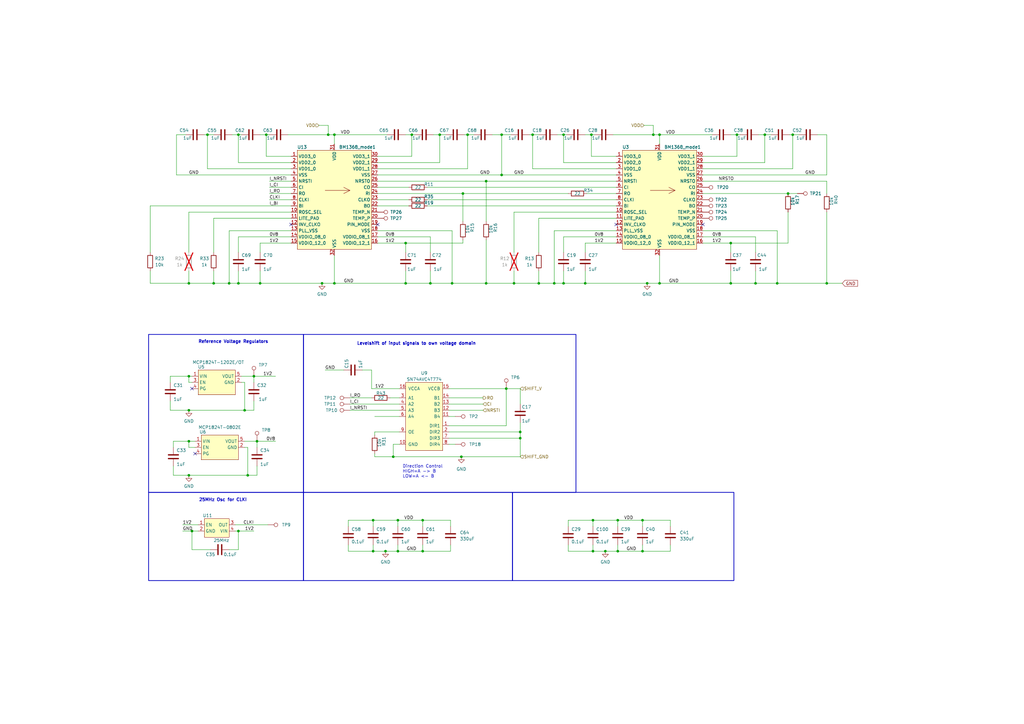
<source format=kicad_sch>
(kicad_sch
	(version 20231120)
	(generator "eeschema")
	(generator_version "8.0")
	(uuid "40795eae-28de-4986-9160-02f43c587d58")
	(paper "A3")
	(title_block
		(title "BitForgeNano")
		(date "2024-06-21")
		(rev "1.0")
		(comment 1 "Licensed under CERN-OHL-W version 2")
	)
	
	(junction
		(at 77.47 180.975)
		(diameter 0)
		(color 0 0 0 0)
		(uuid "06316301-2e48-46e7-8f78-f3b30928feba")
	)
	(junction
		(at 313.69 55.245)
		(diameter 0)
		(color 0 0 0 0)
		(uuid "09f5b165-f47b-47ba-916d-4af954449f5e")
	)
	(junction
		(at 105.41 180.975)
		(diameter 0.9144)
		(color 0 0 0 0)
		(uuid "0e19ce05-740e-44b3-82c0-1a6f3f322859")
	)
	(junction
		(at 270.51 55.245)
		(diameter 0)
		(color 0 0 0 0)
		(uuid "184ab11d-f1ad-4784-b9f3-82b2246a586d")
	)
	(junction
		(at 191.77 55.245)
		(diameter 0)
		(color 0 0 0 0)
		(uuid "26eff381-c896-4e7d-951c-368b7b53a9ee")
	)
	(junction
		(at 104.14 154.305)
		(diameter 0.9144)
		(color 0 0 0 0)
		(uuid "2a3ca027-7d91-445b-83cd-a232bb8270fc")
	)
	(junction
		(at 158.115 226.06)
		(diameter 0)
		(color 0 0 0 0)
		(uuid "2c354edb-de75-4c11-b7cb-a3d9c69c2d6d")
	)
	(junction
		(at 78.74 217.805)
		(diameter 0)
		(color 0 0 0 0)
		(uuid "35b5b688-8fba-414d-9cab-a498d1a8b307")
	)
	(junction
		(at 299.72 116.205)
		(diameter 0)
		(color 0 0 0 0)
		(uuid "38c32b8e-e58f-423c-a0d2-fc5efcd7e123")
	)
	(junction
		(at 339.09 116.205)
		(diameter 0)
		(color 0 0 0 0)
		(uuid "3ee29b47-065d-4a25-bb6c-397a33b22d09")
	)
	(junction
		(at 97.79 55.245)
		(diameter 0)
		(color 0 0 0 0)
		(uuid "3f916aca-2917-4298-9492-44d661ef9457")
	)
	(junction
		(at 153.035 226.06)
		(diameter 0.9144)
		(color 0 0 0 0)
		(uuid "470accb6-a29c-4d2d-8646-f300bf4403ce")
	)
	(junction
		(at 213.36 179.705)
		(diameter 0)
		(color 0 0 0 0)
		(uuid "4aefe592-a36c-4223-93b4-aad10cf6138b")
	)
	(junction
		(at 243.205 226.06)
		(diameter 0.9144)
		(color 0 0 0 0)
		(uuid "4b537460-ed0f-45be-be59-937534135ad4")
	)
	(junction
		(at 248.285 226.06)
		(diameter 0)
		(color 0 0 0 0)
		(uuid "4d6cfa79-372c-4c3f-a179-6092791274bb")
	)
	(junction
		(at 77.47 154.305)
		(diameter 0)
		(color 0 0 0 0)
		(uuid "4f6eac26-02be-4dc2-89f3-4abc37ead24d")
	)
	(junction
		(at 185.42 116.205)
		(diameter 0)
		(color 0 0 0 0)
		(uuid "503ba77d-689d-41ed-96c5-fd3ad2d4c495")
	)
	(junction
		(at 265.43 116.205)
		(diameter 0)
		(color 0 0 0 0)
		(uuid "50f66245-a419-459b-ac32-47a848d07032")
	)
	(junction
		(at 97.79 217.805)
		(diameter 0)
		(color 0 0 0 0)
		(uuid "53657d7d-685b-4587-9213-73d8d8fc46dc")
	)
	(junction
		(at 134.62 55.245)
		(diameter 0)
		(color 0 0 0 0)
		(uuid "54ca09d1-5275-4b23-ba09-9e2e7810df56")
	)
	(junction
		(at 163.195 226.06)
		(diameter 0.9144)
		(color 0 0 0 0)
		(uuid "56fb92a3-d296-4131-a4ec-122c8d77b690")
	)
	(junction
		(at 180.34 55.245)
		(diameter 0)
		(color 0 0 0 0)
		(uuid "5cdf8aa7-9c49-4094-9951-837ef5cd706e")
	)
	(junction
		(at 325.12 55.245)
		(diameter 0)
		(color 0 0 0 0)
		(uuid "6083a821-caef-448a-a0ce-430922081f8d")
	)
	(junction
		(at 161.29 187.325)
		(diameter 0)
		(color 0 0 0 0)
		(uuid "6483c65d-f09d-4d0d-b4e6-edcbe4169076")
	)
	(junction
		(at 263.525 213.36)
		(diameter 0)
		(color 0 0 0 0)
		(uuid "65ce0f72-ad05-4eda-adca-b91c1d1fbe27")
	)
	(junction
		(at 163.195 213.36)
		(diameter 0.9144)
		(color 0 0 0 0)
		(uuid "66507a0c-92f5-4402-aeeb-ead62c7f83d8")
	)
	(junction
		(at 87.63 116.205)
		(diameter 0)
		(color 0 0 0 0)
		(uuid "69a66edc-1bfc-44e6-8436-851e38b8d2b8")
	)
	(junction
		(at 109.22 55.245)
		(diameter 0)
		(color 0 0 0 0)
		(uuid "6dd5af11-0aea-4c3e-804c-4e9435ea890f")
	)
	(junction
		(at 231.14 116.205)
		(diameter 0)
		(color 0 0 0 0)
		(uuid "7a7ea699-64c1-47d1-a3cc-bdd7b46cc79e")
	)
	(junction
		(at 100.33 168.275)
		(diameter 0.9144)
		(color 0 0 0 0)
		(uuid "7b3713bd-dfb3-4ca9-a08f-c5737e008a91")
	)
	(junction
		(at 205.74 55.245)
		(diameter 0)
		(color 0 0 0 0)
		(uuid "7b57f430-001c-445a-b7d1-9ce27d6f10bc")
	)
	(junction
		(at 263.525 226.06)
		(diameter 0)
		(color 0 0 0 0)
		(uuid "7e8454ad-33d2-4bbb-a581-babb0b745916")
	)
	(junction
		(at 243.205 213.36)
		(diameter 0.9144)
		(color 0 0 0 0)
		(uuid "7f5fe328-feef-4ef0-803b-91f44dc3549c")
	)
	(junction
		(at 213.36 177.165)
		(diameter 0)
		(color 0 0 0 0)
		(uuid "831ab686-5efe-4260-9fdf-a9981fac3006")
	)
	(junction
		(at 137.16 55.245)
		(diameter 0)
		(color 0 0 0 0)
		(uuid "85fb479a-4884-4c22-b9f1-365a9e5baf77")
	)
	(junction
		(at 270.51 116.205)
		(diameter 0)
		(color 0 0 0 0)
		(uuid "86eecff6-995c-4895-8ff4-d9ca3a626a3d")
	)
	(junction
		(at 227.33 116.205)
		(diameter 0)
		(color 0 0 0 0)
		(uuid "88c42a64-cf26-4425-9693-aa4833b21958")
	)
	(junction
		(at 253.365 226.06)
		(diameter 0.9144)
		(color 0 0 0 0)
		(uuid "8c087e1e-1a4b-4db0-bbc9-104c157e3d26")
	)
	(junction
		(at 101.6 194.945)
		(diameter 0.9144)
		(color 0 0 0 0)
		(uuid "8e3194dc-b1e4-4f88-a024-a972d37ae513")
	)
	(junction
		(at 153.035 213.36)
		(diameter 0.9144)
		(color 0 0 0 0)
		(uuid "8e78494f-8dff-41f9-a3fc-96c77c4c9808")
	)
	(junction
		(at 132.08 116.205)
		(diameter 0)
		(color 0 0 0 0)
		(uuid "8ef143db-4c7a-478c-abba-12fce10a8c71")
	)
	(junction
		(at 218.44 55.245)
		(diameter 0)
		(color 0 0 0 0)
		(uuid "92343399-b5da-4e76-847c-50da6257e36c")
	)
	(junction
		(at 189.865 79.375)
		(diameter 0)
		(color 0 0 0 0)
		(uuid "93778967-ed9d-47a5-ae60-44799e144999")
	)
	(junction
		(at 242.57 55.245)
		(diameter 0)
		(color 0 0 0 0)
		(uuid "9b5fd6b5-8969-4cb5-8cc2-a36690f16856")
	)
	(junction
		(at 210.82 116.205)
		(diameter 0)
		(color 0 0 0 0)
		(uuid "a1de7e1c-4d48-4ec2-905d-baa4691040a6")
	)
	(junction
		(at 93.98 116.205)
		(diameter 0)
		(color 0 0 0 0)
		(uuid "a4c58749-a2bf-4f87-951d-129466ae8d40")
	)
	(junction
		(at 299.72 99.695)
		(diameter 0)
		(color 0 0 0 0)
		(uuid "a73abe00-2452-4b6a-9de3-abe99b0396dd")
	)
	(junction
		(at 166.37 99.695)
		(diameter 0)
		(color 0 0 0 0)
		(uuid "a8cbfb98-b50e-45c9-bdbd-1713aa8320d2")
	)
	(junction
		(at 176.53 116.205)
		(diameter 0)
		(color 0 0 0 0)
		(uuid "a95d912b-986e-483a-927b-2ce7fbc47fda")
	)
	(junction
		(at 168.91 55.245)
		(diameter 0)
		(color 0 0 0 0)
		(uuid "ac405b6e-2e45-4ca4-ac01-d6fbecac66a9")
	)
	(junction
		(at 106.68 116.205)
		(diameter 0)
		(color 0 0 0 0)
		(uuid "afeebd01-de49-4bf5-aefe-a83792a619f5")
	)
	(junction
		(at 199.39 74.295)
		(diameter 0)
		(color 0 0 0 0)
		(uuid "b097c257-490c-485a-996c-e07a992d6950")
	)
	(junction
		(at 253.365 213.36)
		(diameter 0.9144)
		(color 0 0 0 0)
		(uuid "b1b2fcac-4307-4998-a039-af0125a99a76")
	)
	(junction
		(at 189.23 187.325)
		(diameter 0)
		(color 0 0 0 0)
		(uuid "b4bd7fb1-3933-4f21-b11c-2a3b12dce1db")
	)
	(junction
		(at 85.09 55.245)
		(diameter 0)
		(color 0 0 0 0)
		(uuid "b6558745-475f-4dc5-ba61-47b092630dd0")
	)
	(junction
		(at 77.47 194.945)
		(diameter 0)
		(color 0 0 0 0)
		(uuid "b8b89161-6d55-42c1-9fd2-c98209ffd370")
	)
	(junction
		(at 166.37 116.205)
		(diameter 0)
		(color 0 0 0 0)
		(uuid "b8b94d15-3ac9-4c9f-8d70-2090ce649779")
	)
	(junction
		(at 173.355 226.06)
		(diameter 0)
		(color 0 0 0 0)
		(uuid "d1110db7-3521-41bb-a1ba-4d34dce3639b")
	)
	(junction
		(at 309.88 116.205)
		(diameter 0)
		(color 0 0 0 0)
		(uuid "d1542b85-6da1-4137-aeb1-a5b0a2dfa13c")
	)
	(junction
		(at 220.98 116.205)
		(diameter 0)
		(color 0 0 0 0)
		(uuid "d1a99dfd-0975-4a11-9cc3-7cc7964377b7")
	)
	(junction
		(at 77.47 116.205)
		(diameter 0)
		(color 0 0 0 0)
		(uuid "d29a07ca-b29d-41f4-b77e-b39661642aa5")
	)
	(junction
		(at 240.03 116.205)
		(diameter 0)
		(color 0 0 0 0)
		(uuid "d6d57b1a-083d-43e2-b01f-2dc867fcd4fb")
	)
	(junction
		(at 323.215 79.375)
		(diameter 0)
		(color 0 0 0 0)
		(uuid "d8330001-de3d-49ea-9dff-ae49dd0a4963")
	)
	(junction
		(at 318.77 116.205)
		(diameter 0)
		(color 0 0 0 0)
		(uuid "d8fb0141-4b1a-4e68-9669-93fe9b97bbdb")
	)
	(junction
		(at 77.47 168.275)
		(diameter 0)
		(color 0 0 0 0)
		(uuid "deaf4c3d-c28b-45b8-8b8e-021ed2911fb4")
	)
	(junction
		(at 302.26 55.245)
		(diameter 0)
		(color 0 0 0 0)
		(uuid "df888fb3-5fb3-4d80-8989-36526b4c007d")
	)
	(junction
		(at 207.645 159.385)
		(diameter 0)
		(color 0 0 0 0)
		(uuid "e023198c-a41c-4957-bb72-cfd3c526422c")
	)
	(junction
		(at 173.355 213.36)
		(diameter 0)
		(color 0 0 0 0)
		(uuid "e1118f44-f7c7-489a-953b-255bc8fc2b68")
	)
	(junction
		(at 267.97 55.245)
		(diameter 0)
		(color 0 0 0 0)
		(uuid "ebce190e-ad54-4ae5-8238-3265e0272a5a")
	)
	(junction
		(at 137.16 116.205)
		(diameter 0)
		(color 0 0 0 0)
		(uuid "f7af97c9-7301-456a-890b-82215f5433bc")
	)
	(junction
		(at 199.39 116.205)
		(diameter 0)
		(color 0 0 0 0)
		(uuid "f85d51f9-cdbc-4096-be7b-dc37791edfbe")
	)
	(junction
		(at 231.14 55.245)
		(diameter 0)
		(color 0 0 0 0)
		(uuid "faedf5f9-6162-4edb-a61c-90c630411fc8")
	)
	(junction
		(at 205.74 71.755)
		(diameter 0)
		(color 0 0 0 0)
		(uuid "fecb4ac5-1436-4abe-a198-7d6802931613")
	)
	(junction
		(at 97.79 116.205)
		(diameter 0)
		(color 0 0 0 0)
		(uuid "ff07c85d-eab4-4d90-b5a8-889202e59d97")
	)
	(no_connect
		(at 288.29 92.075)
		(uuid "517e54af-4997-42c6-94e8-e3421a2ed210")
	)
	(no_connect
		(at 80.01 186.055)
		(uuid "563532f1-009d-43c3-ba3c-05f8eb57f175")
	)
	(no_connect
		(at 154.94 92.075)
		(uuid "6ea2954d-f144-4a91-b714-0fe14d8f5daa")
	)
	(no_connect
		(at 252.73 92.075)
		(uuid "7e0ed7c4-0d97-42cb-a5a2-2dd59a6ba49e")
	)
	(no_connect
		(at 78.74 159.385)
		(uuid "c5bb7002-dc49-4fe1-8c74-cc52856a8ff5")
	)
	(no_connect
		(at 119.38 92.075)
		(uuid "d6448f4f-544f-48ab-ab4c-4bd49c95f163")
	)
	(wire
		(pts
			(xy 175.26 84.455) (xy 252.73 84.455)
		)
		(stroke
			(width 0)
			(type default)
		)
		(uuid "00144526-a424-4383-908d-065990d3e7c2")
	)
	(wire
		(pts
			(xy 184.15 182.245) (xy 186.69 182.245)
		)
		(stroke
			(width 0)
			(type default)
		)
		(uuid "00ca64a8-df39-4961-b4a1-65eba57e045e")
	)
	(wire
		(pts
			(xy 104.14 154.305) (xy 104.14 156.845)
		)
		(stroke
			(width 0)
			(type solid)
		)
		(uuid "021d2a0b-bf5a-449b-9507-3c20806f69cf")
	)
	(wire
		(pts
			(xy 325.12 69.215) (xy 325.12 55.245)
		)
		(stroke
			(width 0)
			(type default)
		)
		(uuid "05359944-30db-472a-9f43-7e049d33cedd")
	)
	(wire
		(pts
			(xy 213.36 173.355) (xy 213.36 177.165)
		)
		(stroke
			(width 0)
			(type default)
		)
		(uuid "060516f4-8be9-475b-8d5a-50be989c9a4f")
	)
	(wire
		(pts
			(xy 302.26 55.245) (xy 303.53 55.245)
		)
		(stroke
			(width 0)
			(type default)
		)
		(uuid "076e2a75-131d-44b1-b936-4ba0b3823393")
	)
	(wire
		(pts
			(xy 109.22 55.245) (xy 110.49 55.245)
		)
		(stroke
			(width 0)
			(type default)
		)
		(uuid "07cef496-c3dc-4a0e-98bd-14c20cd5a448")
	)
	(wire
		(pts
			(xy 78.74 217.805) (xy 81.28 217.805)
		)
		(stroke
			(width 0)
			(type default)
		)
		(uuid "084520d4-51a5-416b-971d-eb3e22d561b5")
	)
	(wire
		(pts
			(xy 154.94 97.155) (xy 176.53 97.155)
		)
		(stroke
			(width 0)
			(type default)
		)
		(uuid "09084645-9a57-4e27-92e5-8c295308c039")
	)
	(wire
		(pts
			(xy 97.79 55.245) (xy 99.06 55.245)
		)
		(stroke
			(width 0)
			(type default)
		)
		(uuid "093e4019-ccce-498c-a4de-3515f8c71126")
	)
	(wire
		(pts
			(xy 339.09 86.995) (xy 339.09 116.205)
		)
		(stroke
			(width 0)
			(type default)
		)
		(uuid "0ac2194e-4cf6-432a-9344-8ccb496fffef")
	)
	(wire
		(pts
			(xy 184.785 223.52) (xy 184.785 226.06)
		)
		(stroke
			(width 0)
			(type default)
		)
		(uuid "0b6e4be4-e61b-48b1-a7a0-450affd5631f")
	)
	(wire
		(pts
			(xy 173.355 226.06) (xy 163.195 226.06)
		)
		(stroke
			(width 0)
			(type solid)
		)
		(uuid "0dab447c-6d93-43d6-af71-ab71ce4a6553")
	)
	(wire
		(pts
			(xy 184.15 170.815) (xy 186.69 170.815)
		)
		(stroke
			(width 0)
			(type default)
		)
		(uuid "0ddf3c00-e254-46aa-a580-e56ea2390f34")
	)
	(wire
		(pts
			(xy 152.4 159.385) (xy 163.83 159.385)
		)
		(stroke
			(width 0)
			(type default)
		)
		(uuid "0e5c1446-e0e5-4f35-8514-56161d735ac0")
	)
	(wire
		(pts
			(xy 71.12 180.975) (xy 77.47 180.975)
		)
		(stroke
			(width 0)
			(type solid)
		)
		(uuid "0ff2ef7d-378e-41f1-899a-798fecd7df72")
	)
	(wire
		(pts
			(xy 175.26 81.915) (xy 252.73 81.915)
		)
		(stroke
			(width 0)
			(type default)
		)
		(uuid "1078f992-746f-471d-adbe-743eb0a2dbf4")
	)
	(wire
		(pts
			(xy 240.665 79.375) (xy 252.73 79.375)
		)
		(stroke
			(width 0)
			(type default)
		)
		(uuid "10cc4b24-14d1-425d-95ec-1b1647f9196e")
	)
	(wire
		(pts
			(xy 97.79 97.155) (xy 119.38 97.155)
		)
		(stroke
			(width 0)
			(type default)
		)
		(uuid "10eaee10-4977-40e0-89dd-11185cdae7e7")
	)
	(wire
		(pts
			(xy 205.74 55.245) (xy 209.55 55.245)
		)
		(stroke
			(width 0)
			(type default)
		)
		(uuid "11fc31bc-6741-425b-81b4-f52ce6dc1e85")
	)
	(wire
		(pts
			(xy 78.74 225.425) (xy 78.74 217.805)
		)
		(stroke
			(width 0)
			(type default)
		)
		(uuid "12ad159f-2e17-494e-beb3-b375b63bba7f")
	)
	(wire
		(pts
			(xy 185.42 116.205) (xy 199.39 116.205)
		)
		(stroke
			(width 0)
			(type default)
		)
		(uuid "13414dcb-10b3-4810-b396-4c7f520ee92a")
	)
	(wire
		(pts
			(xy 270.51 116.205) (xy 299.72 116.205)
		)
		(stroke
			(width 0)
			(type default)
		)
		(uuid "13b6eeb7-8fda-41d2-ba20-47e9539b7ed3")
	)
	(wire
		(pts
			(xy 184.15 159.385) (xy 207.645 159.385)
		)
		(stroke
			(width 0)
			(type default)
		)
		(uuid "13d70405-e2b9-4c21-858a-7ec6934610a4")
	)
	(wire
		(pts
			(xy 142.875 213.36) (xy 153.035 213.36)
		)
		(stroke
			(width 0)
			(type solid)
		)
		(uuid "156d779f-c115-4f64-b8f1-df6e283e4ade")
	)
	(wire
		(pts
			(xy 100.33 168.275) (xy 77.47 168.275)
		)
		(stroke
			(width 0)
			(type solid)
		)
		(uuid "15d68085-e8ca-47a6-9d50-baf6913613df")
	)
	(wire
		(pts
			(xy 137.16 116.205) (xy 166.37 116.205)
		)
		(stroke
			(width 0)
			(type default)
		)
		(uuid "16ab85e0-7b42-4512-86dc-9ecbaddd7561")
	)
	(wire
		(pts
			(xy 339.09 116.205) (xy 345.44 116.205)
		)
		(stroke
			(width 0)
			(type default)
		)
		(uuid "189e7fb9-87bb-47ca-b4c3-47047d352e73")
	)
	(wire
		(pts
			(xy 180.34 55.245) (xy 182.88 55.245)
		)
		(stroke
			(width 0)
			(type default)
		)
		(uuid "1c575c2f-1e5d-4a50-8de9-5520ea4e1b83")
	)
	(wire
		(pts
			(xy 288.29 69.215) (xy 325.12 69.215)
		)
		(stroke
			(width 0)
			(type default)
		)
		(uuid "1d858dc1-d910-4010-8185-1192ddb9a83e")
	)
	(wire
		(pts
			(xy 163.83 177.165) (xy 153.67 177.165)
		)
		(stroke
			(width 0)
			(type default)
		)
		(uuid "1d98ceb0-b098-422b-b674-900a5cfbad81")
	)
	(wire
		(pts
			(xy 163.195 226.06) (xy 158.115 226.06)
		)
		(stroke
			(width 0)
			(type solid)
		)
		(uuid "1dbd1593-0e0b-43b0-803a-989b18bff70e")
	)
	(wire
		(pts
			(xy 302.26 64.135) (xy 302.26 55.245)
		)
		(stroke
			(width 0)
			(type default)
		)
		(uuid "20abffc5-409c-4bfe-b133-4b11d56ef1aa")
	)
	(wire
		(pts
			(xy 292.1 55.245) (xy 270.51 55.245)
		)
		(stroke
			(width 0)
			(type default)
		)
		(uuid "220c4503-da9d-422d-8ec6-a5d8c91316aa")
	)
	(wire
		(pts
			(xy 191.77 69.215) (xy 191.77 55.245)
		)
		(stroke
			(width 0)
			(type default)
		)
		(uuid "235ce656-f55e-48be-bb40-d439332cfb00")
	)
	(wire
		(pts
			(xy 119.38 94.615) (xy 93.98 94.615)
		)
		(stroke
			(width 0)
			(type default)
		)
		(uuid "237496b8-e759-4e46-8d5c-6defe38a89f7")
	)
	(wire
		(pts
			(xy 106.68 111.125) (xy 106.68 116.205)
		)
		(stroke
			(width 0)
			(type default)
		)
		(uuid "23d6fe0e-c13b-4dc8-ba8b-ed262796d45a")
	)
	(wire
		(pts
			(xy 69.85 154.305) (xy 77.47 154.305)
		)
		(stroke
			(width 0)
			(type solid)
		)
		(uuid "23e8827a-2f25-4a18-9bc9-e3702a7b8e8f")
	)
	(wire
		(pts
			(xy 173.355 226.06) (xy 184.785 226.06)
		)
		(stroke
			(width 0)
			(type default)
		)
		(uuid "240f4c37-166e-432b-bbbb-1a626c82987b")
	)
	(wire
		(pts
			(xy 243.205 215.9) (xy 243.205 213.36)
		)
		(stroke
			(width 0)
			(type solid)
		)
		(uuid "243b9031-9a73-4f67-89b7-bee6b0566aa0")
	)
	(wire
		(pts
			(xy 288.29 74.295) (xy 339.09 74.295)
		)
		(stroke
			(width 0)
			(type default)
		)
		(uuid "2481dad3-ce9f-4e02-bd89-8843ca04da59")
	)
	(wire
		(pts
			(xy 323.215 79.375) (xy 327.025 79.375)
		)
		(stroke
			(width 0)
			(type default)
		)
		(uuid "25664a64-3be1-4f3c-ae8b-b8f9040b1276")
	)
	(wire
		(pts
			(xy 189.23 187.325) (xy 213.36 187.325)
		)
		(stroke
			(width 0)
			(type default)
		)
		(uuid "25a08947-fe1b-44bc-a07b-37bb5d835ba3")
	)
	(wire
		(pts
			(xy 253.365 226.06) (xy 248.285 226.06)
		)
		(stroke
			(width 0)
			(type solid)
		)
		(uuid "26cf7cc1-6834-4411-98a9-c2cecad8d2ba")
	)
	(wire
		(pts
			(xy 309.88 116.205) (xy 318.77 116.205)
		)
		(stroke
			(width 0)
			(type default)
		)
		(uuid "27128470-9ee3-4704-9535-a52607a0af19")
	)
	(wire
		(pts
			(xy 270.51 104.775) (xy 270.51 116.205)
		)
		(stroke
			(width 0)
			(type default)
		)
		(uuid "27a88cef-46b3-47a7-90dc-3db6cf91c3bf")
	)
	(wire
		(pts
			(xy 72.39 55.245) (xy 76.2 55.245)
		)
		(stroke
			(width 0)
			(type default)
		)
		(uuid "286142f3-08a8-46f1-aafc-5cc670a89cfd")
	)
	(wire
		(pts
			(xy 96.52 215.265) (xy 109.855 215.265)
		)
		(stroke
			(width 0)
			(type default)
		)
		(uuid "28c16237-a375-4f21-b715-b8c43fcdb012")
	)
	(wire
		(pts
			(xy 97.79 217.805) (xy 104.14 217.805)
		)
		(stroke
			(width 0)
			(type default)
		)
		(uuid "28fba0d2-a9b5-4bbb-bad3-2a97146ae867")
	)
	(wire
		(pts
			(xy 143.51 165.735) (xy 163.83 165.735)
		)
		(stroke
			(width 0)
			(type default)
		)
		(uuid "296af8ca-635a-4731-9379-2cb6e15d7b82")
	)
	(wire
		(pts
			(xy 213.36 179.705) (xy 213.36 187.325)
		)
		(stroke
			(width 0)
			(type default)
		)
		(uuid "29a55fff-b4f1-419e-bcfb-57c40b284f27")
	)
	(wire
		(pts
			(xy 231.14 97.155) (xy 252.73 97.155)
		)
		(stroke
			(width 0)
			(type default)
		)
		(uuid "2ad9d8da-7ffc-423c-b7b6-a1a5df5390ea")
	)
	(wire
		(pts
			(xy 166.37 111.125) (xy 166.37 116.205)
		)
		(stroke
			(width 0)
			(type default)
		)
		(uuid "2b6cfeec-a782-42ab-a37b-88c891d4ad21")
	)
	(wire
		(pts
			(xy 240.03 116.205) (xy 265.43 116.205)
		)
		(stroke
			(width 0)
			(type default)
		)
		(uuid "2c66f2cc-f38d-4653-a87c-8f1a967455d1")
	)
	(wire
		(pts
			(xy 185.42 94.615) (xy 185.42 116.205)
		)
		(stroke
			(width 0)
			(type default)
		)
		(uuid "2eb2a942-7ba3-4a1b-8fce-88ef7492f39a")
	)
	(wire
		(pts
			(xy 152.4 151.765) (xy 152.4 159.385)
		)
		(stroke
			(width 0)
			(type default)
		)
		(uuid "308859cd-1424-4009-b837-a4b54d0f47dc")
	)
	(wire
		(pts
			(xy 106.68 99.695) (xy 106.68 103.505)
		)
		(stroke
			(width 0)
			(type default)
		)
		(uuid "32b4617f-3843-4262-83b9-cf8c093da35b")
	)
	(wire
		(pts
			(xy 248.285 226.06) (xy 243.205 226.06)
		)
		(stroke
			(width 0)
			(type solid)
		)
		(uuid "333f9ed1-8365-48fe-875c-2e77965214ba")
	)
	(wire
		(pts
			(xy 288.29 99.695) (xy 299.72 99.695)
		)
		(stroke
			(width 0)
			(type default)
		)
		(uuid "35707ff2-91e2-4615-8887-5edafebddfef")
	)
	(wire
		(pts
			(xy 253.365 223.52) (xy 253.365 226.06)
		)
		(stroke
			(width 0)
			(type solid)
		)
		(uuid "35d67729-0e21-4384-b48a-8aa86df7c113")
	)
	(wire
		(pts
			(xy 101.6 183.515) (xy 100.33 183.515)
		)
		(stroke
			(width 0)
			(type default)
		)
		(uuid "36388624-255a-419a-a042-31b2c298e170")
	)
	(wire
		(pts
			(xy 228.6 55.245) (xy 231.14 55.245)
		)
		(stroke
			(width 0)
			(type default)
		)
		(uuid "37bc0630-1259-4a5d-938d-3404e24dea4d")
	)
	(wire
		(pts
			(xy 288.29 71.755) (xy 339.09 71.755)
		)
		(stroke
			(width 0)
			(type default)
		)
		(uuid "385e4b13-5182-4e3b-8dcf-f711fb808acf")
	)
	(wire
		(pts
			(xy 153.67 170.815) (xy 163.83 170.815)
		)
		(stroke
			(width 0)
			(type default)
		)
		(uuid "3983410c-6075-48aa-8ade-e0d1745feba4")
	)
	(wire
		(pts
			(xy 207.645 159.385) (xy 213.36 159.385)
		)
		(stroke
			(width 0)
			(type default)
		)
		(uuid "39ba8207-47d6-4b3c-82e2-ba2897c718a5")
	)
	(wire
		(pts
			(xy 240.03 99.695) (xy 240.03 103.505)
		)
		(stroke
			(width 0)
			(type default)
		)
		(uuid "3b6a1855-ad9c-41a4-8baa-aa4d5c58b328")
	)
	(wire
		(pts
			(xy 288.29 97.155) (xy 309.88 97.155)
		)
		(stroke
			(width 0)
			(type default)
		)
		(uuid "3bc7aa27-3350-46bc-b18e-59ea18367812")
	)
	(wire
		(pts
			(xy 217.17 55.245) (xy 218.44 55.245)
		)
		(stroke
			(width 0)
			(type default)
		)
		(uuid "3c2a33dc-5d74-4e92-b71c-91cb539355cf")
	)
	(wire
		(pts
			(xy 143.51 163.195) (xy 152.4 163.195)
		)
		(stroke
			(width 0)
			(type default)
		)
		(uuid "3c2b2a3c-2ae2-4bc2-b8a1-3e34056b43a9")
	)
	(wire
		(pts
			(xy 339.09 71.755) (xy 339.09 55.245)
		)
		(stroke
			(width 0)
			(type default)
		)
		(uuid "3cb6fc0e-adbf-4f38-b70f-8262ed76707f")
	)
	(wire
		(pts
			(xy 227.33 116.205) (xy 231.14 116.205)
		)
		(stroke
			(width 0)
			(type default)
		)
		(uuid "3dc208bf-6ce7-4c2c-8f1e-c50f62d79606")
	)
	(wire
		(pts
			(xy 166.37 116.205) (xy 176.53 116.205)
		)
		(stroke
			(width 0)
			(type default)
		)
		(uuid "3e46800d-1199-48dc-9369-855994787802")
	)
	(wire
		(pts
			(xy 110.49 74.295) (xy 119.38 74.295)
		)
		(stroke
			(width 0)
			(type default)
		)
		(uuid "3e933085-401a-4516-9f61-4ef5a14d8982")
	)
	(wire
		(pts
			(xy 154.94 69.215) (xy 191.77 69.215)
		)
		(stroke
			(width 0)
			(type default)
		)
		(uuid "3ebae562-77cd-4481-a5e8-e77358f7534a")
	)
	(wire
		(pts
			(xy 97.79 111.125) (xy 97.79 116.205)
		)
		(stroke
			(width 0)
			(type default)
		)
		(uuid "3faeaafb-31fe-4320-8ce6-c55c18eb43ca")
	)
	(wire
		(pts
			(xy 77.47 86.995) (xy 77.47 103.505)
		)
		(stroke
			(width 0)
			(type default)
		)
		(uuid "416ea806-b32d-4356-8f15-1b52dcb94580")
	)
	(wire
		(pts
			(xy 274.955 223.52) (xy 274.955 226.06)
		)
		(stroke
			(width 0)
			(type default)
		)
		(uuid "41d7edd1-964e-45d6-afeb-e71f3ea48803")
	)
	(wire
		(pts
			(xy 161.29 182.245) (xy 161.29 187.325)
		)
		(stroke
			(width 0)
			(type default)
		)
		(uuid "42d1d564-e5c7-4cae-ad84-a6b601965d38")
	)
	(wire
		(pts
			(xy 105.41 191.135) (xy 105.41 194.945)
		)
		(stroke
			(width 0)
			(type default)
		)
		(uuid "4463f57b-4be6-4eb3-9a58-9333b7d8e90a")
	)
	(wire
		(pts
			(xy 189.865 79.375) (xy 189.865 90.805)
		)
		(stroke
			(width 0)
			(type default)
		)
		(uuid "4499d1b5-39e7-4605-a6af-0b7e7fecc8f0")
	)
	(wire
		(pts
			(xy 119.38 89.535) (xy 87.63 89.535)
		)
		(stroke
			(width 0)
			(type default)
		)
		(uuid "4544accb-9e95-4721-95b2-1f3f3e7c124b")
	)
	(wire
		(pts
			(xy 134.62 55.245) (xy 137.16 55.245)
		)
		(stroke
			(width 0)
			(type default)
		)
		(uuid "454a0659-ac6b-4f15-915f-e8e0fb88cbd4")
	)
	(wire
		(pts
			(xy 189.865 99.695) (xy 166.37 99.695)
		)
		(stroke
			(width 0)
			(type default)
		)
		(uuid "46a5aa9e-a182-45d3-a151-5bdbeb6741a1")
	)
	(wire
		(pts
			(xy 240.03 111.125) (xy 240.03 116.205)
		)
		(stroke
			(width 0)
			(type default)
		)
		(uuid "46d8e7f4-046d-4a0d-b35d-4481c7befa1f")
	)
	(wire
		(pts
			(xy 99.06 154.305) (xy 104.14 154.305)
		)
		(stroke
			(width 0)
			(type solid)
		)
		(uuid "4831fe83-10f6-4189-9c32-691d578effd5")
	)
	(wire
		(pts
			(xy 252.73 71.755) (xy 205.74 71.755)
		)
		(stroke
			(width 0)
			(type default)
		)
		(uuid "4851e393-adeb-4a7f-95e4-66b0e0c67abc")
	)
	(wire
		(pts
			(xy 263.525 223.52) (xy 263.525 226.06)
		)
		(stroke
			(width 0)
			(type solid)
		)
		(uuid "487cced1-09da-4aa8-9d52-53825bdce5f8")
	)
	(wire
		(pts
			(xy 240.03 99.695) (xy 252.73 99.695)
		)
		(stroke
			(width 0)
			(type default)
		)
		(uuid "48cca622-3e4b-4a21-93be-5b54f6c3bed3")
	)
	(wire
		(pts
			(xy 61.595 84.455) (xy 61.595 103.505)
		)
		(stroke
			(width 0)
			(type default)
		)
		(uuid "494af2b6-5159-499a-bdef-82061af606a4")
	)
	(wire
		(pts
			(xy 154.94 79.375) (xy 189.865 79.375)
		)
		(stroke
			(width 0)
			(type default)
		)
		(uuid "49efa3d8-e966-46a6-bbe3-56d7c1a44357")
	)
	(wire
		(pts
			(xy 339.09 79.375) (xy 339.09 74.295)
		)
		(stroke
			(width 0)
			(type default)
		)
		(uuid "4a00c7f3-0653-4dc1-99be-422c705f0df3")
	)
	(wire
		(pts
			(xy 137.16 55.245) (xy 137.16 59.055)
		)
		(stroke
			(width 0)
			(type default)
		)
		(uuid "4a2922e8-f7f8-4470-b0ce-f5786733ee66")
	)
	(wire
		(pts
			(xy 137.16 104.775) (xy 137.16 116.205)
		)
		(stroke
			(width 0)
			(type default)
		)
		(uuid "4c61b5b5-4a07-40a0-b06d-f7f567a9aca6")
	)
	(wire
		(pts
			(xy 130.81 51.435) (xy 134.62 51.435)
		)
		(stroke
			(width 0)
			(type default)
		)
		(uuid "4c8551d9-7f12-4d2c-99bd-59811084ec02")
	)
	(wire
		(pts
			(xy 77.47 183.515) (xy 77.47 180.975)
		)
		(stroke
			(width 0)
			(type solid)
		)
		(uuid "4ce9b2e3-a685-4626-bbb2-c5fc0efd040e")
	)
	(wire
		(pts
			(xy 154.94 84.455) (xy 167.64 84.455)
		)
		(stroke
			(width 0)
			(type default)
		)
		(uuid "4e567a4e-7aa4-49b1-b7aa-d90242a5fadc")
	)
	(wire
		(pts
			(xy 176.53 111.125) (xy 176.53 116.205)
		)
		(stroke
			(width 0)
			(type default)
		)
		(uuid "4ea71842-a3fb-42c0-a0fd-fd00951d1a78")
	)
	(wire
		(pts
			(xy 106.68 116.205) (xy 132.08 116.205)
		)
		(stroke
			(width 0)
			(type default)
		)
		(uuid "4f2d21fb-6edb-417a-93ea-440dc3d69555")
	)
	(wire
		(pts
			(xy 77.47 194.945) (xy 71.12 194.945)
		)
		(stroke
			(width 0)
			(type solid)
		)
		(uuid "4f7c5032-43c6-493c-a655-3a24d2645739")
	)
	(wire
		(pts
			(xy 77.47 116.205) (xy 87.63 116.205)
		)
		(stroke
			(width 0)
			(type default)
		)
		(uuid "52eef1d8-b40a-4f14-8546-573260eb4976")
	)
	(wire
		(pts
			(xy 74.93 215.265) (xy 81.28 215.265)
		)
		(stroke
			(width 0)
			(type default)
		)
		(uuid "532334bf-5e42-4c7f-95bd-f9d0e3af1dc7")
	)
	(wire
		(pts
			(xy 191.77 55.245) (xy 194.31 55.245)
		)
		(stroke
			(width 0)
			(type default)
		)
		(uuid "533a4229-1331-479c-90cd-5b4997e33aff")
	)
	(wire
		(pts
			(xy 242.57 55.245) (xy 242.57 64.135)
		)
		(stroke
			(width 0)
			(type default)
		)
		(uuid "53f90172-a83e-4480-b159-67de4b678e86")
	)
	(wire
		(pts
			(xy 106.68 55.245) (xy 109.22 55.245)
		)
		(stroke
			(width 0)
			(type default)
		)
		(uuid "562fe901-d07e-4480-b529-8c5c66c20105")
	)
	(wire
		(pts
			(xy 154.94 74.295) (xy 199.39 74.295)
		)
		(stroke
			(width 0)
			(type default)
		)
		(uuid "56874bde-5565-43fc-878f-2ee0c981212b")
	)
	(wire
		(pts
			(xy 288.29 94.615) (xy 318.77 94.615)
		)
		(stroke
			(width 0)
			(type default)
		)
		(uuid "56defb2c-61ee-41f0-a905-34595e35c3a3")
	)
	(wire
		(pts
			(xy 134.62 51.435) (xy 134.62 55.245)
		)
		(stroke
			(width 0)
			(type default)
		)
		(uuid "570f07de-0860-474c-b6d6-855f6da41976")
	)
	(wire
		(pts
			(xy 210.82 86.995) (xy 210.82 103.505)
		)
		(stroke
			(width 0)
			(type default)
		)
		(uuid "57bcdcfc-21e2-457a-b09b-4b5f487fb7fc")
	)
	(wire
		(pts
			(xy 218.44 69.215) (xy 252.73 69.215)
		)
		(stroke
			(width 0)
			(type default)
		)
		(uuid "57d87f7b-c6e6-47cf-be1b-cf35141fe5fe")
	)
	(wire
		(pts
			(xy 199.39 90.805) (xy 199.39 74.295)
		)
		(stroke
			(width 0)
			(type default)
		)
		(uuid "582979e5-b324-4f3d-af7d-43356b0a1e72")
	)
	(wire
		(pts
			(xy 173.355 223.52) (xy 173.355 226.06)
		)
		(stroke
			(width 0)
			(type solid)
		)
		(uuid "588c1ea9-907d-44b5-a165-c5bfa46719b9")
	)
	(wire
		(pts
			(xy 77.47 86.995) (xy 119.38 86.995)
		)
		(stroke
			(width 0)
			(type default)
		)
		(uuid "59027408-f576-46d1-bc16-728c490d3e81")
	)
	(wire
		(pts
			(xy 313.69 55.245) (xy 316.23 55.245)
		)
		(stroke
			(width 0)
			(type default)
		)
		(uuid "599e33cd-dd0b-47c1-8ac5-8c5184835364")
	)
	(wire
		(pts
			(xy 180.34 66.675) (xy 180.34 55.245)
		)
		(stroke
			(width 0)
			(type default)
		)
		(uuid "5a5b67ba-a226-4162-a0b1-e0d8a24d501b")
	)
	(wire
		(pts
			(xy 184.15 179.705) (xy 213.36 179.705)
		)
		(stroke
			(width 0)
			(type default)
		)
		(uuid "5a7631f4-5495-46a9-add5-4c3031c28274")
	)
	(wire
		(pts
			(xy 161.29 187.325) (xy 153.67 187.325)
		)
		(stroke
			(width 0)
			(type default)
		)
		(uuid "5b7a5684-368c-4ffc-bb54-66feae30cbcb")
	)
	(wire
		(pts
			(xy 106.68 99.695) (xy 119.38 99.695)
		)
		(stroke
			(width 0)
			(type default)
		)
		(uuid "5c28c5bd-7135-44fb-9d33-26ef9b11251a")
	)
	(wire
		(pts
			(xy 309.88 97.155) (xy 309.88 103.505)
		)
		(stroke
			(width 0)
			(type default)
		)
		(uuid "5cab8398-cf44-441e-afb4-b27e6231d6fa")
	)
	(wire
		(pts
			(xy 210.82 86.995) (xy 252.73 86.995)
		)
		(stroke
			(width 0)
			(type default)
		)
		(uuid "5d617ce8-7499-4525-bbf2-cb3c5d36bb8d")
	)
	(wire
		(pts
			(xy 95.25 55.245) (xy 97.79 55.245)
		)
		(stroke
			(width 0)
			(type default)
		)
		(uuid "60bbcccf-1f79-4765-92f5-f4125ac0d118")
	)
	(wire
		(pts
			(xy 163.83 182.245) (xy 161.29 182.245)
		)
		(stroke
			(width 0)
			(type default)
		)
		(uuid "62263a66-ec5c-46c0-838e-e3dd30bdda1b")
	)
	(wire
		(pts
			(xy 270.51 55.245) (xy 270.51 59.055)
		)
		(stroke
			(width 0)
			(type default)
		)
		(uuid "647a914e-8322-478d-ba8e-442e1f2021e4")
	)
	(wire
		(pts
			(xy 153.67 177.165) (xy 153.67 178.435)
		)
		(stroke
			(width 0)
			(type default)
		)
		(uuid "65da1f33-134f-4672-b167-1b4efcae12cd")
	)
	(wire
		(pts
			(xy 323.215 86.995) (xy 323.215 99.695)
		)
		(stroke
			(width 0)
			(type default)
		)
		(uuid "6617bdb2-27ed-426e-9c2c-65dbeeb762fe")
	)
	(wire
		(pts
			(xy 207.645 174.625) (xy 207.645 159.385)
		)
		(stroke
			(width 0)
			(type default)
		)
		(uuid "664616bf-0404-4725-8c8a-bcb75699ef0d")
	)
	(wire
		(pts
			(xy 220.98 116.205) (xy 227.33 116.205)
		)
		(stroke
			(width 0)
			(type default)
		)
		(uuid "672f4406-bfa2-4323-8237-ae85193d18b7")
	)
	(wire
		(pts
			(xy 110.49 76.835) (xy 119.38 76.835)
		)
		(stroke
			(width 0)
			(type default)
		)
		(uuid "680974db-05d6-40bf-a875-fd81b5acb1cc")
	)
	(wire
		(pts
			(xy 104.14 168.275) (xy 100.33 168.275)
		)
		(stroke
			(width 0)
			(type solid)
		)
		(uuid "689fa578-d8f0-4a84-92a4-aed05c523cde")
	)
	(wire
		(pts
			(xy 74.93 217.805) (xy 78.74 217.805)
		)
		(stroke
			(width 0)
			(type default)
		)
		(uuid "69f6ad99-2139-4f2b-87c3-9c1d45e046f1")
	)
	(wire
		(pts
			(xy 85.09 69.215) (xy 85.09 55.245)
		)
		(stroke
			(width 0)
			(type default)
		)
		(uuid "6b8d3e0d-e214-4990-81ee-83ba352c71c6")
	)
	(wire
		(pts
			(xy 299.72 111.125) (xy 299.72 116.205)
		)
		(stroke
			(width 0)
			(type default)
		)
		(uuid "6cf52c86-ccba-423d-a5ac-28b34a420452")
	)
	(wire
		(pts
			(xy 154.94 76.835) (xy 167.64 76.835)
		)
		(stroke
			(width 0)
			(type default)
		)
		(uuid "6e97785b-cbca-4d79-8d64-c76b3a98b93d")
	)
	(wire
		(pts
			(xy 71.12 180.975) (xy 71.12 183.515)
		)
		(stroke
			(width 0)
			(type solid)
		)
		(uuid "6f402430-f486-4cd4-bf93-86f257ac1414")
	)
	(wire
		(pts
			(xy 163.195 215.9) (xy 163.195 213.36)
		)
		(stroke
			(width 0)
			(type solid)
		)
		(uuid "71af415e-cfd7-40f4-b556-16a1bab6f849")
	)
	(wire
		(pts
			(xy 109.22 55.245) (xy 109.22 64.135)
		)
		(stroke
			(width 0)
			(type default)
		)
		(uuid "731f5e2f-bb5c-4d97-87b2-9878b7559c78")
	)
	(wire
		(pts
			(xy 142.875 223.52) (xy 142.875 226.06)
		)
		(stroke
			(width 0)
			(type solid)
		)
		(uuid "73390a60-0b35-49fb-a1a3-9822ec0fe5b1")
	)
	(wire
		(pts
			(xy 87.63 89.535) (xy 87.63 103.505)
		)
		(stroke
			(width 0)
			(type default)
		)
		(uuid "73515855-88ba-4075-8b14-334b5a3e8f79")
	)
	(wire
		(pts
			(xy 288.29 66.675) (xy 313.69 66.675)
		)
		(stroke
			(width 0)
			(type default)
		)
		(uuid "752cab7f-8f14-4b6b-8310-bc25891c2cf4")
	)
	(wire
		(pts
			(xy 267.97 51.435) (xy 267.97 55.245)
		)
		(stroke
			(width 0)
			(type default)
		)
		(uuid "7534096d-815a-403a-bfdb-df7a2b6526f2")
	)
	(wire
		(pts
			(xy 154.94 99.695) (xy 166.37 99.695)
		)
		(stroke
			(width 0)
			(type default)
		)
		(uuid "7a1e83bf-b38c-4327-ade9-de67a3bd8183")
	)
	(wire
		(pts
			(xy 163.83 168.275) (xy 143.51 168.275)
		)
		(stroke
			(width 0)
			(type default)
		)
		(uuid "7a6db210-61d1-4ed7-aa6a-c227d4a7a77e")
	)
	(wire
		(pts
			(xy 118.11 55.245) (xy 134.62 55.245)
		)
		(stroke
			(width 0)
			(type default)
		)
		(uuid "7f700a70-fef6-4385-8bb8-1cc9c3ea7a36")
	)
	(wire
		(pts
			(xy 190.5 55.245) (xy 191.77 55.245)
		)
		(stroke
			(width 0)
			(type default)
		)
		(uuid "8075eb31-992e-40d1-bd3d-81b6ef0862d2")
	)
	(wire
		(pts
			(xy 263.525 226.06) (xy 253.365 226.06)
		)
		(stroke
			(width 0)
			(type solid)
		)
		(uuid "81d05535-497a-4d11-9c95-4bbde2e7658a")
	)
	(wire
		(pts
			(xy 83.82 55.245) (xy 85.09 55.245)
		)
		(stroke
			(width 0)
			(type default)
		)
		(uuid "83275628-ff51-47e4-9cba-d083bac5710e")
	)
	(wire
		(pts
			(xy 325.12 55.245) (xy 327.66 55.245)
		)
		(stroke
			(width 0)
			(type default)
		)
		(uuid "844d4cc0-2bd3-4ebd-b367-f2bd2c9ce3a6")
	)
	(wire
		(pts
			(xy 184.15 165.735) (xy 198.12 165.735)
		)
		(stroke
			(width 0)
			(type default)
		)
		(uuid "84724845-5616-4803-98fb-33e31e2f43f3")
	)
	(wire
		(pts
			(xy 97.79 225.425) (xy 97.79 217.805)
		)
		(stroke
			(width 0)
			(type default)
		)
		(uuid "856256a7-2bea-420c-9bc2-d0caebc3eaea")
	)
	(wire
		(pts
			(xy 105.41 180.975) (xy 105.41 183.515)
		)
		(stroke
			(width 0)
			(type solid)
		)
		(uuid "858e4ce0-8bd3-4774-93d9-2e7237643035")
	)
	(wire
		(pts
			(xy 153.035 223.52) (xy 153.035 226.06)
		)
		(stroke
			(width 0)
			(type solid)
		)
		(uuid "86503649-c80a-4b6c-a6cf-b70ea646c369")
	)
	(wire
		(pts
			(xy 252.73 89.535) (xy 220.98 89.535)
		)
		(stroke
			(width 0)
			(type default)
		)
		(uuid "865864a0-b750-46cb-b492-66621c56a649")
	)
	(wire
		(pts
			(xy 101.6 194.945) (xy 77.47 194.945)
		)
		(stroke
			(width 0)
			(type solid)
		)
		(uuid "876ad80e-f5ca-4d1c-a41c-44d90e9e3da1")
	)
	(wire
		(pts
			(xy 265.43 116.205) (xy 270.51 116.205)
		)
		(stroke
			(width 0)
			(type default)
		)
		(uuid "89690b11-13e1-44d2-9b48-923fcdaaa59b")
	)
	(wire
		(pts
			(xy 184.15 174.625) (xy 207.645 174.625)
		)
		(stroke
			(width 0)
			(type default)
		)
		(uuid "8b311013-bad6-4ec0-bff9-33e9b2c324f4")
	)
	(wire
		(pts
			(xy 105.41 180.975) (xy 113.03 180.975)
		)
		(stroke
			(width 0)
			(type solid)
		)
		(uuid "8c5812a9-2dd7-4ed2-913c-d086a552ff2a")
	)
	(wire
		(pts
			(xy 233.045 215.9) (xy 233.045 213.36)
		)
		(stroke
			(width 0)
			(type solid)
		)
		(uuid "8f6b8559-75be-4288-94eb-cca9bbe593ef")
	)
	(wire
		(pts
			(xy 253.365 215.9) (xy 253.365 213.36)
		)
		(stroke
			(width 0)
			(type solid)
		)
		(uuid "903d7cd4-17d3-47d4-8bc5-be20e649cf98")
	)
	(wire
		(pts
			(xy 148.59 151.765) (xy 152.4 151.765)
		)
		(stroke
			(width 0)
			(type default)
		)
		(uuid "909435d3-cd30-4507-a23d-9db5e80e2d56")
	)
	(wire
		(pts
			(xy 213.36 159.385) (xy 213.36 165.735)
		)
		(stroke
			(width 0)
			(type default)
		)
		(uuid "9389fc81-5ced-4ac2-8689-1bbc5e867242")
	)
	(wire
		(pts
			(xy 240.03 55.245) (xy 242.57 55.245)
		)
		(stroke
			(width 0)
			(type default)
		)
		(uuid "940e66ca-9177-4d55-bfb2-3cfb741fa35d")
	)
	(wire
		(pts
			(xy 77.47 156.845) (xy 78.74 156.845)
		)
		(stroke
			(width 0)
			(type default)
		)
		(uuid "9459d04b-70b5-421a-a54e-5d6ba3e60da0")
	)
	(wire
		(pts
			(xy 158.115 226.06) (xy 153.035 226.06)
		)
		(stroke
			(width 0)
			(type solid)
		)
		(uuid "94f3cf41-644c-402f-a04c-db026d5a1f90")
	)
	(wire
		(pts
			(xy 77.47 183.515) (xy 80.01 183.515)
		)
		(stroke
			(width 0)
			(type default)
		)
		(uuid "95cd4c50-e298-4acc-bcae-d2888c37b1d6")
	)
	(wire
		(pts
			(xy 166.37 99.695) (xy 166.37 103.505)
		)
		(stroke
			(width 0)
			(type default)
		)
		(uuid "96013712-0f52-4fc3-bb80-77d525059e1a")
	)
	(wire
		(pts
			(xy 243.205 226.06) (xy 233.045 226.06)
		)
		(stroke
			(width 0)
			(type solid)
		)
		(uuid "9701c0ac-dea7-4f79-9352-be2bf3a93686")
	)
	(wire
		(pts
			(xy 97.79 116.205) (xy 106.68 116.205)
		)
		(stroke
			(width 0)
			(type default)
		)
		(uuid "977d29a6-cfd3-4faf-a420-8ce7c2ca3cb1")
	)
	(wire
		(pts
			(xy 104.14 164.465) (xy 104.14 168.275)
		)
		(stroke
			(width 0)
			(type default)
		)
		(uuid "97819175-fa0a-4009-91a1-5a8db616503f")
	)
	(wire
		(pts
			(xy 100.33 156.845) (xy 99.06 156.845)
		)
		(stroke
			(width 0)
			(type default)
		)
		(uuid "979f8ffb-719f-42f6-a7df-e27e9ef987fd")
	)
	(wire
		(pts
			(xy 218.44 55.245) (xy 220.98 55.245)
		)
		(stroke
			(width 0)
			(type default)
		)
		(uuid "98690dbb-85f8-426a-b9cd-5d86de1eb59c")
	)
	(wire
		(pts
			(xy 61.595 116.205) (xy 77.47 116.205)
		)
		(stroke
			(width 0)
			(type default)
		)
		(uuid "99110e89-32e9-486d-a528-ac60ff328632")
	)
	(wire
		(pts
			(xy 87.63 111.125) (xy 87.63 116.205)
		)
		(stroke
			(width 0)
			(type default)
		)
		(uuid "9ad2be5b-cd66-41d8-a0d6-779d1150a2d2")
	)
	(wire
		(pts
			(xy 110.49 79.375) (xy 119.38 79.375)
		)
		(stroke
			(width 0)
			(type default)
		)
		(uuid "9cc74639-5d8e-4f0f-a2e0-0446bc0bc5a0")
	)
	(wire
		(pts
			(xy 227.33 94.615) (xy 227.33 116.205)
		)
		(stroke
			(width 0)
			(type default)
		)
		(uuid "9d5ed0f0-242f-41da-98f3-2ae085dff6a6")
	)
	(wire
		(pts
			(xy 274.955 215.9) (xy 274.955 213.36)
		)
		(stroke
			(width 0)
			(type default)
		)
		(uuid "9d944e84-6a94-4e89-b5bf-706588419142")
	)
	(wire
		(pts
			(xy 267.97 55.245) (xy 270.51 55.245)
		)
		(stroke
			(width 0)
			(type default)
		)
		(uuid "9e7efc7b-1e04-4d69-904c-70f916fc2211")
	)
	(wire
		(pts
			(xy 263.525 213.36) (xy 274.955 213.36)
		)
		(stroke
			(width 0)
			(type default)
		)
		(uuid "9e98948d-18c4-46b3-b6b0-0449eb070b8d")
	)
	(wire
		(pts
			(xy 173.355 215.9) (xy 173.355 213.36)
		)
		(stroke
			(width 0)
			(type solid)
		)
		(uuid "9ee5ecca-1859-4ed4-beed-f82b5d76f7e9")
	)
	(wire
		(pts
			(xy 77.47 156.845) (xy 77.47 154.305)
		)
		(stroke
			(width 0)
			(type solid)
		)
		(uuid "9fca7421-5b79-4f4d-82e7-66c29f15efbb")
	)
	(wire
		(pts
			(xy 231.14 97.155) (xy 231.14 103.505)
		)
		(stroke
			(width 0)
			(type default)
		)
		(uuid "a29d2c71-0dc3-48db-85f7-b3f158acff90")
	)
	(wire
		(pts
			(xy 119.38 71.755) (xy 72.39 71.755)
		)
		(stroke
			(width 0)
			(type default)
		)
		(uuid "a33a42f4-969f-4991-b616-2b47d3c20fd1")
	)
	(wire
		(pts
			(xy 77.47 168.275) (xy 69.85 168.275)
		)
		(stroke
			(width 0)
			(type solid)
		)
		(uuid "a36f5fce-5c54-4738-bb0e-3d4c001fc5f6")
	)
	(wire
		(pts
			(xy 109.22 64.135) (xy 119.38 64.135)
		)
		(stroke
			(width 0)
			(type default)
		)
		(uuid "a445898b-d80f-43a9-8304-4f7c8d1a50e6")
	)
	(wire
		(pts
			(xy 154.94 94.615) (xy 185.42 94.615)
		)
		(stroke
			(width 0)
			(type default)
		)
		(uuid "a5a355c1-7d78-42de-9075-9c66428ffb6e")
	)
	(wire
		(pts
			(xy 233.045 213.36) (xy 243.205 213.36)
		)
		(stroke
			(width 0)
			(type solid)
		)
		(uuid "a5b4b47b-ac77-4b71-8b8a-f646d4f3f5d8")
	)
	(wire
		(pts
			(xy 199.39 74.295) (xy 252.73 74.295)
		)
		(stroke
			(width 0)
			(type default)
		)
		(uuid "a5cc1b70-4415-46a2-bbd3-165ed5b64d04")
	)
	(wire
		(pts
			(xy 154.94 66.675) (xy 180.34 66.675)
		)
		(stroke
			(width 0)
			(type default)
		)
		(uuid "a71f25a6-db3c-44df-9148-c149d4e6ce26")
	)
	(wire
		(pts
			(xy 184.785 215.9) (xy 184.785 213.36)
		)
		(stroke
			(width 0)
			(type default)
		)
		(uuid "a9264372-17ef-4729-b1e4-0b58ff2863c9")
	)
	(wire
		(pts
			(xy 176.53 116.205) (xy 185.42 116.205)
		)
		(stroke
			(width 0)
			(type default)
		)
		(uuid "a92d8799-19c8-4358-949f-5dbb43de64a9")
	)
	(wire
		(pts
			(xy 93.98 94.615) (xy 93.98 116.205)
		)
		(stroke
			(width 0)
			(type default)
		)
		(uuid "a96befe6-8368-4af2-9b28-e60669fb686a")
	)
	(wire
		(pts
			(xy 154.94 81.915) (xy 167.64 81.915)
		)
		(stroke
			(width 0)
			(type default)
		)
		(uuid "aa1df6b0-91a0-462b-80fa-bef138c5ad19")
	)
	(wire
		(pts
			(xy 318.77 116.205) (xy 339.09 116.205)
		)
		(stroke
			(width 0)
			(type default)
		)
		(uuid "abd8e698-5488-4697-a876-963695b3e200")
	)
	(wire
		(pts
			(xy 218.44 69.215) (xy 218.44 55.245)
		)
		(stroke
			(width 0)
			(type default)
		)
		(uuid "ac31157a-113a-4ef2-b71a-ee6ad702033d")
	)
	(wire
		(pts
			(xy 110.49 81.915) (xy 119.38 81.915)
		)
		(stroke
			(width 0)
			(type default)
		)
		(uuid "ac4ec4dd-88ce-475c-8f46-5ca7c4356d3b")
	)
	(wire
		(pts
			(xy 160.02 163.195) (xy 163.83 163.195)
		)
		(stroke
			(width 0)
			(type default)
		)
		(uuid "ad2ea653-17ed-4921-91d9-e9772e692b9a")
	)
	(wire
		(pts
			(xy 318.77 94.615) (xy 318.77 116.205)
		)
		(stroke
			(width 0)
			(type default)
		)
		(uuid "ae418528-2ad0-4cd4-9a18-0432f27e04be")
	)
	(wire
		(pts
			(xy 242.57 64.135) (xy 252.73 64.135)
		)
		(stroke
			(width 0)
			(type default)
		)
		(uuid "af76b800-e4e8-405e-b32e-dee05a533a79")
	)
	(wire
		(pts
			(xy 166.37 55.245) (xy 168.91 55.245)
		)
		(stroke
			(width 0)
			(type default)
		)
		(uuid "afaedfa5-6d70-46ef-b3c1-8d78fffb9dfe")
	)
	(wire
		(pts
			(xy 153.67 187.325) (xy 153.67 186.055)
		)
		(stroke
			(width 0)
			(type default)
		)
		(uuid "b00402f8-2a23-4697-bf6f-a343145e028b")
	)
	(wire
		(pts
			(xy 184.15 168.275) (xy 198.12 168.275)
		)
		(stroke
			(width 0)
			(type default)
		)
		(uuid "b0537b07-8431-4ed4-9ace-783054e33d74")
	)
	(wire
		(pts
			(xy 158.75 55.245) (xy 137.16 55.245)
		)
		(stroke
			(width 0)
			(type default)
		)
		(uuid "b1892aa5-17d7-4e38-aa4e-800f911a6222")
	)
	(wire
		(pts
			(xy 299.72 99.695) (xy 299.72 103.505)
		)
		(stroke
			(width 0)
			(type default)
		)
		(uuid "b66dbc59-11db-42d2-8fb3-b071ccc481f3")
	)
	(wire
		(pts
			(xy 163.195 213.36) (xy 173.355 213.36)
		)
		(stroke
			(width 0)
			(type solid)
		)
		(uuid "b68c6cc0-0dbd-485c-9072-d132ca693736")
	)
	(wire
		(pts
			(xy 313.69 66.675) (xy 313.69 55.245)
		)
		(stroke
			(width 0)
			(type default)
		)
		(uuid "b68eac10-6d4d-4792-ba49-d961b66cfa39")
	)
	(wire
		(pts
			(xy 339.09 55.245) (xy 335.28 55.245)
		)
		(stroke
			(width 0)
			(type default)
		)
		(uuid "b7071915-5493-4432-b16f-458e27780ff6")
	)
	(wire
		(pts
			(xy 264.16 51.435) (xy 267.97 51.435)
		)
		(stroke
			(width 0)
			(type default)
		)
		(uuid "b7a54ca0-4d10-485b-a480-ff5fd99c6aa2")
	)
	(wire
		(pts
			(xy 96.52 217.805) (xy 97.79 217.805)
		)
		(stroke
			(width 0)
			(type default)
		)
		(uuid "b82baf57-b95e-4888-bfea-b022bb745f55")
	)
	(wire
		(pts
			(xy 77.47 180.975) (xy 80.01 180.975)
		)
		(stroke
			(width 0)
			(type default)
		)
		(uuid "b8f99e85-495d-4679-9294-520bca0b4f8f")
	)
	(wire
		(pts
			(xy 220.98 111.125) (xy 220.98 116.205)
		)
		(stroke
			(width 0)
			(type default)
		)
		(uuid "b9a5bea4-7a26-4ecb-b626-b5b8ec75e880")
	)
	(wire
		(pts
			(xy 97.79 66.675) (xy 97.79 55.245)
		)
		(stroke
			(width 0)
			(type default)
		)
		(uuid "bc2f1171-1b6c-4dc2-bb2c-789ce3850985")
	)
	(wire
		(pts
			(xy 69.85 164.465) (xy 69.85 168.275)
		)
		(stroke
			(width 0)
			(type default)
		)
		(uuid "bf85b03e-2b0b-4aa9-9ede-2420c3f556ac")
	)
	(wire
		(pts
			(xy 133.35 151.765) (xy 140.97 151.765)
		)
		(stroke
			(width 0)
			(type default)
		)
		(uuid "c1fdc81e-d1cb-4099-9ac3-b9d5696a6f32")
	)
	(wire
		(pts
			(xy 199.39 116.205) (xy 210.82 116.205)
		)
		(stroke
			(width 0)
			(type default)
		)
		(uuid "c286081c-45dc-4b19-9512-a58368c87bb1")
	)
	(wire
		(pts
			(xy 231.14 116.205) (xy 240.03 116.205)
		)
		(stroke
			(width 0)
			(type default)
		)
		(uuid "c356b48d-95a5-4b7b-88cd-f464b794dea6")
	)
	(wire
		(pts
			(xy 86.36 225.425) (xy 78.74 225.425)
		)
		(stroke
			(width 0)
			(type default)
		)
		(uuid "c420eefa-e9f1-46f2-98a4-a591e8a8c267")
	)
	(wire
		(pts
			(xy 153.035 226.06) (xy 142.875 226.06)
		)
		(stroke
			(width 0)
			(type solid)
		)
		(uuid "c5e8b16d-9f1f-4e6a-9dfe-60ec950763ca")
	)
	(wire
		(pts
			(xy 168.91 64.135) (xy 168.91 55.245)
		)
		(stroke
			(width 0)
			(type default)
		)
		(uuid "c8c1a071-0111-4a48-b2bd-6e7576d31e80")
	)
	(wire
		(pts
			(xy 323.85 55.245) (xy 325.12 55.245)
		)
		(stroke
			(width 0)
			(type default)
		)
		(uuid "ca1c6a9c-4ef2-4e49-ab26-67dbd3aa3a68")
	)
	(wire
		(pts
			(xy 288.29 64.135) (xy 302.26 64.135)
		)
		(stroke
			(width 0)
			(type default)
		)
		(uuid "cadb9cb6-87a6-471c-b5b0-d07bca7425a1")
	)
	(wire
		(pts
			(xy 299.72 116.205) (xy 309.88 116.205)
		)
		(stroke
			(width 0)
			(type default)
		)
		(uuid "cb1c2f80-55e8-479e-aa1b-c98b68d03572")
	)
	(wire
		(pts
			(xy 163.195 223.52) (xy 163.195 226.06)
		)
		(stroke
			(width 0)
			(type solid)
		)
		(uuid "cc710afb-ae02-406c-9c4f-5a02fb0131ec")
	)
	(wire
		(pts
			(xy 61.595 111.125) (xy 61.595 116.205)
		)
		(stroke
			(width 0)
			(type default)
		)
		(uuid "cdd43e4b-fd09-4098-99c4-2581258a7453")
	)
	(wire
		(pts
			(xy 85.09 69.215) (xy 119.38 69.215)
		)
		(stroke
			(width 0)
			(type default)
		)
		(uuid "cdf87763-631e-40c8-a362-8bc5b7c18f3e")
	)
	(wire
		(pts
			(xy 61.595 84.455) (xy 119.38 84.455)
		)
		(stroke
			(width 0)
			(type default)
		)
		(uuid "ce4d847a-9475-46c6-89e2-d387be2bd4c9")
	)
	(wire
		(pts
			(xy 233.045 223.52) (xy 233.045 226.06)
		)
		(stroke
			(width 0)
			(type solid)
		)
		(uuid "cedd4c16-3b67-441e-8a4c-34a7435d2f6e")
	)
	(wire
		(pts
			(xy 93.98 116.205) (xy 97.79 116.205)
		)
		(stroke
			(width 0)
			(type default)
		)
		(uuid "cf8e7820-c28b-4817-80ec-d0495fa80c32")
	)
	(wire
		(pts
			(xy 176.53 97.155) (xy 176.53 103.505)
		)
		(stroke
			(width 0)
			(type default)
		)
		(uuid "d0a6b771-96ac-4092-aff1-9ade8310dce9")
	)
	(wire
		(pts
			(xy 231.14 66.675) (xy 231.14 55.245)
		)
		(stroke
			(width 0)
			(type default)
		)
		(uuid "d11fd032-f3db-4212-89ec-798c874d5e42")
	)
	(wire
		(pts
			(xy 97.79 66.675) (xy 119.38 66.675)
		)
		(stroke
			(width 0)
			(type default)
		)
		(uuid "d1499338-976b-4080-accb-dff02aadb615")
	)
	(wire
		(pts
			(xy 213.36 177.165) (xy 213.36 179.705)
		)
		(stroke
			(width 0)
			(type default)
		)
		(uuid "d1c5c0c8-301f-4414-a644-04428f606829")
	)
	(wire
		(pts
			(xy 100.33 180.975) (xy 105.41 180.975)
		)
		(stroke
			(width 0)
			(type solid)
		)
		(uuid "d2a0c961-f022-475e-873b-9efc5a1a56c6")
	)
	(wire
		(pts
			(xy 93.98 225.425) (xy 97.79 225.425)
		)
		(stroke
			(width 0)
			(type default)
		)
		(uuid "d37afd1c-cdad-4485-8eb2-abc6c807dbf5")
	)
	(wire
		(pts
			(xy 132.08 116.205) (xy 137.16 116.205)
		)
		(stroke
			(width 0)
			(type default)
		)
		(uuid "d3831e8a-da54-42db-b4a4-2083b237d300")
	)
	(wire
		(pts
			(xy 77.47 111.125) (xy 77.47 116.205)
		)
		(stroke
			(width 0)
			(type default)
		)
		(uuid "d4864e49-c8c3-4979-8075-db6388383548")
	)
	(wire
		(pts
			(xy 243.205 223.52) (xy 243.205 226.06)
		)
		(stroke
			(width 0)
			(type solid)
		)
		(uuid "d4a3df71-c1a7-4044-94e5-1260a6c26f48")
	)
	(wire
		(pts
			(xy 220.98 89.535) (xy 220.98 103.505)
		)
		(stroke
			(width 0)
			(type default)
		)
		(uuid "d973d2a3-3003-4aa2-85f8-0c9074ff17dc")
	)
	(wire
		(pts
			(xy 205.74 55.245) (xy 201.93 55.245)
		)
		(stroke
			(width 0)
			(type default)
		)
		(uuid "da3f6af3-0e8c-43e4-96c4-9f82f4545bc2")
	)
	(wire
		(pts
			(xy 154.94 71.755) (xy 205.74 71.755)
		)
		(stroke
			(width 0)
			(type default)
		)
		(uuid "daddb782-6a8d-4aae-bf86-c78a61e2203c")
	)
	(wire
		(pts
			(xy 309.88 111.125) (xy 309.88 116.205)
		)
		(stroke
			(width 0)
			(type default)
		)
		(uuid "daf5e98f-f593-4908-a50e-2a41d8d5ebb9")
	)
	(wire
		(pts
			(xy 153.035 215.9) (xy 153.035 213.36)
		)
		(stroke
			(width 0)
			(type solid)
		)
		(uuid "dbc2a6b2-5e85-46bc-be7f-c733de40f2e9")
	)
	(wire
		(pts
			(xy 253.365 213.36) (xy 263.525 213.36)
		)
		(stroke
			(width 0)
			(type solid)
		)
		(uuid "dca1060f-29ae-4771-959a-5ef012e9141d")
	)
	(wire
		(pts
			(xy 77.47 154.305) (xy 78.74 154.305)
		)
		(stroke
			(width 0)
			(type default)
		)
		(uuid "dd2a43e6-33e1-4d4c-a3e1-3a1ead27060e")
	)
	(wire
		(pts
			(xy 243.205 213.36) (xy 253.365 213.36)
		)
		(stroke
			(width 0)
			(type solid)
		)
		(uuid "dd6dfdae-6b3f-4e3b-9bf3-9993573acff5")
	)
	(wire
		(pts
			(xy 153.035 213.36) (xy 163.195 213.36)
		)
		(stroke
			(width 0)
			(type solid)
		)
		(uuid "dd96e599-7335-4ea2-91ae-2fc7c6f2cdc6")
	)
	(wire
		(pts
			(xy 242.57 55.245) (xy 243.84 55.245)
		)
		(stroke
			(width 0)
			(type default)
		)
		(uuid "e0490d98-2c7e-4fff-a308-a83c484d50fe")
	)
	(wire
		(pts
			(xy 252.73 94.615) (xy 227.33 94.615)
		)
		(stroke
			(width 0)
			(type default)
		)
		(uuid "e0b2bd0b-7525-46c8-a0ff-36163941785a")
	)
	(wire
		(pts
			(xy 263.525 215.9) (xy 263.525 213.36)
		)
		(stroke
			(width 0)
			(type solid)
		)
		(uuid "e3ec365f-db7e-49c2-a49f-a1e91d9e3da1")
	)
	(wire
		(pts
			(xy 184.15 163.195) (xy 198.12 163.195)
		)
		(stroke
			(width 0)
			(type default)
		)
		(uuid "e4a0159b-4282-4d66-817a-4cd3f4aba7b9")
	)
	(wire
		(pts
			(xy 323.215 99.695) (xy 299.72 99.695)
		)
		(stroke
			(width 0)
			(type default)
		)
		(uuid "e5df4490-e6c8-4242-823d-9cb4a42e36e0")
	)
	(wire
		(pts
			(xy 231.14 111.125) (xy 231.14 116.205)
		)
		(stroke
			(width 0)
			(type default)
		)
		(uuid "e69cc211-e859-473e-89b5-cddacfc102ee")
	)
	(wire
		(pts
			(xy 288.29 79.375) (xy 323.215 79.375)
		)
		(stroke
			(width 0)
			(type default)
		)
		(uuid "e780fc37-cde6-48c5-a7a0-1bccc4368f7d")
	)
	(wire
		(pts
			(xy 175.26 76.835) (xy 252.73 76.835)
		)
		(stroke
			(width 0)
			(type default)
		)
		(uuid "e901138f-68d2-41ac-b0d5-5f45a9f34c3a")
	)
	(wire
		(pts
			(xy 311.15 55.245) (xy 313.69 55.245)
		)
		(stroke
			(width 0)
			(type default)
		)
		(uuid "e9b57e02-7607-4af2-b600-bd7f2bb4741d")
	)
	(wire
		(pts
			(xy 189.865 98.425) (xy 189.865 99.695)
		)
		(stroke
			(width 0)
			(type default)
		)
		(uuid "ea1b31c5-3ae6-486a-a63a-b9edab61fab6")
	)
	(wire
		(pts
			(xy 154.94 64.135) (xy 168.91 64.135)
		)
		(stroke
			(width 0)
			(type default)
		)
		(uuid "ec1db3fc-2f93-4388-88fa-37ee06cbf069")
	)
	(wire
		(pts
			(xy 100.33 156.845) (xy 100.33 168.275)
		)
		(stroke
			(width 0)
			(type solid)
		)
		(uuid "ecfd102d-14d4-47e7-8720-b812085b92b5")
	)
	(wire
		(pts
			(xy 71.12 191.135) (xy 71.12 194.945)
		)
		(stroke
			(width 0)
			(type default)
		)
		(uuid "ed287072-ad5d-4c8d-8505-af23cd03ae87")
	)
	(wire
		(pts
			(xy 104.14 154.305) (xy 113.03 154.305)
		)
		(stroke
			(width 0)
			(type solid)
		)
		(uuid "ed6fa020-9525-4d14-b11a-cb87c03db00e")
	)
	(wire
		(pts
			(xy 72.39 71.755) (xy 72.39 55.245)
		)
		(stroke
			(width 0)
			(type default)
		)
		(uuid "ef92c75c-ad47-4542-a8b8-fdb9f6bcf072")
	)
	(wire
		(pts
			(xy 105.41 194.945) (xy 101.6 194.945)
		)
		(stroke
			(width 0)
			(type solid)
		)
		(uuid "efef6f0b-fb42-44dd-878b-de485cea8371")
	)
	(wire
		(pts
			(xy 87.63 116.205) (xy 93.98 116.205)
		)
		(stroke
			(width 0)
			(type default)
		)
		(uuid "effca2dd-94d8-4c15-8aa6-f3e9cc4c0043")
	)
	(wire
		(pts
			(xy 85.09 55.245) (xy 87.63 55.245)
		)
		(stroke
			(width 0)
			(type default)
		)
		(uuid "f0269753-b465-4a44-9dd4-9237523917a7")
	)
	(wire
		(pts
			(xy 161.29 187.325) (xy 189.23 187.325)
		)
		(stroke
			(width 0)
			(type default)
		)
		(uuid "f151535d-7d43-43e7-8a19-dbf2895d8762")
	)
	(wire
		(pts
			(xy 142.875 215.9) (xy 142.875 213.36)
		)
		(stroke
			(width 0)
			(type solid)
		)
		(uuid "f17e624a-e89c-4b28-b87e-957e80ef386b")
	)
	(wire
		(pts
			(xy 205.74 71.755) (xy 205.74 55.245)
		)
		(stroke
			(width 0)
			(type default)
		)
		(uuid "f2664ad3-e535-41f2-8c37-1aecfe04d8e7")
	)
	(wire
		(pts
			(xy 199.39 98.425) (xy 199.39 116.205)
		)
		(stroke
			(width 0)
			(type default)
		)
		(uuid "f27676b2-5386-4ed2-87aa-9ceaa2671665")
	)
	(wire
		(pts
			(xy 168.91 55.245) (xy 170.18 55.245)
		)
		(stroke
			(width 0)
			(type default)
		)
		(uuid "f2d1b579-bdbb-4635-8cbd-329bd4b4aa3d")
	)
	(wire
		(pts
			(xy 263.525 226.06) (xy 274.955 226.06)
		)
		(stroke
			(width 0)
			(type default)
		)
		(uuid "f3146d81-f9d3-48a0-b5c6-a8b128a97b12")
	)
	(wire
		(pts
			(xy 101.6 183.515) (xy 101.6 194.945)
		)
		(stroke
			(width 0)
			(type solid)
		)
		(uuid "f36f4f40-89e6-44c9-aa82-a6511fb8a578")
	)
	(wire
		(pts
			(xy 69.85 154.305) (xy 69.85 156.845)
		)
		(stroke
			(width 0)
			(type solid)
		)
		(uuid "f3f88402-2230-465f-8bd7-4d96c8d57b17")
	)
	(wire
		(pts
			(xy 184.15 177.165) (xy 213.36 177.165)
		)
		(stroke
			(width 0)
			(type default)
		)
		(uuid "f41bec8e-1000-403f-a829-8e33d33e68c4")
	)
	(wire
		(pts
			(xy 231.14 55.245) (xy 232.41 55.245)
		)
		(stroke
			(width 0)
			(type default)
		)
		(uuid "f832a7b9-6478-49a9-b24a-9c1b666a20a0")
	)
	(wire
		(pts
			(xy 189.865 79.375) (xy 233.045 79.375)
		)
		(stroke
			(width 0)
			(type default)
		)
		(uuid "f84c1673-4006-47cb-a746-5bcc780a1f5d")
	)
	(wire
		(pts
			(xy 177.8 55.245) (xy 180.34 55.245)
		)
		(stroke
			(width 0)
			(type default)
		)
		(uuid "f92ea0fb-3f05-4779-9c54-d12535456dbe")
	)
	(wire
		(pts
			(xy 210.82 116.205) (xy 220.98 116.205)
		)
		(stroke
			(width 0)
			(type default)
		)
		(uuid "f9b89f32-f92d-4bda-9cd8-22a739079cd7")
	)
	(wire
		(pts
			(xy 299.72 55.245) (xy 302.26 55.245)
		)
		(stroke
			(width 0)
			(type default)
		)
		(uuid "f9f37181-d8b1-4835-b77f-4e771cfda968")
	)
	(wire
		(pts
			(xy 231.14 66.675) (xy 252.73 66.675)
		)
		(stroke
			(width 0)
			(type default)
		)
		(uuid "fafc082b-22cc-4609-8a3f-afb775b33213")
	)
	(wire
		(pts
			(xy 97.79 97.155) (xy 97.79 103.505)
		)
		(stroke
			(width 0)
			(type default)
		)
		(uuid "fdcf658c-897b-4059-ae2b-812aab3d5683")
	)
	(wire
		(pts
			(xy 173.355 213.36) (xy 184.785 213.36)
		)
		(stroke
			(width 0)
			(type default)
		)
		(uuid "fef89009-1d08-468c-a988-88fa61f7ce7c")
	)
	(wire
		(pts
			(xy 210.82 111.125) (xy 210.82 116.205)
		)
		(stroke
			(width 0)
			(type default)
		)
		(uuid "ff1e48e4-fe8f-4787-95fe-79fdc8aae495")
	)
	(wire
		(pts
			(xy 251.46 55.245) (xy 267.97 55.245)
		)
		(stroke
			(width 0)
			(type default)
		)
		(uuid "ff7e33ba-8be3-4bf8-bafc-43ad53596428")
	)
	(rectangle
		(start 210.185 201.93)
		(end 300.99 238.125)
		(stroke
			(width 0.3)
			(type default)
		)
		(fill
			(type none)
		)
		(uuid 48b286e3-580c-4b98-ae32-c5dfba9a06a4)
	)
	(rectangle
		(start 60.96 201.93)
		(end 124.46 238.125)
		(stroke
			(width 0.3)
			(type default)
		)
		(fill
			(type none)
		)
		(uuid 71cf16a5-68ae-4d67-a816-e8915c2684ac)
	)
	(rectangle
		(start 124.46 137.16)
		(end 236.22 201.93)
		(stroke
			(width 0.3)
			(type default)
		)
		(fill
			(type none)
		)
		(uuid 7ab007f2-0e03-44bb-a28d-c9b524510e92)
	)
	(rectangle
		(start 60.96 137.16)
		(end 124.46 201.93)
		(stroke
			(width 0.3)
			(type default)
		)
		(fill
			(type none)
		)
		(uuid b2f68019-3283-4c74-b56a-415ed5bfe04d)
	)
	(rectangle
		(start 124.46 201.93)
		(end 210.185 238.125)
		(stroke
			(width 0.3)
			(type default)
		)
		(fill
			(type none)
		)
		(uuid f23ba0ce-b7bd-4adc-b675-88a522b105df)
	)
	(text "25MHz Osc for CLKI"
		(exclude_from_sim no)
		(at 91.44 205.105 0)
		(effects
			(font
				(size 1.27 1.27)
				(thickness 0.254)
				(bold yes)
			)
		)
		(uuid "248db4d3-3faa-4ccf-9291-ae0a2f5ee0d6")
	)
	(text "Levelshift of input signals to own voltage domain"
		(exclude_from_sim no)
		(at 170.815 140.97 0)
		(effects
			(font
				(size 1.27 1.27)
				(thickness 0.254)
				(bold yes)
			)
		)
		(uuid "61742414-1c7c-4b74-a8bf-09986d82236f")
	)
	(text "Reference Voltage Regulators"
		(exclude_from_sim no)
		(at 81.28 140.97 0)
		(effects
			(font
				(size 1.27 1.27)
				(thickness 0.254)
				(bold yes)
			)
			(justify left bottom)
		)
		(uuid "bb05ac0a-4dea-449f-899a-22ff270d78c7")
	)
	(text "Direction Control\nHIGH=A -> B\nLOW=A <- B"
		(exclude_from_sim no)
		(at 165.1 196.215 0)
		(effects
			(font
				(size 1.27 1.27)
			)
			(justify left bottom)
		)
		(uuid "e5dbd723-3ff7-4152-b6bb-36605a3dbb0f")
	)
	(label "0V8"
		(at 292.1 97.155 0)
		(fields_autoplaced yes)
		(effects
			(font
				(size 1.27 1.27)
			)
			(justify left bottom)
		)
		(uuid "178c2e26-2262-43ec-866c-b86bb3751138")
	)
	(label "VDD"
		(at 255.905 213.36 0)
		(fields_autoplaced yes)
		(effects
			(font
				(size 1.27 1.27)
			)
			(justify left bottom)
		)
		(uuid "2fbc982a-4e78-4deb-bedd-63132a6cf72a")
	)
	(label "I_CI"
		(at 143.51 165.735 0)
		(fields_autoplaced yes)
		(effects
			(font
				(size 1.27 1.27)
			)
			(justify left bottom)
		)
		(uuid "30285b91-073c-4a88-8543-527effdc30f4")
	)
	(label "GND"
		(at 77.47 71.755 0)
		(fields_autoplaced yes)
		(effects
			(font
				(size 1.27 1.27)
			)
			(justify left bottom)
		)
		(uuid "30fe5743-ad6c-43a0-908d-ae9a76031e0f")
	)
	(label "1V2"
		(at 158.115 99.695 0)
		(fields_autoplaced yes)
		(effects
			(font
				(size 1.27 1.27)
			)
			(justify left bottom)
		)
		(uuid "339f9553-c6dd-4bb0-a3ae-baf9d51ae626")
	)
	(label "1V2"
		(at 107.95 154.305 0)
		(fields_autoplaced yes)
		(effects
			(font
				(size 1.27 1.27)
			)
			(justify left bottom)
		)
		(uuid "3c04f74e-a841-4a18-8a3e-e7e3935a5c28")
	)
	(label "GND"
		(at 170.815 226.06 180)
		(fields_autoplaced yes)
		(effects
			(font
				(size 1.27 1.27)
			)
			(justify right bottom)
		)
		(uuid "41fb728b-46c1-442a-9676-6f9eecc14fcc")
	)
	(label "1V2"
		(at 243.84 99.695 0)
		(fields_autoplaced yes)
		(effects
			(font
				(size 1.27 1.27)
			)
			(justify left bottom)
		)
		(uuid "48c052e7-4747-4b81-b86b-ae5331a0ed5e")
	)
	(label "I_NRSTI"
		(at 110.49 74.295 0)
		(fields_autoplaced yes)
		(effects
			(font
				(size 1.27 1.27)
			)
			(justify left bottom)
		)
		(uuid "5335e0ec-441a-477d-991c-e179f42f7a73")
	)
	(label "GND"
		(at 330.2 71.755 0)
		(fields_autoplaced yes)
		(effects
			(font
				(size 1.27 1.27)
			)
			(justify left bottom)
		)
		(uuid "595c2dbe-e79b-44bc-8117-98999aa44cff")
	)
	(label "1V2"
		(at 292.1 99.695 0)
		(fields_autoplaced yes)
		(effects
			(font
				(size 1.27 1.27)
			)
			(justify left bottom)
		)
		(uuid "61f29aa2-a0da-4599-91f2-7f8a603d78ce")
	)
	(label "GND"
		(at 74.93 217.805 0)
		(fields_autoplaced yes)
		(effects
			(font
				(size 1.27 1.27)
			)
			(justify left bottom)
		)
		(uuid "7730f090-f853-45dc-acf6-37b23bb4d4ae")
	)
	(label "VDD"
		(at 165.735 213.36 0)
		(fields_autoplaced yes)
		(effects
			(font
				(size 1.27 1.27)
			)
			(justify left bottom)
		)
		(uuid "779ce802-ec35-4a23-a2b5-d455ac87686b")
	)
	(label "VDD"
		(at 273.05 55.245 0)
		(fields_autoplaced yes)
		(effects
			(font
				(size 1.27 1.27)
			)
			(justify left bottom)
		)
		(uuid "86bc6694-45f6-49eb-aa53-cb057f9e5d8d")
	)
	(label "1V2"
		(at 157.48 159.385 180)
		(fields_autoplaced yes)
		(effects
			(font
				(size 1.27 1.27)
			)
			(justify right bottom)
		)
		(uuid "8771ba19-633b-441a-98d6-8c37ebd4197e")
	)
	(label "0V8"
		(at 158.115 97.155 0)
		(fields_autoplaced yes)
		(effects
			(font
				(size 1.27 1.27)
			)
			(justify left bottom)
		)
		(uuid "8fafde6d-3e9e-42f8-8669-8ddaaef0dfaf")
	)
	(label "0V8"
		(at 109.22 180.975 0)
		(fields_autoplaced yes)
		(effects
			(font
				(size 1.27 1.27)
			)
			(justify left bottom)
		)
		(uuid "966c761e-8ba6-490d-b0ef-c88bd6cdb7e0")
	)
	(label "0V8"
		(at 243.84 97.155 0)
		(fields_autoplaced yes)
		(effects
			(font
				(size 1.27 1.27)
			)
			(justify left bottom)
		)
		(uuid "97c655e6-779f-4240-aa6b-3f3e1c5c3d75")
	)
	(label "GND"
		(at 196.85 71.755 0)
		(fields_autoplaced yes)
		(effects
			(font
				(size 1.27 1.27)
			)
			(justify left bottom)
		)
		(uuid "b597ddd5-246d-4106-ac1b-06e54e2a0187")
	)
	(label "I_BI"
		(at 110.49 84.455 0)
		(fields_autoplaced yes)
		(effects
			(font
				(size 1.27 1.27)
			)
			(justify left bottom)
		)
		(uuid "b5f1d847-490b-4cc7-be8a-735e225944b5")
	)
	(label "I_NRSTI"
		(at 143.51 168.275 0)
		(fields_autoplaced yes)
		(effects
			(font
				(size 1.27 1.27)
			)
			(justify left bottom)
		)
		(uuid "b7841006-97f3-4846-9c5f-b2e3435156c0")
	)
	(label "GND"
		(at 133.35 151.765 0)
		(fields_autoplaced yes)
		(effects
			(font
				(size 1.27 1.27)
			)
			(justify left bottom)
		)
		(uuid "bda5bf11-0c71-466d-b860-f5213974e598")
	)
	(label "I_RO"
		(at 110.49 79.375 0)
		(fields_autoplaced yes)
		(effects
			(font
				(size 1.27 1.27)
			)
			(justify left bottom)
		)
		(uuid "bf3e0ca6-e4ed-4721-a11d-da7d7eed832a")
	)
	(label "NRSTO"
		(at 300.99 74.295 180)
		(fields_autoplaced yes)
		(effects
			(font
				(size 1.27 1.27)
			)
			(justify right bottom)
		)
		(uuid "c054a9ef-8984-4a9b-aee8-67079c179744")
	)
	(label "GND"
		(at 274.32 116.205 0)
		(fields_autoplaced yes)
		(effects
			(font
				(size 1.27 1.27)
			)
			(justify left bottom)
		)
		(uuid "c6575672-16bc-49b1-99ac-c798c38b4265")
	)
	(label "GND"
		(at 140.97 116.205 0)
		(fields_autoplaced yes)
		(effects
			(font
				(size 1.27 1.27)
			)
			(justify left bottom)
		)
		(uuid "c7019785-9e0d-472c-9721-3a09dc18d60c")
	)
	(label "1V2"
		(at 74.93 215.265 0)
		(fields_autoplaced yes)
		(effects
			(font
				(size 1.27 1.27)
			)
			(justify left bottom)
		)
		(uuid "cf5922a5-bf5d-4fdd-b93a-797d21bba91e")
	)
	(label "I_RO"
		(at 143.51 163.195 0)
		(fields_autoplaced yes)
		(effects
			(font
				(size 1.27 1.27)
			)
			(justify left bottom)
		)
		(uuid "d05e4414-d48f-47ae-bf3f-b21c4d59ae42")
	)
	(label "1V2"
		(at 110.49 99.695 0)
		(fields_autoplaced yes)
		(effects
			(font
				(size 1.27 1.27)
			)
			(justify left bottom)
		)
		(uuid "d5f378e0-197f-448f-b51e-48118aece847")
	)
	(label "CLKI"
		(at 110.49 81.915 0)
		(fields_autoplaced yes)
		(effects
			(font
				(size 1.27 1.27)
			)
			(justify left bottom)
		)
		(uuid "e0e82411-60f7-49e0-9054-e8e5d35fb0e1")
	)
	(label "1V2"
		(at 104.14 217.805 180)
		(fields_autoplaced yes)
		(effects
			(font
				(size 1.27 1.27)
			)
			(justify right bottom)
		)
		(uuid "e59d9217-3a06-47ad-8e5b-19585bbd4841")
	)
	(label "CLKI"
		(at 104.14 215.265 180)
		(fields_autoplaced yes)
		(effects
			(font
				(size 1.27 1.27)
			)
			(justify right bottom)
		)
		(uuid "f03de2cd-c032-4469-9b63-40de8b8072b1")
	)
	(label "0V8"
		(at 110.49 97.155 0)
		(fields_autoplaced yes)
		(effects
			(font
				(size 1.27 1.27)
			)
			(justify left bottom)
		)
		(uuid "f21a6157-8297-480b-a18b-a9e443398988")
	)
	(label "GND"
		(at 210.82 71.755 0)
		(fields_autoplaced yes)
		(effects
			(font
				(size 1.27 1.27)
			)
			(justify left bottom)
		)
		(uuid "f223ca26-8f08-42dc-831d-58eb3619c518")
	)
	(label "VDD"
		(at 139.7 55.245 0)
		(fields_autoplaced yes)
		(effects
			(font
				(size 1.27 1.27)
			)
			(justify left bottom)
		)
		(uuid "f5eb4578-9d09-45f4-b6f3-024f7b8f84e4")
	)
	(label "GND"
		(at 260.985 226.06 180)
		(fields_autoplaced yes)
		(effects
			(font
				(size 1.27 1.27)
			)
			(justify right bottom)
		)
		(uuid "fb7c1465-cdf0-4f8c-90f0-cb838db84c14")
	)
	(label "I_CI"
		(at 110.49 76.835 0)
		(fields_autoplaced yes)
		(effects
			(font
				(size 1.27 1.27)
			)
			(justify left bottom)
		)
		(uuid "fc27b024-560f-4953-9190-1cdee8dc5bc5")
	)
	(global_label "GND"
		(shape input)
		(at 345.44 116.205 0)
		(fields_autoplaced yes)
		(effects
			(font
				(size 1.27 1.27)
			)
			(justify left)
		)
		(uuid "6c94cd18-d971-4641-9ad4-3c33b6b4978d")
		(property "Intersheetrefs" "${INTERSHEET_REFS}"
			(at 351.7236 116.1256 0)
			(effects
				(font
					(size 1.27 1.27)
				)
				(justify left)
				(hide yes)
			)
		)
	)
	(hierarchical_label "SHIFT_V"
		(shape input)
		(at 213.36 159.385 0)
		(fields_autoplaced yes)
		(effects
			(font
				(size 1.27 1.27)
			)
			(justify left)
		)
		(uuid "11890651-e4ef-4f25-8847-b46d5f4e6b4f")
	)
	(hierarchical_label "SHIFT_GND"
		(shape input)
		(at 213.36 187.325 0)
		(fields_autoplaced yes)
		(effects
			(font
				(size 1.27 1.27)
			)
			(justify left)
		)
		(uuid "1b2f0d8f-c244-4814-b30c-c9097c32abe1")
	)
	(hierarchical_label "VDD"
		(shape input)
		(at 264.16 51.435 180)
		(fields_autoplaced yes)
		(effects
			(font
				(size 1.27 1.27)
			)
			(justify right)
		)
		(uuid "3c5e103e-70f7-42a1-9666-94a06c8b0983")
	)
	(hierarchical_label "CI"
		(shape input)
		(at 198.12 165.735 0)
		(fields_autoplaced yes)
		(effects
			(font
				(size 1.27 1.27)
			)
			(justify left)
		)
		(uuid "51f0afc3-39ac-4aa1-a663-1db625d2ca17")
	)
	(hierarchical_label "RO"
		(shape output)
		(at 198.12 163.195 0)
		(fields_autoplaced yes)
		(effects
			(font
				(size 1.27 1.27)
			)
			(justify left)
		)
		(uuid "57eea276-261b-4338-a1b5-aae28942f383")
	)
	(hierarchical_label "VDD"
		(shape input)
		(at 130.81 51.435 180)
		(fields_autoplaced yes)
		(effects
			(font
				(size 1.27 1.27)
			)
			(justify right)
		)
		(uuid "5c52b072-f907-4b61-93c4-195db5933b5f")
	)
	(hierarchical_label "NRSTI"
		(shape input)
		(at 198.12 168.275 0)
		(fields_autoplaced yes)
		(effects
			(font
				(size 1.27 1.27)
			)
			(justify left)
		)
		(uuid "fa750eea-35d3-4aa6-8bec-828edde4c8fb")
	)
	(symbol
		(lib_id "BitForgeNano:TestPoint")
		(at 154.94 86.995 270)
		(unit 1)
		(exclude_from_sim no)
		(in_bom yes)
		(on_board yes)
		(dnp no)
		(fields_autoplaced yes)
		(uuid "067bd9e1-d590-439c-80b6-3de684547169")
		(property "Reference" "TP26"
			(at 160.02 86.9949 90)
			(effects
				(font
					(size 1.27 1.27)
				)
				(justify left)
			)
		)
		(property "Value" "TestPoint"
			(at 156.9721 88.9 0)
			(effects
				(font
					(size 1.27 1.27)
				)
				(justify left)
				(hide yes)
			)
		)
		(property "Footprint" "BitForgeNano:TestPoint_Pad_D1.0mm"
			(at 154.94 92.075 0)
			(effects
				(font
					(size 1.27 1.27)
				)
				(hide yes)
			)
		)
		(property "Datasheet" "~"
			(at 154.94 92.075 0)
			(effects
				(font
					(size 1.27 1.27)
				)
				(hide yes)
			)
		)
		(property "Description" "test point"
			(at 154.94 86.995 0)
			(effects
				(font
					(size 1.27 1.27)
				)
				(hide yes)
			)
		)
		(property "MAXIMUM_PACKAGE_HEIGHT" ""
			(at 154.94 86.995 0)
			(effects
				(font
					(size 1.27 1.27)
				)
				(hide yes)
			)
		)
		(pin "1"
			(uuid "95d81d4a-6b92-475c-bc4b-2f7520909582")
		)
		(instances
			(project "BitForgeNano"
				(path "/86837578-9556-4205-bc5d-b0e9028c5dea/4c7d3595-11c1-474c-ad04-bf2c1f211153"
					(reference "TP26")
					(unit 1)
				)
			)
		)
	)
	(symbol
		(lib_id "BitForgeNano:C")
		(at 213.36 55.245 90)
		(unit 1)
		(exclude_from_sim no)
		(in_bom yes)
		(on_board yes)
		(dnp no)
		(uuid "07e80f7f-cf9a-45e4-b015-486d28b41e52")
		(property "Reference" "C16"
			(at 210.82 52.705 90)
			(effects
				(font
					(size 1.27 1.27)
				)
				(justify left bottom)
			)
		)
		(property "Value" "1uF"
			(at 212.09 55.88 90)
			(effects
				(font
					(size 1.27 1.27)
				)
				(justify left bottom)
			)
		)
		(property "Footprint" "BitForgeNano:C_0201_0603Metric"
			(at 213.36 55.245 0)
			(effects
				(font
					(size 1.27 1.27)
				)
				(hide yes)
			)
		)
		(property "Datasheet" ""
			(at 213.36 55.245 0)
			(effects
				(font
					(size 1.27 1.27)
				)
				(hide yes)
			)
		)
		(property "Description" "MEASE063BB5105MF1B33"
			(at 213.36 55.245 0)
			(effects
				(font
					(size 1.27 1.27)
				)
				(hide yes)
			)
		)
		(property "DK" "587-MEASE063BB5105MF1B33CT-ND"
			(at 213.36 55.245 0)
			(effects
				(font
					(size 1.27 1.27)
				)
				(hide yes)
			)
		)
		(property "PARTNO" "EMK105BJ105MV-F"
			(at 213.36 55.245 0)
			(effects
				(font
					(size 1.27 1.27)
				)
				(hide yes)
			)
		)
		(property "Feld6" ""
			(at 213.36 55.245 0)
			(effects
				(font
					(size 1.27 1.27)
				)
				(hide yes)
			)
		)
		(property "HEIGHT" ""
			(at 213.36 55.245 0)
			(effects
				(font
					(size 1.27 1.27)
				)
				(hide yes)
			)
		)
		(property "MAXIMUM_PACKAGE_HEIGHT" ""
			(at 213.36 55.245 0)
			(effects
				(font
					(size 1.27 1.27)
				)
				(hide yes)
			)
		)
		(pin "1"
			(uuid "2cb6919f-46ab-4b07-a2ba-ce567a91eba9")
		)
		(pin "2"
			(uuid "4e8aa703-2e3e-4601-bc17-0f3bab52442c")
		)
		(instances
			(project "BitForgeNano"
				(path "/86837578-9556-4205-bc5d-b0e9028c5dea/4c7d3595-11c1-474c-ad04-bf2c1f211153"
					(reference "C16")
					(unit 1)
				)
			)
		)
	)
	(symbol
		(lib_id "BitForgeNano:C")
		(at 153.035 219.71 0)
		(unit 1)
		(exclude_from_sim no)
		(in_bom yes)
		(on_board yes)
		(dnp no)
		(uuid "0b86e354-542c-40e5-8ac2-9ec2353e46af")
		(property "Reference" "C59"
			(at 154.305 217.805 0)
			(effects
				(font
					(size 1.27 1.27)
				)
				(justify left bottom)
			)
		)
		(property "Value" "0.1uF"
			(at 154.305 222.885 0)
			(effects
				(font
					(size 1.27 1.27)
				)
				(justify left bottom)
			)
		)
		(property "Footprint" "BitForgeNano:C_0402_1005Metric"
			(at 153.035 219.71 0)
			(effects
				(font
					(size 1.27 1.27)
				)
				(hide yes)
			)
		)
		(property "Datasheet" ""
			(at 153.035 219.71 0)
			(effects
				(font
					(size 1.27 1.27)
				)
				(hide yes)
			)
		)
		(property "Description" "0402X104K100CT"
			(at 153.035 219.71 0)
			(effects
				(font
					(size 1.27 1.27)
				)
				(hide yes)
			)
		)
		(property "DK" "1292-1639-1-ND"
			(at 153.035 219.71 0)
			(effects
				(font
					(size 1.27 1.27)
				)
				(hide yes)
			)
		)
		(property "PARTNO" "0402X104K100CT"
			(at 153.035 219.71 0)
			(effects
				(font
					(size 1.27 1.27)
				)
				(hide yes)
			)
		)
		(property "Feld6" ""
			(at 153.035 219.71 0)
			(effects
				(font
					(size 1.27 1.27)
				)
				(hide yes)
			)
		)
		(property "HEIGHT" ""
			(at 153.035 219.71 0)
			(effects
				(font
					(size 1.27 1.27)
				)
				(hide yes)
			)
		)
		(property "MAXIMUM_PACKAGE_HEIGHT" ""
			(at 153.035 219.71 0)
			(effects
				(font
					(size 1.27 1.27)
				)
				(hide yes)
			)
		)
		(pin "1"
			(uuid "ca3e2ad9-226b-4138-8055-82b94420ff93")
		)
		(pin "2"
			(uuid "56c8057a-315b-47e0-8b45-66f0f1396afc")
		)
		(instances
			(project "BitForgeNano"
				(path "/86837578-9556-4205-bc5d-b0e9028c5dea/4c7d3595-11c1-474c-ad04-bf2c1f211153"
					(reference "C59")
					(unit 1)
				)
			)
		)
	)
	(symbol
		(lib_id "BitForgeNano:R")
		(at 61.595 107.315 0)
		(mirror x)
		(unit 1)
		(exclude_from_sim no)
		(in_bom yes)
		(on_board yes)
		(dnp no)
		(uuid "0cd6805b-3c52-4401-982a-2ed6cd55f04a")
		(property "Reference" "R23"
			(at 65.405 106.045 0)
			(effects
				(font
					(size 1.27 1.27)
				)
			)
		)
		(property "Value" "10k"
			(at 65.405 108.585 0)
			(effects
				(font
					(size 1.27 1.27)
				)
			)
		)
		(property "Footprint" "BitForgeNano:R_0201_0603Metric"
			(at 59.817 107.315 90)
			(effects
				(font
					(size 1.27 1.27)
				)
				(hide yes)
			)
		)
		(property "Datasheet" "~"
			(at 61.595 107.315 0)
			(effects
				(font
					(size 1.27 1.27)
				)
				(hide yes)
			)
		)
		(property "Description" "ERJ-1GNF1002C"
			(at 61.595 107.315 0)
			(effects
				(font
					(size 1.27 1.27)
				)
				(hide yes)
			)
		)
		(property "DK" "P122414CT-ND"
			(at 61.595 107.315 0)
			(effects
				(font
					(size 1.27 1.27)
				)
				(hide yes)
			)
		)
		(property "PARTNO" "RC0402JR-0710KL"
			(at 61.595 107.315 0)
			(effects
				(font
					(size 1.27 1.27)
				)
				(hide yes)
			)
		)
		(property "Feld6" ""
			(at 61.595 107.315 0)
			(effects
				(font
					(size 1.27 1.27)
				)
				(hide yes)
			)
		)
		(property "HEIGHT" ""
			(at 61.595 107.315 0)
			(effects
				(font
					(size 1.27 1.27)
				)
				(hide yes)
			)
		)
		(property "MAXIMUM_PACKAGE_HEIGHT" ""
			(at 61.595 107.315 0)
			(effects
				(font
					(size 1.27 1.27)
				)
				(hide yes)
			)
		)
		(pin "1"
			(uuid "8632f4af-bda9-446d-bc71-923c42810138")
		)
		(pin "2"
			(uuid "d6c207b6-22f7-4088-af63-28218d470884")
		)
		(instances
			(project "BitForgeNano"
				(path "/86837578-9556-4205-bc5d-b0e9028c5dea/4c7d3595-11c1-474c-ad04-bf2c1f211153"
					(reference "R23")
					(unit 1)
				)
			)
		)
	)
	(symbol
		(lib_id "BitForgeNano:C")
		(at 186.69 55.245 90)
		(unit 1)
		(exclude_from_sim no)
		(in_bom yes)
		(on_board yes)
		(dnp no)
		(uuid "107a2b4f-f555-411e-835e-f4d869ce4900")
		(property "Reference" "C67"
			(at 184.15 52.705 90)
			(effects
				(font
					(size 1.27 1.27)
				)
				(justify left bottom)
			)
		)
		(property "Value" "1uF"
			(at 185.42 55.88 90)
			(effects
				(font
					(size 1.27 1.27)
				)
				(justify left bottom)
			)
		)
		(property "Footprint" "BitForgeNano:C_0201_0603Metric"
			(at 186.69 55.245 0)
			(effects
				(font
					(size 1.27 1.27)
				)
				(hide yes)
			)
		)
		(property "Datasheet" ""
			(at 186.69 55.245 0)
			(effects
				(font
					(size 1.27 1.27)
				)
				(hide yes)
			)
		)
		(property "Description" "MEASE063BB5105MF1B33"
			(at 186.69 55.245 0)
			(effects
				(font
					(size 1.27 1.27)
				)
				(hide yes)
			)
		)
		(property "DK" "587-MEASE063BB5105MF1B33CT-ND"
			(at 186.69 55.245 0)
			(effects
				(font
					(size 1.27 1.27)
				)
				(hide yes)
			)
		)
		(property "PARTNO" "EMK105BJ105MV-F"
			(at 186.69 55.245 0)
			(effects
				(font
					(size 1.27 1.27)
				)
				(hide yes)
			)
		)
		(property "Feld6" ""
			(at 186.69 55.245 0)
			(effects
				(font
					(size 1.27 1.27)
				)
				(hide yes)
			)
		)
		(property "HEIGHT" ""
			(at 186.69 55.245 0)
			(effects
				(font
					(size 1.27 1.27)
				)
				(hide yes)
			)
		)
		(property "MAXIMUM_PACKAGE_HEIGHT" ""
			(at 186.69 55.245 0)
			(effects
				(font
					(size 1.27 1.27)
				)
				(hide yes)
			)
		)
		(pin "1"
			(uuid "09b48a09-4bff-430a-818b-6eb191986c10")
		)
		(pin "2"
			(uuid "e2c6bbfe-91f7-4e8d-92e1-69529341d8db")
		)
		(instances
			(project "BitForgeNano"
				(path "/86837578-9556-4205-bc5d-b0e9028c5dea/4c7d3595-11c1-474c-ad04-bf2c1f211153"
					(reference "C67")
					(unit 1)
				)
			)
		)
	)
	(symbol
		(lib_id "BitForgeNano:TestPoint")
		(at 288.29 76.835 270)
		(unit 1)
		(exclude_from_sim no)
		(in_bom yes)
		(on_board yes)
		(dnp no)
		(fields_autoplaced yes)
		(uuid "10b04cb5-2388-4017-a483-e7d23467c2bd")
		(property "Reference" "TP20"
			(at 294.005 76.8349 90)
			(effects
				(font
					(size 1.27 1.27)
				)
				(justify left)
			)
		)
		(property "Value" "TestPoint"
			(at 290.3221 78.74 0)
			(effects
				(font
					(size 1.27 1.27)
				)
				(justify left)
				(hide yes)
			)
		)
		(property "Footprint" "BitForgeNano:TestPoint_Pad_D1.0mm"
			(at 288.29 81.915 0)
			(effects
				(font
					(size 1.27 1.27)
				)
				(hide yes)
			)
		)
		(property "Datasheet" "~"
			(at 288.29 81.915 0)
			(effects
				(font
					(size 1.27 1.27)
				)
				(hide yes)
			)
		)
		(property "Description" "test point"
			(at 288.29 76.835 0)
			(effects
				(font
					(size 1.27 1.27)
				)
				(hide yes)
			)
		)
		(property "MAXIMUM_PACKAGE_HEIGHT" ""
			(at 288.29 76.835 0)
			(effects
				(font
					(size 1.27 1.27)
				)
				(hide yes)
			)
		)
		(pin "1"
			(uuid "f0bda013-63cf-4d41-9162-8d0082851b94")
		)
		(instances
			(project "BitForgeNano"
				(path "/86837578-9556-4205-bc5d-b0e9028c5dea/4c7d3595-11c1-474c-ad04-bf2c1f211153"
					(reference "TP20")
					(unit 1)
				)
			)
		)
	)
	(symbol
		(lib_id "BitForgeNano:C")
		(at 331.47 55.245 90)
		(unit 1)
		(exclude_from_sim no)
		(in_bom yes)
		(on_board yes)
		(dnp no)
		(uuid "17f30772-bcdc-46dd-9d71-8309880d16a5")
		(property "Reference" "C52"
			(at 328.93 52.705 90)
			(effects
				(font
					(size 1.27 1.27)
				)
				(justify left bottom)
			)
		)
		(property "Value" "1uF"
			(at 330.2 55.88 90)
			(effects
				(font
					(size 1.27 1.27)
				)
				(justify left bottom)
			)
		)
		(property "Footprint" "BitForgeNano:C_0201_0603Metric"
			(at 331.47 55.245 0)
			(effects
				(font
					(size 1.27 1.27)
				)
				(hide yes)
			)
		)
		(property "Datasheet" ""
			(at 331.47 55.245 0)
			(effects
				(font
					(size 1.27 1.27)
				)
				(hide yes)
			)
		)
		(property "Description" "MEASE063BB5105MF1B33"
			(at 331.47 55.245 0)
			(effects
				(font
					(size 1.27 1.27)
				)
				(hide yes)
			)
		)
		(property "DK" "587-MEASE063BB5105MF1B33CT-ND"
			(at 331.47 55.245 0)
			(effects
				(font
					(size 1.27 1.27)
				)
				(hide yes)
			)
		)
		(property "PARTNO" "EMK105BJ105MV-F"
			(at 331.47 55.245 0)
			(effects
				(font
					(size 1.27 1.27)
				)
				(hide yes)
			)
		)
		(property "Feld6" ""
			(at 331.47 55.245 0)
			(effects
				(font
					(size 1.27 1.27)
				)
				(hide yes)
			)
		)
		(property "HEIGHT" ""
			(at 331.47 55.245 0)
			(effects
				(font
					(size 1.27 1.27)
				)
				(hide yes)
			)
		)
		(property "MAXIMUM_PACKAGE_HEIGHT" ""
			(at 331.47 55.245 0)
			(effects
				(font
					(size 1.27 1.27)
				)
				(hide yes)
			)
		)
		(pin "1"
			(uuid "a93bc809-b32c-429f-8120-bf849c048bcc")
		)
		(pin "2"
			(uuid "cb32eaaa-8190-459a-b67e-224d4bbe567b")
		)
		(instances
			(project "BitForgeNano"
				(path "/86837578-9556-4205-bc5d-b0e9028c5dea/4c7d3595-11c1-474c-ad04-bf2c1f211153"
					(reference "C52")
					(unit 1)
				)
			)
		)
	)
	(symbol
		(lib_id "BitForgeNano:C")
		(at 263.525 219.71 0)
		(unit 1)
		(exclude_from_sim no)
		(in_bom yes)
		(on_board yes)
		(dnp no)
		(uuid "1bd1fdef-6d6d-4209-8617-e5230121bd6b")
		(property "Reference" "C40"
			(at 264.795 217.805 0)
			(effects
				(font
					(size 1.27 1.27)
				)
				(justify left bottom)
			)
		)
		(property "Value" "1uF"
			(at 264.795 222.885 0)
			(effects
				(font
					(size 1.27 1.27)
				)
				(justify left bottom)
			)
		)
		(property "Footprint" "BitForgeNano:C_0402_1005Metric"
			(at 263.525 219.71 0)
			(effects
				(font
					(size 1.27 1.27)
				)
				(hide yes)
			)
		)
		(property "Datasheet" ""
			(at 263.525 219.71 0)
			(effects
				(font
					(size 1.27 1.27)
				)
				(hide yes)
			)
		)
		(property "Description" "EMK105BJ105MV-F"
			(at 263.525 219.71 0)
			(effects
				(font
					(size 1.27 1.27)
				)
				(hide yes)
			)
		)
		(property "DK" "587-5514-1-ND"
			(at 263.525 219.71 0)
			(effects
				(font
					(size 1.27 1.27)
				)
				(hide yes)
			)
		)
		(property "PARTNO" "EMK105BJ105MV-F"
			(at 263.525 219.71 0)
			(effects
				(font
					(size 1.27 1.27)
				)
				(hide yes)
			)
		)
		(property "Feld6" ""
			(at 263.525 219.71 0)
			(effects
				(font
					(size 1.27 1.27)
				)
				(hide yes)
			)
		)
		(property "HEIGHT" ""
			(at 263.525 219.71 0)
			(effects
				(font
					(size 1.27 1.27)
				)
				(hide yes)
			)
		)
		(property "MAXIMUM_PACKAGE_HEIGHT" ""
			(at 263.525 219.71 0)
			(effects
				(font
					(size 1.27 1.27)
				)
				(hide yes)
			)
		)
		(pin "1"
			(uuid "2041129a-ef7e-45eb-b107-ee296cbdc9da")
		)
		(pin "2"
			(uuid "fbdcfc9d-0e36-46c6-a00b-3deae3e4cf46")
		)
		(instances
			(project "BitForgeNano"
				(path "/86837578-9556-4205-bc5d-b0e9028c5dea/4c7d3595-11c1-474c-ad04-bf2c1f211153"
					(reference "C40")
					(unit 1)
				)
			)
		)
	)
	(symbol
		(lib_id "BitForgeNano:C")
		(at 173.355 219.71 0)
		(unit 1)
		(exclude_from_sim no)
		(in_bom yes)
		(on_board yes)
		(dnp no)
		(uuid "201cf2fe-9728-4e13-8841-8f43e040fda3")
		(property "Reference" "C61"
			(at 174.625 217.805 0)
			(effects
				(font
					(size 1.27 1.27)
				)
				(justify left bottom)
			)
		)
		(property "Value" "1uF"
			(at 174.625 222.885 0)
			(effects
				(font
					(size 1.27 1.27)
				)
				(justify left bottom)
			)
		)
		(property "Footprint" "BitForgeNano:C_0402_1005Metric"
			(at 173.355 219.71 0)
			(effects
				(font
					(size 1.27 1.27)
				)
				(hide yes)
			)
		)
		(property "Datasheet" ""
			(at 173.355 219.71 0)
			(effects
				(font
					(size 1.27 1.27)
				)
				(hide yes)
			)
		)
		(property "Description" "EMK105BJ105MV-F"
			(at 173.355 219.71 0)
			(effects
				(font
					(size 1.27 1.27)
				)
				(hide yes)
			)
		)
		(property "DK" "587-5514-1-ND"
			(at 173.355 219.71 0)
			(effects
				(font
					(size 1.27 1.27)
				)
				(hide yes)
			)
		)
		(property "PARTNO" "EMK105BJ105MV-F"
			(at 173.355 219.71 0)
			(effects
				(font
					(size 1.27 1.27)
				)
				(hide yes)
			)
		)
		(property "Feld6" ""
			(at 173.355 219.71 0)
			(effects
				(font
					(size 1.27 1.27)
				)
				(hide yes)
			)
		)
		(property "HEIGHT" ""
			(at 173.355 219.71 0)
			(effects
				(font
					(size 1.27 1.27)
				)
				(hide yes)
			)
		)
		(property "MAXIMUM_PACKAGE_HEIGHT" ""
			(at 173.355 219.71 0)
			(effects
				(font
					(size 1.27 1.27)
				)
				(hide yes)
			)
		)
		(pin "1"
			(uuid "3cf4bd15-7b52-4830-bb49-bd99335e7098")
		)
		(pin "2"
			(uuid "87f0f81c-8686-4862-829d-922f777ddf2a")
		)
		(instances
			(project "BitForgeNano"
				(path "/86837578-9556-4205-bc5d-b0e9028c5dea/4c7d3595-11c1-474c-ad04-bf2c1f211153"
					(reference "C61")
					(unit 1)
				)
			)
		)
	)
	(symbol
		(lib_id "BitForgeNano:C")
		(at 142.875 219.71 0)
		(unit 1)
		(exclude_from_sim no)
		(in_bom yes)
		(on_board yes)
		(dnp no)
		(uuid "246df2cd-7a40-4b42-bd98-4d1d088f6120")
		(property "Reference" "C58"
			(at 144.145 217.805 0)
			(effects
				(font
					(size 1.27 1.27)
				)
				(justify left bottom)
			)
		)
		(property "Value" "0.1uF"
			(at 144.145 222.885 0)
			(effects
				(font
					(size 1.27 1.27)
				)
				(justify left bottom)
			)
		)
		(property "Footprint" "BitForgeNano:C_0402_1005Metric"
			(at 142.875 219.71 0)
			(effects
				(font
					(size 1.27 1.27)
				)
				(hide yes)
			)
		)
		(property "Datasheet" ""
			(at 142.875 219.71 0)
			(effects
				(font
					(size 1.27 1.27)
				)
				(hide yes)
			)
		)
		(property "Description" "0402X104K100CT"
			(at 142.875 219.71 0)
			(effects
				(font
					(size 1.27 1.27)
				)
				(hide yes)
			)
		)
		(property "DK" "1292-1639-1-ND"
			(at 142.875 219.71 0)
			(effects
				(font
					(size 1.27 1.27)
				)
				(hide yes)
			)
		)
		(property "PARTNO" "0402X104K100CT"
			(at 142.875 219.71 0)
			(effects
				(font
					(size 1.27 1.27)
				)
				(hide yes)
			)
		)
		(property "Feld6" ""
			(at 142.875 219.71 0)
			(effects
				(font
					(size 1.27 1.27)
				)
				(hide yes)
			)
		)
		(property "HEIGHT" ""
			(at 142.875 219.71 0)
			(effects
				(font
					(size 1.27 1.27)
				)
				(hide yes)
			)
		)
		(property "MAXIMUM_PACKAGE_HEIGHT" ""
			(at 142.875 219.71 0)
			(effects
				(font
					(size 1.27 1.27)
				)
				(hide yes)
			)
		)
		(pin "1"
			(uuid "053dd8f2-4ddc-4c3e-8535-a0b376217aec")
		)
		(pin "2"
			(uuid "a0db91c6-f0a0-47d3-8054-3907cf0654de")
		)
		(instances
			(project "BitForgeNano"
				(path "/86837578-9556-4205-bc5d-b0e9028c5dea/4c7d3595-11c1-474c-ad04-bf2c1f211153"
					(reference "C58")
					(unit 1)
				)
			)
		)
	)
	(symbol
		(lib_id "BitForgeNano:R")
		(at 220.98 107.315 180)
		(unit 1)
		(exclude_from_sim no)
		(in_bom yes)
		(on_board yes)
		(dnp no)
		(uuid "2529601b-630b-422a-8893-774986c5594f")
		(property "Reference" "R13"
			(at 217.17 106.045 0)
			(effects
				(font
					(size 1.27 1.27)
				)
			)
		)
		(property "Value" "1k"
			(at 217.17 108.585 0)
			(effects
				(font
					(size 1.27 1.27)
				)
			)
		)
		(property "Footprint" "BitForgeNano:R_0201_0603Metric"
			(at 222.758 107.315 90)
			(effects
				(font
					(size 1.27 1.27)
				)
				(hide yes)
			)
		)
		(property "Datasheet" "~"
			(at 220.98 107.315 0)
			(effects
				(font
					(size 1.27 1.27)
				)
				(hide yes)
			)
		)
		(property "Description" "RC0201FR-071KL"
			(at 220.98 107.315 0)
			(effects
				(font
					(size 1.27 1.27)
				)
				(hide yes)
			)
		)
		(property "DK" "311-1KMCT-ND"
			(at 220.98 107.315 0)
			(effects
				(font
					(size 1.27 1.27)
				)
				(hide yes)
			)
		)
		(property "PARTNO" "RC0402FR-071KL"
			(at 220.98 107.315 0)
			(effects
				(font
					(size 1.27 1.27)
				)
				(hide yes)
			)
		)
		(property "Feld6" ""
			(at 220.98 107.315 0)
			(effects
				(font
					(size 1.27 1.27)
				)
				(hide yes)
			)
		)
		(property "HEIGHT" ""
			(at 220.98 107.315 0)
			(effects
				(font
					(size 1.27 1.27)
				)
				(hide yes)
			)
		)
		(property "MAXIMUM_PACKAGE_HEIGHT" ""
			(at 220.98 107.315 0)
			(effects
				(font
					(size 1.27 1.27)
				)
				(hide yes)
			)
		)
		(pin "1"
			(uuid "090fbca8-fc6e-4d75-b9ed-fd9c28ce1ad6")
		)
		(pin "2"
			(uuid "e6b74cb8-5e44-4494-be21-d4ee463de544")
		)
		(instances
			(project "BitForgeNano"
				(path "/86837578-9556-4205-bc5d-b0e9028c5dea/4c7d3595-11c1-474c-ad04-bf2c1f211153"
					(reference "R13")
					(unit 1)
				)
			)
		)
	)
	(symbol
		(lib_id "BitForgeNano:C")
		(at 231.14 107.315 0)
		(unit 1)
		(exclude_from_sim no)
		(in_bom yes)
		(on_board yes)
		(dnp no)
		(uuid "27644259-07a2-406a-8d4e-48b68e00d2c8")
		(property "Reference" "C19"
			(at 232.41 105.41 0)
			(effects
				(font
					(size 1.27 1.27)
				)
				(justify left bottom)
			)
		)
		(property "Value" "1uF"
			(at 232.41 111.125 0)
			(effects
				(font
					(size 1.27 1.27)
				)
				(justify left bottom)
			)
		)
		(property "Footprint" "BitForgeNano:C_0201_0603Metric"
			(at 231.14 107.315 0)
			(effects
				(font
					(size 1.27 1.27)
				)
				(hide yes)
			)
		)
		(property "Datasheet" ""
			(at 231.14 107.315 0)
			(effects
				(font
					(size 1.27 1.27)
				)
				(hide yes)
			)
		)
		(property "Description" "MEASE063BB5105MF1B33"
			(at 231.14 107.315 0)
			(effects
				(font
					(size 1.27 1.27)
				)
				(hide yes)
			)
		)
		(property "DK" "587-MEASE063BB5105MF1B33CT-ND"
			(at 231.14 107.315 0)
			(effects
				(font
					(size 1.27 1.27)
				)
				(hide yes)
			)
		)
		(property "PARTNO" "EMK105BJ105MV-F"
			(at 231.14 107.315 0)
			(effects
				(font
					(size 1.27 1.27)
				)
				(hide yes)
			)
		)
		(property "Feld6" ""
			(at 231.14 107.315 0)
			(effects
				(font
					(size 1.27 1.27)
				)
				(hide yes)
			)
		)
		(property "HEIGHT" ""
			(at 231.14 107.315 0)
			(effects
				(font
					(size 1.27 1.27)
				)
				(hide yes)
			)
		)
		(property "MAXIMUM_PACKAGE_HEIGHT" ""
			(at 231.14 107.315 0)
			(effects
				(font
					(size 1.27 1.27)
				)
				(hide yes)
			)
		)
		(pin "1"
			(uuid "d1383b7b-25d5-48c8-bee1-e472cc7305d9")
		)
		(pin "2"
			(uuid "679fcb26-1ffd-4560-b4ea-1997bf8892a6")
		)
		(instances
			(project "BitForgeNano"
				(path "/86837578-9556-4205-bc5d-b0e9028c5dea/4c7d3595-11c1-474c-ad04-bf2c1f211153"
					(reference "C19")
					(unit 1)
				)
			)
		)
	)
	(symbol
		(lib_id "BitForgeNano:BM1368_mode1")
		(at 137.16 81.915 0)
		(unit 1)
		(exclude_from_sim no)
		(in_bom yes)
		(on_board yes)
		(dnp no)
		(uuid "28b511dd-5829-4f87-a894-7537a225745f")
		(property "Reference" "U13"
			(at 121.92 60.325 0)
			(effects
				(font
					(size 1.27 1.27)
				)
				(justify left)
			)
		)
		(property "Value" "BM1368_mode1"
			(at 139.065 60.325 0)
			(effects
				(font
					(size 1.27 1.27)
				)
				(justify left)
			)
		)
		(property "Footprint" "BitForgeNano:BM1368"
			(at 153.67 114.935 0)
			(effects
				(font
					(size 1.27 1.27)
				)
				(hide yes)
			)
		)
		(property "Datasheet" ""
			(at 129.54 81.915 0)
			(effects
				(font
					(size 1.27 1.27)
				)
				(hide yes)
			)
		)
		(property "Description" ""
			(at 137.16 81.915 0)
			(effects
				(font
					(size 1.27 1.27)
				)
				(hide yes)
			)
		)
		(property "Feld6" ""
			(at 137.16 81.915 0)
			(effects
				(font
					(size 1.27 1.27)
				)
				(hide yes)
			)
		)
		(property "HEIGHT" ""
			(at 137.16 81.915 0)
			(effects
				(font
					(size 1.27 1.27)
				)
				(hide yes)
			)
		)
		(property "MAXIMUM_PACKAGE_HEIGHT" ""
			(at 137.16 81.915 0)
			(effects
				(font
					(size 1.27 1.27)
				)
				(hide yes)
			)
		)
		(pin "10"
			(uuid "5fb41eb3-dc09-499e-b1f8-794f3f2c05b7")
		)
		(pin "11"
			(uuid "daaaa4aa-075a-4bdd-9e26-343ad1458be9")
		)
		(pin "12"
			(uuid "5146d2dc-bd6d-42ec-b7f0-2911a0851d31")
		)
		(pin "13"
			(uuid "0ca3fa4b-12fb-4c16-8ae7-ea962eb6a029")
		)
		(pin "14"
			(uuid "30368054-371e-4821-b93e-f50d13be21bc")
		)
		(pin "15"
			(uuid "deef6dcb-9d5e-4a29-8930-c0e8046a4a7e")
		)
		(pin "16"
			(uuid "67cbf56c-8e96-4bee-96e2-7d725018a911")
		)
		(pin "17"
			(uuid "f2b49236-9029-40d0-86a1-c4e570bfd07c")
		)
		(pin "18"
			(uuid "da2bbb4a-9958-4e18-b966-de2face1b303")
		)
		(pin "19"
			(uuid "5f1e1ed0-9510-4395-8920-ed23ad92dccd")
		)
		(pin "2"
			(uuid "2c71441a-ebd1-4180-81a0-e19979a509f5")
		)
		(pin "20"
			(uuid "e26f0f7e-0870-43ca-9132-f0ff873db22b")
		)
		(pin "21"
			(uuid "0b276f86-640f-4cc8-ad76-04fb11183f6e")
		)
		(pin "22"
			(uuid "9d7ab565-2ffa-47ad-b971-7f7ca8bd26bd")
		)
		(pin "23"
			(uuid "967c50c4-7402-434b-8ed6-9a23987c965a")
		)
		(pin "24"
			(uuid "61375572-03ed-4358-9e1c-6077e1ca9c97")
		)
		(pin "25"
			(uuid "1a80b976-5e5f-490a-aa2f-ce3d8ddf8be6")
		)
		(pin "26"
			(uuid "0606ecc0-eec0-4cb4-8dfc-8e5317a52b9e")
		)
		(pin "27"
			(uuid "d65a1d6e-3447-497e-9887-4a6985629290")
		)
		(pin "28"
			(uuid "1f8aaabd-1255-462b-b65a-8bef9a1c5366")
		)
		(pin "29"
			(uuid "71b5b088-b9d6-4e23-ae43-23ea715f0f4b")
		)
		(pin "3"
			(uuid "590955b4-5bee-4c38-9f7c-8529fc495486")
		)
		(pin "30"
			(uuid "b7eda453-b711-4fc1-952c-bff5b27ed77e")
		)
		(pin "31"
			(uuid "d68db66f-95e7-4a55-94cf-d0374f2a478b")
		)
		(pin "32"
			(uuid "a7491a75-1505-4592-bb5c-8818cb350885")
		)
		(pin "4"
			(uuid "ed1eb33c-8af4-4ce3-8889-ff944e364f72")
		)
		(pin "5"
			(uuid "c3fe3266-4b89-4cb0-8f71-51bfe05b357a")
		)
		(pin "6"
			(uuid "7a9cf61f-0724-445f-b25d-ae700d7ee96a")
		)
		(pin "7"
			(uuid "e50abf89-0557-4b64-b040-c41f26292858")
		)
		(pin "8"
			(uuid "da252292-ab03-4e47-8f7c-c9a574c219f3")
		)
		(pin "9"
			(uuid "f97aa050-fcdf-41b9-bfa4-c56d7f9df739")
		)
		(pin "1"
			(uuid "aeec17c3-dde2-4e62-bf29-01f9e476f5ba")
		)
		(instances
			(project "BitForgeNano"
				(path "/86837578-9556-4205-bc5d-b0e9028c5dea/4c7d3595-11c1-474c-ad04-bf2c1f211153"
					(reference "U13")
					(unit 1)
				)
			)
		)
	)
	(symbol
		(lib_id "BitForgeNano:C")
		(at 173.99 55.245 90)
		(unit 1)
		(exclude_from_sim no)
		(in_bom yes)
		(on_board yes)
		(dnp no)
		(uuid "28bd578b-761b-4ced-afc5-8ce63d346c4b")
		(property "Reference" "C66"
			(at 171.45 52.705 90)
			(effects
				(font
					(size 1.27 1.27)
				)
				(justify left bottom)
			)
		)
		(property "Value" "1uF"
			(at 172.72 55.88 90)
			(effects
				(font
					(size 1.27 1.27)
				)
				(justify left bottom)
			)
		)
		(property "Footprint" "BitForgeNano:C_0201_0603Metric"
			(at 173.99 55.245 0)
			(effects
				(font
					(size 1.27 1.27)
				)
				(hide yes)
			)
		)
		(property "Datasheet" ""
			(at 173.99 55.245 0)
			(effects
				(font
					(size 1.27 1.27)
				)
				(hide yes)
			)
		)
		(property "Description" "MEASE063BB5105MF1B33"
			(at 173.99 55.245 0)
			(effects
				(font
					(size 1.27 1.27)
				)
				(hide yes)
			)
		)
		(property "DK" "587-MEASE063BB5105MF1B33CT-ND"
			(at 173.99 55.245 0)
			(effects
				(font
					(size 1.27 1.27)
				)
				(hide yes)
			)
		)
		(property "PARTNO" "EMK105BJ105MV-F"
			(at 173.99 55.245 0)
			(effects
				(font
					(size 1.27 1.27)
				)
				(hide yes)
			)
		)
		(property "Feld6" ""
			(at 173.99 55.245 0)
			(effects
				(font
					(size 1.27 1.27)
				)
				(hide yes)
			)
		)
		(property "HEIGHT" ""
			(at 173.99 55.245 0)
			(effects
				(font
					(size 1.27 1.27)
				)
				(hide yes)
			)
		)
		(property "MAXIMUM_PACKAGE_HEIGHT" ""
			(at 173.99 55.245 0)
			(effects
				(font
					(size 1.27 1.27)
				)
				(hide yes)
			)
		)
		(pin "1"
			(uuid "67a786c9-2482-4614-8567-b8a4c6eea114")
		)
		(pin "2"
			(uuid "bf2560a3-4db9-46bf-9d75-b898464a9163")
		)
		(instances
			(project "BitForgeNano"
				(path "/86837578-9556-4205-bc5d-b0e9028c5dea/4c7d3595-11c1-474c-ad04-bf2c1f211153"
					(reference "C66")
					(unit 1)
				)
			)
		)
	)
	(symbol
		(lib_id "BitForgeNano:C")
		(at 105.41 187.325 0)
		(unit 1)
		(exclude_from_sim no)
		(in_bom yes)
		(on_board yes)
		(dnp no)
		(uuid "2903e13e-6164-406e-bff2-46cf957560fb")
		(property "Reference" "C34"
			(at 106.68 185.42 0)
			(effects
				(font
					(size 1.27 1.27)
				)
				(justify left bottom)
			)
		)
		(property "Value" "1uF"
			(at 106.68 191.135 0)
			(effects
				(font
					(size 1.27 1.27)
				)
				(justify left bottom)
			)
		)
		(property "Footprint" "BitForgeNano:C_0201_0603Metric"
			(at 105.41 187.325 0)
			(effects
				(font
					(size 1.27 1.27)
				)
				(hide yes)
			)
		)
		(property "Datasheet" ""
			(at 105.41 187.325 0)
			(effects
				(font
					(size 1.27 1.27)
				)
				(hide yes)
			)
		)
		(property "Description" "MEASE063BB5105MF1B33"
			(at 105.41 187.325 0)
			(effects
				(font
					(size 1.27 1.27)
				)
				(hide yes)
			)
		)
		(property "DK" "587-MEASE063BB5105MF1B33CT-ND"
			(at 105.41 187.325 0)
			(effects
				(font
					(size 1.778 1.5113)
				)
				(justify left bottom)
				(hide yes)
			)
		)
		(property "PARTNO" "EMK105BJ105MV-F"
			(at 105.41 187.325 0)
			(effects
				(font
					(size 1.27 1.27)
				)
				(hide yes)
			)
		)
		(property "Feld6" ""
			(at 105.41 187.325 0)
			(effects
				(font
					(size 1.27 1.27)
				)
				(hide yes)
			)
		)
		(property "HEIGHT" ""
			(at 105.41 187.325 0)
			(effects
				(font
					(size 1.27 1.27)
				)
				(hide yes)
			)
		)
		(property "MAXIMUM_PACKAGE_HEIGHT" ""
			(at 105.41 187.325 0)
			(effects
				(font
					(size 1.27 1.27)
				)
				(hide yes)
			)
		)
		(pin "1"
			(uuid "882d6bd7-db11-44db-aa9d-5ca403777bc7")
		)
		(pin "2"
			(uuid "fe784de4-22b4-4715-abe2-703e12eebae6")
		)
		(instances
			(project "BitForgeNano"
				(path "/86837578-9556-4205-bc5d-b0e9028c5dea/4c7d3595-11c1-474c-ad04-bf2c1f211153"
					(reference "C34")
					(unit 1)
				)
			)
		)
	)
	(symbol
		(lib_id "BitForgeNano:GND")
		(at 77.47 168.275 0)
		(mirror y)
		(unit 1)
		(exclude_from_sim no)
		(in_bom yes)
		(on_board yes)
		(dnp no)
		(fields_autoplaced yes)
		(uuid "2f4a9189-3724-4f57-97df-8b945e95c308")
		(property "Reference" "#PWR02"
			(at 77.47 174.625 0)
			(effects
				(font
					(size 1.27 1.27)
				)
				(hide yes)
			)
		)
		(property "Value" "GND"
			(at 77.47 172.72 0)
			(effects
				(font
					(size 1.27 1.27)
				)
			)
		)
		(property "Footprint" ""
			(at 77.47 168.275 0)
			(effects
				(font
					(size 1.27 1.27)
				)
				(hide yes)
			)
		)
		(property "Datasheet" ""
			(at 77.47 168.275 0)
			(effects
				(font
					(size 1.27 1.27)
				)
				(hide yes)
			)
		)
		(property "Description" ""
			(at 77.47 168.275 0)
			(effects
				(font
					(size 1.27 1.27)
				)
				(hide yes)
			)
		)
		(pin "1"
			(uuid "32dabe89-9b2f-4e10-bfca-a5e173a195c1")
		)
		(instances
			(project "BitForgeNano"
				(path "/86837578-9556-4205-bc5d-b0e9028c5dea/4c7d3595-11c1-474c-ad04-bf2c1f211153"
					(reference "#PWR02")
					(unit 1)
				)
			)
		)
	)
	(symbol
		(lib_id "BitForgeNano:TestPoint")
		(at 143.51 165.735 90)
		(unit 1)
		(exclude_from_sim no)
		(in_bom yes)
		(on_board yes)
		(dnp no)
		(fields_autoplaced yes)
		(uuid "2f875406-ccb2-44ea-90f5-86f5634660f1")
		(property "Reference" "TP11"
			(at 137.795 165.7351 90)
			(effects
				(font
					(size 1.27 1.27)
				)
				(justify left)
			)
		)
		(property "Value" "TestPoint"
			(at 141.4779 163.83 0)
			(effects
				(font
					(size 1.27 1.27)
				)
				(justify left)
				(hide yes)
			)
		)
		(property "Footprint" "BitForgeNano:TestPoint_Pad_D1.0mm"
			(at 143.51 160.655 0)
			(effects
				(font
					(size 1.27 1.27)
				)
				(hide yes)
			)
		)
		(property "Datasheet" "~"
			(at 143.51 160.655 0)
			(effects
				(font
					(size 1.27 1.27)
				)
				(hide yes)
			)
		)
		(property "Description" "test point"
			(at 143.51 165.735 0)
			(effects
				(font
					(size 1.27 1.27)
				)
				(hide yes)
			)
		)
		(property "MAXIMUM_PACKAGE_HEIGHT" ""
			(at 143.51 165.735 0)
			(effects
				(font
					(size 1.27 1.27)
				)
				(hide yes)
			)
		)
		(pin "1"
			(uuid "63ea734d-0f1e-4bea-9f58-3f8835f00ec1")
		)
		(instances
			(project "BitForgeNano"
				(path "/86837578-9556-4205-bc5d-b0e9028c5dea/4c7d3595-11c1-474c-ad04-bf2c1f211153"
					(reference "TP11")
					(unit 1)
				)
			)
		)
	)
	(symbol
		(lib_id "BitForgeNano:C")
		(at 166.37 107.315 0)
		(unit 1)
		(exclude_from_sim no)
		(in_bom yes)
		(on_board yes)
		(dnp no)
		(uuid "2fc9cb8c-7e3f-447f-8d18-56bbb5dbdf37")
		(property "Reference" "C71"
			(at 167.005 105.41 0)
			(effects
				(font
					(size 1.27 1.27)
				)
				(justify left bottom)
			)
		)
		(property "Value" "1uF"
			(at 167.005 111.125 0)
			(effects
				(font
					(size 1.27 1.27)
				)
				(justify left bottom)
			)
		)
		(property "Footprint" "BitForgeNano:C_0201_0603Metric"
			(at 166.37 107.315 0)
			(effects
				(font
					(size 1.27 1.27)
				)
				(hide yes)
			)
		)
		(property "Datasheet" ""
			(at 166.37 107.315 0)
			(effects
				(font
					(size 1.27 1.27)
				)
				(hide yes)
			)
		)
		(property "Description" "MEASE063BB5105MF1B33"
			(at 166.37 107.315 0)
			(effects
				(font
					(size 1.27 1.27)
				)
				(hide yes)
			)
		)
		(property "DK" "587-MEASE063BB5105MF1B33CT-ND"
			(at 166.37 107.315 0)
			(effects
				(font
					(size 1.27 1.27)
				)
				(hide yes)
			)
		)
		(property "PARTNO" "EMK105BJ105MV-F"
			(at 166.37 107.315 0)
			(effects
				(font
					(size 1.27 1.27)
				)
				(hide yes)
			)
		)
		(property "Feld6" ""
			(at 166.37 107.315 0)
			(effects
				(font
					(size 1.27 1.27)
				)
				(hide yes)
			)
		)
		(property "HEIGHT" ""
			(at 166.37 107.315 0)
			(effects
				(font
					(size 1.27 1.27)
				)
				(hide yes)
			)
		)
		(property "MAXIMUM_PACKAGE_HEIGHT" ""
			(at 166.37 107.315 0)
			(effects
				(font
					(size 1.27 1.27)
				)
				(hide yes)
			)
		)
		(pin "1"
			(uuid "1501dcc0-1414-477d-8798-f38881a6a91c")
		)
		(pin "2"
			(uuid "0b7a7c5a-704f-4168-8fee-162bb5244592")
		)
		(instances
			(project "BitForgeNano"
				(path "/86837578-9556-4205-bc5d-b0e9028c5dea/4c7d3595-11c1-474c-ad04-bf2c1f211153"
					(reference "C71")
					(unit 1)
				)
			)
		)
	)
	(symbol
		(lib_id "BitForgeNano:C")
		(at 176.53 107.315 0)
		(unit 1)
		(exclude_from_sim no)
		(in_bom yes)
		(on_board yes)
		(dnp no)
		(uuid "32151c1b-ed07-4fe4-805e-6c64cd4ce10a")
		(property "Reference" "C72"
			(at 177.165 105.41 0)
			(effects
				(font
					(size 1.27 1.27)
				)
				(justify left bottom)
			)
		)
		(property "Value" "1uF"
			(at 177.8 111.125 0)
			(effects
				(font
					(size 1.27 1.27)
				)
				(justify left bottom)
			)
		)
		(property "Footprint" "BitForgeNano:C_0201_0603Metric"
			(at 176.53 107.315 0)
			(effects
				(font
					(size 1.27 1.27)
				)
				(hide yes)
			)
		)
		(property "Datasheet" ""
			(at 176.53 107.315 0)
			(effects
				(font
					(size 1.27 1.27)
				)
				(hide yes)
			)
		)
		(property "Description" "MEASE063BB5105MF1B33"
			(at 176.53 107.315 0)
			(effects
				(font
					(size 1.27 1.27)
				)
				(hide yes)
			)
		)
		(property "DK" "587-MEASE063BB5105MF1B33CT-ND"
			(at 176.53 107.315 0)
			(effects
				(font
					(size 1.27 1.27)
				)
				(hide yes)
			)
		)
		(property "PARTNO" "EMK105BJ105MV-F"
			(at 176.53 107.315 0)
			(effects
				(font
					(size 1.27 1.27)
				)
				(hide yes)
			)
		)
		(property "Feld6" ""
			(at 176.53 107.315 0)
			(effects
				(font
					(size 1.27 1.27)
				)
				(hide yes)
			)
		)
		(property "HEIGHT" ""
			(at 176.53 107.315 0)
			(effects
				(font
					(size 1.27 1.27)
				)
				(hide yes)
			)
		)
		(property "MAXIMUM_PACKAGE_HEIGHT" ""
			(at 176.53 107.315 0)
			(effects
				(font
					(size 1.27 1.27)
				)
				(hide yes)
			)
		)
		(pin "1"
			(uuid "682392be-25bc-4972-a4ab-3ba66b887e28")
		)
		(pin "2"
			(uuid "e54e1029-e2c3-44ee-9baa-05f002552917")
		)
		(instances
			(project "BitForgeNano"
				(path "/86837578-9556-4205-bc5d-b0e9028c5dea/4c7d3595-11c1-474c-ad04-bf2c1f211153"
					(reference "C72")
					(unit 1)
				)
			)
		)
	)
	(symbol
		(lib_id "BitForgeNano:C")
		(at 247.65 55.245 90)
		(unit 1)
		(exclude_from_sim no)
		(in_bom yes)
		(on_board yes)
		(dnp no)
		(uuid "33b0ed0d-0397-4bed-8d03-a621e2378cb4")
		(property "Reference" "C28"
			(at 245.11 52.705 90)
			(effects
				(font
					(size 1.27 1.27)
				)
				(justify left bottom)
			)
		)
		(property "Value" "1uF"
			(at 246.38 55.88 90)
			(effects
				(font
					(size 1.27 1.27)
				)
				(justify left bottom)
			)
		)
		(property "Footprint" "BitForgeNano:C_0201_0603Metric"
			(at 247.65 55.245 0)
			(effects
				(font
					(size 1.27 1.27)
				)
				(hide yes)
			)
		)
		(property "Datasheet" ""
			(at 247.65 55.245 0)
			(effects
				(font
					(size 1.27 1.27)
				)
				(hide yes)
			)
		)
		(property "Description" "MEASE063BB5105MF1B33"
			(at 247.65 55.245 0)
			(effects
				(font
					(size 1.27 1.27)
				)
				(hide yes)
			)
		)
		(property "DK" "587-MEASE063BB5105MF1B33CT-ND"
			(at 247.65 55.245 0)
			(effects
				(font
					(size 1.27 1.27)
				)
				(hide yes)
			)
		)
		(property "PARTNO" "EMK105BJ105MV-F"
			(at 247.65 55.245 0)
			(effects
				(font
					(size 1.27 1.27)
				)
				(hide yes)
			)
		)
		(property "Feld6" ""
			(at 247.65 55.245 0)
			(effects
				(font
					(size 1.27 1.27)
				)
				(hide yes)
			)
		)
		(property "HEIGHT" ""
			(at 247.65 55.245 0)
			(effects
				(font
					(size 1.27 1.27)
				)
				(hide yes)
			)
		)
		(property "MAXIMUM_PACKAGE_HEIGHT" ""
			(at 247.65 55.245 0)
			(effects
				(font
					(size 1.27 1.27)
				)
				(hide yes)
			)
		)
		(pin "1"
			(uuid "0755fa45-969c-4875-b2a4-ebb9a4fb0f80")
		)
		(pin "2"
			(uuid "084e2237-760a-4013-a1eb-35b00e8e8366")
		)
		(instances
			(project "BitForgeNano"
				(path "/86837578-9556-4205-bc5d-b0e9028c5dea/4c7d3595-11c1-474c-ad04-bf2c1f211153"
					(reference "C28")
					(unit 1)
				)
			)
		)
	)
	(symbol
		(lib_id "BitForgeNano:C")
		(at 233.045 219.71 0)
		(unit 1)
		(exclude_from_sim no)
		(in_bom yes)
		(on_board yes)
		(dnp no)
		(uuid "3d82e4f5-8977-469f-9c10-079c11d55f76")
		(property "Reference" "C29"
			(at 234.315 217.805 0)
			(effects
				(font
					(size 1.27 1.27)
				)
				(justify left bottom)
			)
		)
		(property "Value" "0.1uF"
			(at 234.315 222.885 0)
			(effects
				(font
					(size 1.27 1.27)
				)
				(justify left bottom)
			)
		)
		(property "Footprint" "BitForgeNano:C_0402_1005Metric"
			(at 233.045 219.71 0)
			(effects
				(font
					(size 1.27 1.27)
				)
				(hide yes)
			)
		)
		(property "Datasheet" ""
			(at 233.045 219.71 0)
			(effects
				(font
					(size 1.27 1.27)
				)
				(hide yes)
			)
		)
		(property "Description" "0402X104K100CT"
			(at 233.045 219.71 0)
			(effects
				(font
					(size 1.27 1.27)
				)
				(hide yes)
			)
		)
		(property "DK" "1292-1639-1-ND"
			(at 233.045 219.71 0)
			(effects
				(font
					(size 1.27 1.27)
				)
				(hide yes)
			)
		)
		(property "PARTNO" "0402X104K100CT"
			(at 233.045 219.71 0)
			(effects
				(font
					(size 1.27 1.27)
				)
				(hide yes)
			)
		)
		(property "Feld6" ""
			(at 233.045 219.71 0)
			(effects
				(font
					(size 1.27 1.27)
				)
				(hide yes)
			)
		)
		(property "HEIGHT" ""
			(at 233.045 219.71 0)
			(effects
				(font
					(size 1.27 1.27)
				)
				(hide yes)
			)
		)
		(property "MAXIMUM_PACKAGE_HEIGHT" ""
			(at 233.045 219.71 0)
			(effects
				(font
					(size 1.27 1.27)
				)
				(hide yes)
			)
		)
		(pin "1"
			(uuid "7dd57862-86a2-4891-8daa-a9c0c1a6af9d")
		)
		(pin "2"
			(uuid "546722c9-d9dd-4a61-95fb-3c5aed8b9c04")
		)
		(instances
			(project "BitForgeNano"
				(path "/86837578-9556-4205-bc5d-b0e9028c5dea/4c7d3595-11c1-474c-ad04-bf2c1f211153"
					(reference "C29")
					(unit 1)
				)
			)
		)
	)
	(symbol
		(lib_id "BitForgeNano:TestPoint")
		(at 154.94 89.535 270)
		(unit 1)
		(exclude_from_sim no)
		(in_bom yes)
		(on_board yes)
		(dnp no)
		(fields_autoplaced yes)
		(uuid "44d6fe5c-d69e-4197-be8e-ee77818c0629")
		(property "Reference" "TP27"
			(at 160.02 89.5349 90)
			(effects
				(font
					(size 1.27 1.27)
				)
				(justify left)
			)
		)
		(property "Value" "TestPoint"
			(at 156.9721 91.44 0)
			(effects
				(font
					(size 1.27 1.27)
				)
				(justify left)
				(hide yes)
			)
		)
		(property "Footprint" "BitForgeNano:TestPoint_Pad_D1.0mm"
			(at 154.94 94.615 0)
			(effects
				(font
					(size 1.27 1.27)
				)
				(hide yes)
			)
		)
		(property "Datasheet" "~"
			(at 154.94 94.615 0)
			(effects
				(font
					(size 1.27 1.27)
				)
				(hide yes)
			)
		)
		(property "Description" "test point"
			(at 154.94 89.535 0)
			(effects
				(font
					(size 1.27 1.27)
				)
				(hide yes)
			)
		)
		(property "MAXIMUM_PACKAGE_HEIGHT" ""
			(at 154.94 89.535 0)
			(effects
				(font
					(size 1.27 1.27)
				)
				(hide yes)
			)
		)
		(pin "1"
			(uuid "a3ea36d5-0217-43bb-8270-fe249c811c71")
		)
		(instances
			(project "BitForgeNano"
				(path "/86837578-9556-4205-bc5d-b0e9028c5dea/4c7d3595-11c1-474c-ad04-bf2c1f211153"
					(reference "TP27")
					(unit 1)
				)
			)
		)
	)
	(symbol
		(lib_id "BitForgeNano:C")
		(at 162.56 55.245 90)
		(unit 1)
		(exclude_from_sim no)
		(in_bom yes)
		(on_board yes)
		(dnp no)
		(uuid "465fa886-2600-448c-96dd-6b0a252f0063")
		(property "Reference" "C65"
			(at 159.385 52.705 90)
			(effects
				(font
					(size 1.27 1.27)
				)
				(justify left bottom)
			)
		)
		(property "Value" "1uF"
			(at 161.29 55.88 90)
			(effects
				(font
					(size 1.27 1.27)
				)
				(justify left bottom)
			)
		)
		(property "Footprint" "BitForgeNano:C_0201_0603Metric"
			(at 162.56 55.245 0)
			(effects
				(font
					(size 1.27 1.27)
				)
				(hide yes)
			)
		)
		(property "Datasheet" ""
			(at 162.56 55.245 0)
			(effects
				(font
					(size 1.27 1.27)
				)
				(hide yes)
			)
		)
		(property "Description" "MEASE063BB5105MF1B33"
			(at 162.56 55.245 0)
			(effects
				(font
					(size 1.27 1.27)
				)
				(hide yes)
			)
		)
		(property "DK" "587-MEASE063BB5105MF1B33CT-ND"
			(at 162.56 55.245 0)
			(effects
				(font
					(size 1.27 1.27)
				)
				(hide yes)
			)
		)
		(property "PARTNO" "EMK105BJ105MV-F"
			(at 162.56 55.245 0)
			(effects
				(font
					(size 1.27 1.27)
				)
				(hide yes)
			)
		)
		(property "Feld6" ""
			(at 162.56 55.245 0)
			(effects
				(font
					(size 1.27 1.27)
				)
				(hide yes)
			)
		)
		(property "HEIGHT" ""
			(at 162.56 55.245 0)
			(effects
				(font
					(size 1.27 1.27)
				)
				(hide yes)
			)
		)
		(property "MAXIMUM_PACKAGE_HEIGHT" ""
			(at 162.56 55.245 0)
			(effects
				(font
					(size 1.27 1.27)
				)
				(hide yes)
			)
		)
		(pin "1"
			(uuid "b3a0402a-4fc7-406b-b277-a9fe342868f3")
		)
		(pin "2"
			(uuid "5aa50115-57fe-4c74-b205-1d3a18994415")
		)
		(instances
			(project "BitForgeNano"
				(path "/86837578-9556-4205-bc5d-b0e9028c5dea/4c7d3595-11c1-474c-ad04-bf2c1f211153"
					(reference "C65")
					(unit 1)
				)
			)
		)
	)
	(symbol
		(lib_id "BitForgeNano:C")
		(at 90.17 225.425 90)
		(unit 1)
		(exclude_from_sim no)
		(in_bom yes)
		(on_board yes)
		(dnp no)
		(uuid "48fed186-4b1b-41d9-8dc3-7d3f9b19dcca")
		(property "Reference" "C35"
			(at 88.265 226.695 90)
			(effects
				(font
					(size 1.27 1.27)
				)
				(justify left bottom)
			)
		)
		(property "Value" "0.1uF"
			(at 97.155 226.695 90)
			(effects
				(font
					(size 1.27 1.27)
				)
				(justify left bottom)
			)
		)
		(property "Footprint" "BitForgeNano:C_0402_1005Metric"
			(at 90.17 225.425 0)
			(effects
				(font
					(size 1.27 1.27)
				)
				(hide yes)
			)
		)
		(property "Datasheet" ""
			(at 90.17 225.425 0)
			(effects
				(font
					(size 1.27 1.27)
				)
				(hide yes)
			)
		)
		(property "Description" "0402X104K100CT"
			(at 90.17 225.425 0)
			(effects
				(font
					(size 1.27 1.27)
				)
				(hide yes)
			)
		)
		(property "DK" "1292-1639-1-ND"
			(at 90.17 225.425 0)
			(effects
				(font
					(size 1.27 1.27)
				)
				(hide yes)
			)
		)
		(property "PARTNO" "0402X104K100CT"
			(at 90.17 225.425 0)
			(effects
				(font
					(size 1.27 1.27)
				)
				(hide yes)
			)
		)
		(property "Feld6" ""
			(at 90.17 225.425 0)
			(effects
				(font
					(size 1.27 1.27)
				)
				(hide yes)
			)
		)
		(property "HEIGHT" ""
			(at 90.17 225.425 0)
			(effects
				(font
					(size 1.27 1.27)
				)
				(hide yes)
			)
		)
		(property "MAXIMUM_PACKAGE_HEIGHT" ""
			(at 90.17 225.425 0)
			(effects
				(font
					(size 1.27 1.27)
				)
				(hide yes)
			)
		)
		(pin "1"
			(uuid "eca446d4-db88-461e-8543-a804b3683f74")
		)
		(pin "2"
			(uuid "cc6c0ae4-ff41-4045-9a59-57338e63504d")
		)
		(instances
			(project "BitForgeNano"
				(path "/86837578-9556-4205-bc5d-b0e9028c5dea/4c7d3595-11c1-474c-ad04-bf2c1f211153"
					(reference "C35")
					(unit 1)
				)
			)
		)
	)
	(symbol
		(lib_id "BitForgeNano:TestPoint")
		(at 105.41 180.975 0)
		(unit 1)
		(exclude_from_sim no)
		(in_bom yes)
		(on_board yes)
		(dnp no)
		(fields_autoplaced yes)
		(uuid "4b314804-174c-4e8a-a825-a32c3e3ee8cb")
		(property "Reference" "TP8"
			(at 107.315 176.4029 0)
			(effects
				(font
					(size 1.27 1.27)
				)
				(justify left)
			)
		)
		(property "Value" "TestPoint"
			(at 107.315 178.9429 0)
			(effects
				(font
					(size 1.27 1.27)
				)
				(justify left)
				(hide yes)
			)
		)
		(property "Footprint" "BitForgeNano:TestPoint_Pad_D1.0mm"
			(at 110.49 180.975 0)
			(effects
				(font
					(size 1.27 1.27)
				)
				(hide yes)
			)
		)
		(property "Datasheet" "~"
			(at 110.49 180.975 0)
			(effects
				(font
					(size 1.27 1.27)
				)
				(hide yes)
			)
		)
		(property "Description" "test point"
			(at 105.41 180.975 0)
			(effects
				(font
					(size 1.27 1.27)
				)
				(hide yes)
			)
		)
		(property "MAXIMUM_PACKAGE_HEIGHT" ""
			(at 105.41 180.975 0)
			(effects
				(font
					(size 1.27 1.27)
				)
				(hide yes)
			)
		)
		(pin "1"
			(uuid "5c13c70e-da81-44c7-8a02-09417bea5c3e")
		)
		(instances
			(project "BitForgeNano"
				(path "/86837578-9556-4205-bc5d-b0e9028c5dea/4c7d3595-11c1-474c-ad04-bf2c1f211153"
					(reference "TP8")
					(unit 1)
				)
			)
		)
	)
	(symbol
		(lib_name "MCP1824_1")
		(lib_id "BitForgeNano:MCP1824_1")
		(at 90.17 182.245 0)
		(unit 1)
		(exclude_from_sim no)
		(in_bom yes)
		(on_board yes)
		(dnp no)
		(uuid "51b8218a-348e-4cb8-8f46-fd2d7d23caf3")
		(property "Reference" "U6"
			(at 83.185 177.165 0)
			(effects
				(font
					(size 1.27 1.27)
				)
			)
		)
		(property "Value" "MCP1824T-0802E"
			(at 90.17 175.26 0)
			(effects
				(font
					(size 1.27 1.27)
				)
			)
		)
		(property "Footprint" "BitForgeNano:SOT-23-5"
			(at 90.17 182.245 0)
			(effects
				(font
					(size 1.27 1.27)
				)
				(hide yes)
			)
		)
		(property "Datasheet" "https://ww1.microchip.com/downloads/en/DeviceDoc/22070a.pdf"
			(at 90.17 182.245 0)
			(effects
				(font
					(size 1.27 1.27)
				)
				(hide yes)
			)
		)
		(property "Description" "MCP1824T-0802E"
			(at 90.17 182.245 0)
			(effects
				(font
					(size 1.27 1.27)
				)
				(hide yes)
			)
		)
		(property "PARTNO" "MCP1824T-0802E/OT"
			(at 90.17 182.245 0)
			(effects
				(font
					(size 1.27 1.27)
				)
				(hide yes)
			)
		)
		(property "DK" "MCP1824T-0802E/OTCT-ND"
			(at 90.17 182.245 0)
			(effects
				(font
					(size 1.27 1.27)
				)
				(hide yes)
			)
		)
		(property "Feld6" ""
			(at 90.17 182.245 0)
			(effects
				(font
					(size 1.27 1.27)
				)
				(hide yes)
			)
		)
		(property "HEIGHT" ""
			(at 90.17 182.245 0)
			(effects
				(font
					(size 1.27 1.27)
				)
				(hide yes)
			)
		)
		(property "MAXIMUM_PACKAGE_HEIGHT" ""
			(at 90.17 182.245 0)
			(effects
				(font
					(size 1.27 1.27)
				)
				(hide yes)
			)
		)
		(pin "1"
			(uuid "169d09ea-434f-4add-b3f9-e0e896f2b2ab")
		)
		(pin "2"
			(uuid "75422b10-bd4b-4ef6-af63-695d38876849")
		)
		(pin "3"
			(uuid "f8f35d6a-3599-467b-a134-1347c2a7bdd1")
		)
		(pin "4"
			(uuid "2b1853ac-224a-4a61-92d5-e57eb88cdb67")
		)
		(pin "5"
			(uuid "c4a918e5-2f22-4789-9c82-99334588e0b0")
		)
		(instances
			(project "BitForgeNano"
				(path "/86837578-9556-4205-bc5d-b0e9028c5dea/4c7d3595-11c1-474c-ad04-bf2c1f211153"
					(reference "U6")
					(unit 1)
				)
			)
		)
	)
	(symbol
		(lib_id "BitForgeNano:C")
		(at 69.85 160.655 0)
		(unit 1)
		(exclude_from_sim no)
		(in_bom yes)
		(on_board yes)
		(dnp no)
		(uuid "51fa96cb-dd0f-4514-9dd8-3db99a12892e")
		(property "Reference" "C31"
			(at 71.12 158.75 0)
			(effects
				(font
					(size 1.27 1.27)
				)
				(justify left bottom)
			)
		)
		(property "Value" "1uF"
			(at 71.12 164.465 0)
			(effects
				(font
					(size 1.27 1.27)
				)
				(justify left bottom)
			)
		)
		(property "Footprint" "BitForgeNano:C_0201_0603Metric"
			(at 69.85 160.655 0)
			(effects
				(font
					(size 1.27 1.27)
				)
				(hide yes)
			)
		)
		(property "Datasheet" ""
			(at 69.85 160.655 0)
			(effects
				(font
					(size 1.27 1.27)
				)
				(hide yes)
			)
		)
		(property "Description" "MEASE063BB5105MF1B33"
			(at 69.85 160.655 0)
			(effects
				(font
					(size 1.27 1.27)
				)
				(hide yes)
			)
		)
		(property "DK" "587-MEASE063BB5105MF1B33CT-ND"
			(at 69.85 160.655 0)
			(effects
				(font
					(size 1.27 1.27)
				)
				(hide yes)
			)
		)
		(property "PARTNO" "EMK105BJ105MV-F"
			(at 69.85 160.655 0)
			(effects
				(font
					(size 1.27 1.27)
				)
				(hide yes)
			)
		)
		(property "Feld6" ""
			(at 69.85 160.655 0)
			(effects
				(font
					(size 1.27 1.27)
				)
				(hide yes)
			)
		)
		(property "HEIGHT" ""
			(at 69.85 160.655 0)
			(effects
				(font
					(size 1.27 1.27)
				)
				(hide yes)
			)
		)
		(property "MAXIMUM_PACKAGE_HEIGHT" ""
			(at 69.85 160.655 0)
			(effects
				(font
					(size 1.27 1.27)
				)
				(hide yes)
			)
		)
		(pin "1"
			(uuid "1601c583-89fc-49ff-9b3c-c078a714bcde")
		)
		(pin "2"
			(uuid "6ae456ed-ba58-43dd-983f-5688cbfe23a5")
		)
		(instances
			(project "BitForgeNano"
				(path "/86837578-9556-4205-bc5d-b0e9028c5dea/4c7d3595-11c1-474c-ad04-bf2c1f211153"
					(reference "C31")
					(unit 1)
				)
			)
		)
	)
	(symbol
		(lib_id "BitForgeNano:C")
		(at 274.955 219.71 0)
		(unit 1)
		(exclude_from_sim no)
		(in_bom yes)
		(on_board yes)
		(dnp no)
		(fields_autoplaced yes)
		(uuid "5353a20a-0a1b-40ce-b9b7-154d5840f2ea")
		(property "Reference" "C41"
			(at 278.765 218.4399 0)
			(effects
				(font
					(size 1.27 1.27)
				)
				(justify left)
			)
		)
		(property "Value" "330uF"
			(at 278.765 220.9799 0)
			(effects
				(font
					(size 1.27 1.27)
				)
				(justify left)
			)
		)
		(property "Footprint" "BitForgeNano:C_1210_3225Metric"
			(at 275.9202 223.52 0)
			(effects
				(font
					(size 1.27 1.27)
				)
				(hide yes)
			)
		)
		(property "Datasheet" "~"
			(at 274.955 219.71 0)
			(effects
				(font
					(size 1.27 1.27)
				)
				(hide yes)
			)
		)
		(property "Description" "GRM32ER60G337ME05K"
			(at 274.955 219.71 0)
			(effects
				(font
					(size 1.27 1.27)
				)
				(hide yes)
			)
		)
		(property "DK" "490-GRM32ER60G337ME05KCT-ND"
			(at 274.955 219.71 0)
			(effects
				(font
					(size 1.27 1.27)
				)
				(hide yes)
			)
		)
		(property "PARTNO" "GRM32ER60G337ME05K"
			(at 274.955 219.71 0)
			(effects
				(font
					(size 1.27 1.27)
				)
				(hide yes)
			)
		)
		(property "Feld6" ""
			(at 274.955 219.71 0)
			(effects
				(font
					(size 1.27 1.27)
				)
				(hide yes)
			)
		)
		(property "HEIGHT" ""
			(at 274.955 219.71 0)
			(effects
				(font
					(size 1.27 1.27)
				)
				(hide yes)
			)
		)
		(property "MAXIMUM_PACKAGE_HEIGHT" ""
			(at 274.955 219.71 0)
			(effects
				(font
					(size 1.27 1.27)
				)
				(hide yes)
			)
		)
		(pin "1"
			(uuid "433383d6-2825-415f-8ed9-27eec55cd802")
		)
		(pin "2"
			(uuid "f4602e94-4a75-4e24-b9dc-1995c9ce7ecc")
		)
		(instances
			(project "BitForgeNano"
				(path "/86837578-9556-4205-bc5d-b0e9028c5dea/4c7d3595-11c1-474c-ad04-bf2c1f211153"
					(reference "C41")
					(unit 1)
				)
			)
		)
	)
	(symbol
		(lib_id "BitForgeNano:TestPoint")
		(at 288.29 81.915 270)
		(unit 1)
		(exclude_from_sim no)
		(in_bom yes)
		(on_board yes)
		(dnp no)
		(fields_autoplaced yes)
		(uuid "5af41f4d-f1e3-4458-9ff8-d02366f4188e")
		(property "Reference" "TP22"
			(at 293.37 81.9149 90)
			(effects
				(font
					(size 1.27 1.27)
				)
				(justify left)
			)
		)
		(property "Value" "TestPoint"
			(at 290.3221 83.82 0)
			(effects
				(font
					(size 1.27 1.27)
				)
				(justify left)
				(hide yes)
			)
		)
		(property "Footprint" "BitForgeNano:TestPoint_Pad_D1.0mm"
			(at 288.29 86.995 0)
			(effects
				(font
					(size 1.27 1.27)
				)
				(hide yes)
			)
		)
		(property "Datasheet" "~"
			(at 288.29 86.995 0)
			(effects
				(font
					(size 1.27 1.27)
				)
				(hide yes)
			)
		)
		(property "Description" "test point"
			(at 288.29 81.915 0)
			(effects
				(font
					(size 1.27 1.27)
				)
				(hide yes)
			)
		)
		(property "MAXIMUM_PACKAGE_HEIGHT" ""
			(at 288.29 81.915 0)
			(effects
				(font
					(size 1.27 1.27)
				)
				(hide yes)
			)
		)
		(pin "1"
			(uuid "780bf684-ffd2-45a0-9674-755d9d8613e4")
		)
		(instances
			(project "BitForgeNano"
				(path "/86837578-9556-4205-bc5d-b0e9028c5dea/4c7d3595-11c1-474c-ad04-bf2c1f211153"
					(reference "TP22")
					(unit 1)
				)
			)
		)
	)
	(symbol
		(lib_id "BitForgeNano:TestPoint")
		(at 288.29 89.535 270)
		(unit 1)
		(exclude_from_sim no)
		(in_bom yes)
		(on_board yes)
		(dnp no)
		(fields_autoplaced yes)
		(uuid "5ef5017d-a4fa-4a9f-bb1d-2e5310068fca")
		(property "Reference" "TP25"
			(at 293.37 89.5349 90)
			(effects
				(font
					(size 1.27 1.27)
				)
				(justify left)
			)
		)
		(property "Value" "TestPoint"
			(at 290.3221 91.44 0)
			(effects
				(font
					(size 1.27 1.27)
				)
				(justify left)
				(hide yes)
			)
		)
		(property "Footprint" "BitForgeNano:TestPoint_Pad_D1.0mm"
			(at 288.29 94.615 0)
			(effects
				(font
					(size 1.27 1.27)
				)
				(hide yes)
			)
		)
		(property "Datasheet" "~"
			(at 288.29 94.615 0)
			(effects
				(font
					(size 1.27 1.27)
				)
				(hide yes)
			)
		)
		(property "Description" "test point"
			(at 288.29 89.535 0)
			(effects
				(font
					(size 1.27 1.27)
				)
				(hide yes)
			)
		)
		(property "MAXIMUM_PACKAGE_HEIGHT" ""
			(at 288.29 89.535 0)
			(effects
				(font
					(size 1.27 1.27)
				)
				(hide yes)
			)
		)
		(pin "1"
			(uuid "2dfb587a-93ff-495b-bd37-79a4cdafcd1f")
		)
		(instances
			(project "BitForgeNano"
				(path "/86837578-9556-4205-bc5d-b0e9028c5dea/4c7d3595-11c1-474c-ad04-bf2c1f211153"
					(reference "TP25")
					(unit 1)
				)
			)
		)
	)
	(symbol
		(lib_id "BitForgeNano:R")
		(at 171.45 84.455 90)
		(unit 1)
		(exclude_from_sim no)
		(in_bom yes)
		(on_board yes)
		(dnp no)
		(uuid "64d1bdf3-0356-43d1-96e6-5de619dddac8")
		(property "Reference" "R19"
			(at 175.895 83.185 90)
			(effects
				(font
					(size 1.27 1.27)
				)
			)
		)
		(property "Value" "22"
			(at 171.45 84.455 90)
			(effects
				(font
					(size 1.27 1.27)
				)
			)
		)
		(property "Footprint" "BitForgeNano:R_0201_0603Metric"
			(at 171.45 86.233 90)
			(effects
				(font
					(size 1.27 1.27)
				)
				(hide yes)
			)
		)
		(property "Datasheet" "~"
			(at 171.45 84.455 0)
			(effects
				(font
					(size 1.27 1.27)
				)
				(hide yes)
			)
		)
		(property "Description" "RC0201FR-0722RL"
			(at 171.45 84.455 0)
			(effects
				(font
					(size 1.27 1.27)
				)
				(hide yes)
			)
		)
		(property "Feld6" ""
			(at 171.45 84.455 0)
			(effects
				(font
					(size 1.27 1.27)
				)
				(hide yes)
			)
		)
		(property "HEIGHT" ""
			(at 171.45 84.455 0)
			(effects
				(font
					(size 1.27 1.27)
				)
				(hide yes)
			)
		)
		(property "DK" "YAG2518CT-ND"
			(at 171.45 84.455 0)
			(effects
				(font
					(size 1.27 1.27)
				)
				(hide yes)
			)
		)
		(property "MAXIMUM_PACKAGE_HEIGHT" ""
			(at 171.45 84.455 0)
			(effects
				(font
					(size 1.27 1.27)
				)
				(hide yes)
			)
		)
		(pin "1"
			(uuid "3044ee73-8f89-494f-a0a9-0db334bd1746")
		)
		(pin "2"
			(uuid "3e72928e-9e36-4c5b-ac63-d7f2c9a75e29")
		)
		(instances
			(project "BitForgeNano"
				(path "/86837578-9556-4205-bc5d-b0e9028c5dea/4c7d3595-11c1-474c-ad04-bf2c1f211153"
					(reference "R19")
					(unit 1)
				)
			)
		)
	)
	(symbol
		(lib_id "BitForgeNano:R")
		(at 236.855 79.375 90)
		(unit 1)
		(exclude_from_sim no)
		(in_bom yes)
		(on_board yes)
		(dnp no)
		(uuid "66f22bab-fe6c-4f5a-b4e0-6c0e53649be7")
		(property "Reference" "R34"
			(at 241.3 78.105 90)
			(effects
				(font
					(size 1.27 1.27)
				)
			)
		)
		(property "Value" "22"
			(at 236.855 79.375 90)
			(effects
				(font
					(size 1.27 1.27)
				)
			)
		)
		(property "Footprint" "BitForgeNano:R_0201_0603Metric"
			(at 236.855 81.153 90)
			(effects
				(font
					(size 1.27 1.27)
				)
				(hide yes)
			)
		)
		(property "Datasheet" "~"
			(at 236.855 79.375 0)
			(effects
				(font
					(size 1.27 1.27)
				)
				(hide yes)
			)
		)
		(property "Description" "RC0201FR-0722RL"
			(at 236.855 79.375 0)
			(effects
				(font
					(size 1.27 1.27)
				)
				(hide yes)
			)
		)
		(property "Feld6" ""
			(at 236.855 79.375 0)
			(effects
				(font
					(size 1.27 1.27)
				)
				(hide yes)
			)
		)
		(property "HEIGHT" ""
			(at 236.855 79.375 0)
			(effects
				(font
					(size 1.27 1.27)
				)
				(hide yes)
			)
		)
		(property "DK" "YAG2518CT-ND"
			(at 236.855 79.375 0)
			(effects
				(font
					(size 1.27 1.27)
				)
				(hide yes)
			)
		)
		(property "MAXIMUM_PACKAGE_HEIGHT" ""
			(at 236.855 79.375 0)
			(effects
				(font
					(size 1.27 1.27)
				)
				(hide yes)
			)
		)
		(pin "1"
			(uuid "01d1d812-a5fa-4b8d-abeb-0cd605f68caf")
		)
		(pin "2"
			(uuid "b65062fd-dafc-4546-b33b-3cd3e073f725")
		)
		(instances
			(project "BitForgeNano"
				(path "/86837578-9556-4205-bc5d-b0e9028c5dea/4c7d3595-11c1-474c-ad04-bf2c1f211153"
					(reference "R34")
					(unit 1)
				)
			)
		)
	)
	(symbol
		(lib_id "BitForgeNano:R")
		(at 153.67 182.245 0)
		(unit 1)
		(exclude_from_sim no)
		(in_bom yes)
		(on_board yes)
		(dnp no)
		(uuid "6726306b-6909-4307-bb8d-719b3974eab5")
		(property "Reference" "R31"
			(at 157.48 180.975 90)
			(effects
				(font
					(size 1.27 1.27)
				)
			)
		)
		(property "Value" "10k"
			(at 155.575 181.61 90)
			(effects
				(font
					(size 1.27 1.27)
				)
			)
		)
		(property "Footprint" "BitForgeNano:R_0201_0603Metric"
			(at 151.892 182.245 90)
			(effects
				(font
					(size 1.27 1.27)
				)
				(hide yes)
			)
		)
		(property "Datasheet" "~"
			(at 153.67 182.245 0)
			(effects
				(font
					(size 1.27 1.27)
				)
				(hide yes)
			)
		)
		(property "Description" "ERJ-1GNF1002C"
			(at 153.67 182.245 0)
			(effects
				(font
					(size 1.27 1.27)
				)
				(hide yes)
			)
		)
		(property "Feld6" ""
			(at 153.67 182.245 0)
			(effects
				(font
					(size 1.27 1.27)
				)
				(hide yes)
			)
		)
		(property "HEIGHT" ""
			(at 153.67 182.245 0)
			(effects
				(font
					(size 1.27 1.27)
				)
				(hide yes)
			)
		)
		(property "DK" "P122414CT-ND"
			(at 153.67 182.245 0)
			(effects
				(font
					(size 1.27 1.27)
				)
				(hide yes)
			)
		)
		(property "MAXIMUM_PACKAGE_HEIGHT" ""
			(at 153.67 182.245 0)
			(effects
				(font
					(size 1.27 1.27)
				)
				(hide yes)
			)
		)
		(pin "1"
			(uuid "ba82c1c4-8a3d-42bf-a9fd-29d62977bd2e")
		)
		(pin "2"
			(uuid "dd47c282-2afd-4db5-9afb-5aff94122e74")
		)
		(instances
			(project "BitForgeNano"
				(path "/86837578-9556-4205-bc5d-b0e9028c5dea/4c7d3595-11c1-474c-ad04-bf2c1f211153"
					(reference "R31")
					(unit 1)
				)
			)
		)
	)
	(symbol
		(lib_id "BitForgeNano:C")
		(at 71.12 187.325 0)
		(unit 1)
		(exclude_from_sim no)
		(in_bom yes)
		(on_board yes)
		(dnp no)
		(uuid "68255ef1-ef73-45c3-ace8-1586eba23181")
		(property "Reference" "C33"
			(at 72.39 185.42 0)
			(effects
				(font
					(size 1.27 1.27)
				)
				(justify left bottom)
			)
		)
		(property "Value" "1uF"
			(at 72.39 191.135 0)
			(effects
				(font
					(size 1.27 1.27)
				)
				(justify left bottom)
			)
		)
		(property "Footprint" "BitForgeNano:C_0201_0603Metric"
			(at 71.12 187.325 0)
			(effects
				(font
					(size 1.27 1.27)
				)
				(hide yes)
			)
		)
		(property "Datasheet" ""
			(at 71.12 187.325 0)
			(effects
				(font
					(size 1.27 1.27)
				)
				(hide yes)
			)
		)
		(property "Description" "MEASE063BB5105MF1B33"
			(at 71.12 187.325 0)
			(effects
				(font
					(size 1.27 1.27)
				)
				(hide yes)
			)
		)
		(property "DK" "587-MEASE063BB5105MF1B33CT-ND"
			(at 71.12 187.325 0)
			(effects
				(font
					(size 1.27 1.27)
				)
				(hide yes)
			)
		)
		(property "PARTNO" "EMK105BJ105MV-F"
			(at 71.12 187.325 0)
			(effects
				(font
					(size 1.27 1.27)
				)
				(hide yes)
			)
		)
		(property "Feld6" ""
			(at 71.12 187.325 0)
			(effects
				(font
					(size 1.27 1.27)
				)
				(hide yes)
			)
		)
		(property "HEIGHT" ""
			(at 71.12 187.325 0)
			(effects
				(font
					(size 1.27 1.27)
				)
				(hide yes)
			)
		)
		(property "MAXIMUM_PACKAGE_HEIGHT" ""
			(at 71.12 187.325 0)
			(effects
				(font
					(size 1.27 1.27)
				)
				(hide yes)
			)
		)
		(pin "1"
			(uuid "8db724af-0125-482b-b70b-c3a7d974b40b")
		)
		(pin "2"
			(uuid "b8525da9-3b10-48b0-a9a8-2c9502256697")
		)
		(instances
			(project "BitForgeNano"
				(path "/86837578-9556-4205-bc5d-b0e9028c5dea/4c7d3595-11c1-474c-ad04-bf2c1f211153"
					(reference "C33")
					(unit 1)
				)
			)
		)
	)
	(symbol
		(lib_id "BitForgeNano:R")
		(at 171.45 76.835 90)
		(unit 1)
		(exclude_from_sim no)
		(in_bom yes)
		(on_board yes)
		(dnp no)
		(uuid "6aafec91-29b6-46e9-9db2-ac7741e958c8")
		(property "Reference" "R11"
			(at 175.895 75.565 90)
			(effects
				(font
					(size 1.27 1.27)
				)
			)
		)
		(property "Value" "22"
			(at 171.45 76.835 90)
			(effects
				(font
					(size 1.27 1.27)
				)
			)
		)
		(property "Footprint" "BitForgeNano:R_0201_0603Metric"
			(at 171.45 78.613 90)
			(effects
				(font
					(size 1.27 1.27)
				)
				(hide yes)
			)
		)
		(property "Datasheet" "~"
			(at 171.45 76.835 0)
			(effects
				(font
					(size 1.27 1.27)
				)
				(hide yes)
			)
		)
		(property "Description" "RC0201FR-0722RL"
			(at 171.45 76.835 0)
			(effects
				(font
					(size 1.27 1.27)
				)
				(hide yes)
			)
		)
		(property "Feld6" ""
			(at 171.45 76.835 0)
			(effects
				(font
					(size 1.27 1.27)
				)
				(hide yes)
			)
		)
		(property "HEIGHT" ""
			(at 171.45 76.835 0)
			(effects
				(font
					(size 1.27 1.27)
				)
				(hide yes)
			)
		)
		(property "DK" "YAG2518CT-ND"
			(at 171.45 76.835 0)
			(effects
				(font
					(size 1.27 1.27)
				)
				(hide yes)
			)
		)
		(property "MAXIMUM_PACKAGE_HEIGHT" ""
			(at 171.45 76.835 0)
			(effects
				(font
					(size 1.27 1.27)
				)
				(hide yes)
			)
		)
		(pin "1"
			(uuid "e0ca4010-1a0a-4864-9a08-4b62c23a0ee8")
		)
		(pin "2"
			(uuid "f83da630-e2f8-482e-afb6-f5064f856a50")
		)
		(instances
			(project "BitForgeNano"
				(path "/86837578-9556-4205-bc5d-b0e9028c5dea/4c7d3595-11c1-474c-ad04-bf2c1f211153"
					(reference "R11")
					(unit 1)
				)
			)
		)
	)
	(symbol
		(lib_id "BitForgeNano:C")
		(at 163.195 219.71 0)
		(unit 1)
		(exclude_from_sim no)
		(in_bom yes)
		(on_board yes)
		(dnp no)
		(uuid "70783ded-8ef4-43db-9ae2-e3731142edf1")
		(property "Reference" "C60"
			(at 164.465 217.805 0)
			(effects
				(font
					(size 1.27 1.27)
				)
				(justify left bottom)
			)
		)
		(property "Value" "1uF"
			(at 164.465 222.885 0)
			(effects
				(font
					(size 1.27 1.27)
				)
				(justify left bottom)
			)
		)
		(property "Footprint" "BitForgeNano:C_0402_1005Metric"
			(at 163.195 219.71 0)
			(effects
				(font
					(size 1.27 1.27)
				)
				(hide yes)
			)
		)
		(property "Datasheet" ""
			(at 163.195 219.71 0)
			(effects
				(font
					(size 1.27 1.27)
				)
				(hide yes)
			)
		)
		(property "Description" "EMK105BJ105MV-F"
			(at 163.195 219.71 0)
			(effects
				(font
					(size 1.27 1.27)
				)
				(hide yes)
			)
		)
		(property "DK" "587-5514-1-ND"
			(at 163.195 219.71 0)
			(effects
				(font
					(size 1.27 1.27)
				)
				(hide yes)
			)
		)
		(property "PARTNO" "EMK105BJ105MV-F"
			(at 163.195 219.71 0)
			(effects
				(font
					(size 1.27 1.27)
				)
				(hide yes)
			)
		)
		(property "Feld6" ""
			(at 163.195 219.71 0)
			(effects
				(font
					(size 1.27 1.27)
				)
				(hide yes)
			)
		)
		(property "HEIGHT" ""
			(at 163.195 219.71 0)
			(effects
				(font
					(size 1.27 1.27)
				)
				(hide yes)
			)
		)
		(property "MAXIMUM_PACKAGE_HEIGHT" ""
			(at 163.195 219.71 0)
			(effects
				(font
					(size 1.27 1.27)
				)
				(hide yes)
			)
		)
		(pin "1"
			(uuid "0c346d0f-d268-4e05-93ad-5f2e762ddc11")
		)
		(pin "2"
			(uuid "e28c4321-0bd3-4918-a8e0-f9d5f107996e")
		)
		(instances
			(project "BitForgeNano"
				(path "/86837578-9556-4205-bc5d-b0e9028c5dea/4c7d3595-11c1-474c-ad04-bf2c1f211153"
					(reference "C60")
					(unit 1)
				)
			)
		)
	)
	(symbol
		(lib_id "BitForgeNano:GND")
		(at 132.08 116.205 0)
		(mirror y)
		(unit 1)
		(exclude_from_sim no)
		(in_bom yes)
		(on_board yes)
		(dnp no)
		(fields_autoplaced yes)
		(uuid "70e71a50-ae91-4833-8a18-4b5939758322")
		(property "Reference" "#PWR04"
			(at 132.08 122.555 0)
			(effects
				(font
					(size 1.27 1.27)
				)
				(hide yes)
			)
		)
		(property "Value" "GND"
			(at 132.08 120.65 0)
			(effects
				(font
					(size 1.27 1.27)
				)
			)
		)
		(property "Footprint" ""
			(at 132.08 116.205 0)
			(effects
				(font
					(size 1.27 1.27)
				)
				(hide yes)
			)
		)
		(property "Datasheet" ""
			(at 132.08 116.205 0)
			(effects
				(font
					(size 1.27 1.27)
				)
				(hide yes)
			)
		)
		(property "Description" ""
			(at 132.08 116.205 0)
			(effects
				(font
					(size 1.27 1.27)
				)
				(hide yes)
			)
		)
		(pin "1"
			(uuid "632ef621-8428-4d0c-8b0b-915d8228d1b7")
		)
		(instances
			(project "BitForgeNano"
				(path "/86837578-9556-4205-bc5d-b0e9028c5dea/4c7d3595-11c1-474c-ad04-bf2c1f211153"
					(reference "#PWR04")
					(unit 1)
				)
			)
		)
	)
	(symbol
		(lib_id "BitForgeNano:C")
		(at 295.91 55.245 90)
		(unit 1)
		(exclude_from_sim no)
		(in_bom yes)
		(on_board yes)
		(dnp no)
		(uuid "752a1af7-ffb8-499e-a8be-324fe08b7562")
		(property "Reference" "C36"
			(at 292.735 52.705 90)
			(effects
				(font
					(size 1.27 1.27)
				)
				(justify left bottom)
			)
		)
		(property "Value" "1uF"
			(at 294.64 55.88 90)
			(effects
				(font
					(size 1.27 1.27)
				)
				(justify left bottom)
			)
		)
		(property "Footprint" "BitForgeNano:C_0201_0603Metric"
			(at 295.91 55.245 0)
			(effects
				(font
					(size 1.27 1.27)
				)
				(hide yes)
			)
		)
		(property "Datasheet" ""
			(at 295.91 55.245 0)
			(effects
				(font
					(size 1.27 1.27)
				)
				(hide yes)
			)
		)
		(property "Description" "MEASE063BB5105MF1B33"
			(at 295.91 55.245 0)
			(effects
				(font
					(size 1.27 1.27)
				)
				(hide yes)
			)
		)
		(property "DK" "587-MEASE063BB5105MF1B33CT-ND"
			(at 295.91 55.245 0)
			(effects
				(font
					(size 1.27 1.27)
				)
				(hide yes)
			)
		)
		(property "PARTNO" "EMK105BJ105MV-F"
			(at 295.91 55.245 0)
			(effects
				(font
					(size 1.27 1.27)
				)
				(hide yes)
			)
		)
		(property "Feld6" ""
			(at 295.91 55.245 0)
			(effects
				(font
					(size 1.27 1.27)
				)
				(hide yes)
			)
		)
		(property "HEIGHT" ""
			(at 295.91 55.245 0)
			(effects
				(font
					(size 1.27 1.27)
				)
				(hide yes)
			)
		)
		(property "MAXIMUM_PACKAGE_HEIGHT" ""
			(at 295.91 55.245 0)
			(effects
				(font
					(size 1.27 1.27)
				)
				(hide yes)
			)
		)
		(pin "1"
			(uuid "d6e4b1b8-6aad-4505-ab56-dac64a977f58")
		)
		(pin "2"
			(uuid "b918f1a7-5b1c-4c07-9787-667ce6b03c18")
		)
		(instances
			(project "BitForgeNano"
				(path "/86837578-9556-4205-bc5d-b0e9028c5dea/4c7d3595-11c1-474c-ad04-bf2c1f211153"
					(reference "C36")
					(unit 1)
				)
			)
		)
	)
	(symbol
		(lib_id "BitForgeNano:MCP1824")
		(at 88.9 155.575 0)
		(unit 1)
		(exclude_from_sim no)
		(in_bom yes)
		(on_board yes)
		(dnp no)
		(uuid "76f17129-249f-4b04-a61c-c1df6fd9d780")
		(property "Reference" "U5"
			(at 82.55 150.495 0)
			(effects
				(font
					(size 1.27 1.27)
				)
			)
		)
		(property "Value" "MCP1824T-1202E/OT"
			(at 89.535 148.59 0)
			(effects
				(font
					(size 1.27 1.27)
				)
			)
		)
		(property "Footprint" "BitForgeNano:SOT-23-5"
			(at 88.9 155.575 0)
			(effects
				(font
					(size 1.27 1.27)
				)
				(hide yes)
			)
		)
		(property "Datasheet" "https://ww1.microchip.com/downloads/en/DeviceDoc/22070a.pdf"
			(at 88.9 155.575 0)
			(effects
				(font
					(size 1.27 1.27)
				)
				(hide yes)
			)
		)
		(property "Description" "MCP1824T-1202E/OT"
			(at 88.9 155.575 0)
			(effects
				(font
					(size 1.27 1.27)
				)
				(hide yes)
			)
		)
		(property "PARTNO" "MCP1824T-1202E/OT"
			(at 88.9 155.575 0)
			(effects
				(font
					(size 1.27 1.27)
				)
				(hide yes)
			)
		)
		(property "DK" "MCP1824T-1202E/OTCT-ND"
			(at 88.9 155.575 0)
			(effects
				(font
					(size 1.27 1.27)
				)
				(hide yes)
			)
		)
		(property "Feld6" ""
			(at 88.9 155.575 0)
			(effects
				(font
					(size 1.27 1.27)
				)
				(hide yes)
			)
		)
		(property "HEIGHT" ""
			(at 88.9 155.575 0)
			(effects
				(font
					(size 1.27 1.27)
				)
				(hide yes)
			)
		)
		(property "MAXIMUM_PACKAGE_HEIGHT" ""
			(at 88.9 155.575 0)
			(effects
				(font
					(size 1.27 1.27)
				)
				(hide yes)
			)
		)
		(pin "1"
			(uuid "41eab296-2f15-459b-88e1-317201119940")
		)
		(pin "2"
			(uuid "93a6a0c1-9c72-48af-9375-cd7d6be5dfc9")
		)
		(pin "3"
			(uuid "07c5f4ca-fb7e-40bf-b16a-37594cde06f4")
		)
		(pin "4"
			(uuid "bdb5cd07-517b-4331-aac3-b9047a3ac477")
		)
		(pin "5"
			(uuid "38617602-1dc3-484c-8a55-cf3646c855d3")
		)
		(instances
			(project "BitForgeNano"
				(path "/86837578-9556-4205-bc5d-b0e9028c5dea/4c7d3595-11c1-474c-ad04-bf2c1f211153"
					(reference "U5")
					(unit 1)
				)
			)
		)
	)
	(symbol
		(lib_id "BitForgeNano:R")
		(at 323.215 83.185 0)
		(unit 1)
		(exclude_from_sim no)
		(in_bom yes)
		(on_board yes)
		(dnp no)
		(uuid "7d9e6b20-c1aa-4ea2-8679-a9300e469677")
		(property "Reference" "R17"
			(at 327.025 81.915 90)
			(effects
				(font
					(size 1.27 1.27)
				)
			)
		)
		(property "Value" "10k"
			(at 325.12 82.55 90)
			(effects
				(font
					(size 1.27 1.27)
				)
			)
		)
		(property "Footprint" "BitForgeNano:R_0201_0603Metric"
			(at 321.437 83.185 90)
			(effects
				(font
					(size 1.27 1.27)
				)
				(hide yes)
			)
		)
		(property "Datasheet" "~"
			(at 323.215 83.185 0)
			(effects
				(font
					(size 1.27 1.27)
				)
				(hide yes)
			)
		)
		(property "Description" "ERJ-1GNF1002C"
			(at 323.215 83.185 0)
			(effects
				(font
					(size 1.27 1.27)
				)
				(hide yes)
			)
		)
		(property "Feld6" ""
			(at 323.215 83.185 0)
			(effects
				(font
					(size 1.27 1.27)
				)
				(hide yes)
			)
		)
		(property "HEIGHT" ""
			(at 323.215 83.185 0)
			(effects
				(font
					(size 1.27 1.27)
				)
				(hide yes)
			)
		)
		(property "DK" "P122414CT-ND"
			(at 323.215 83.185 0)
			(effects
				(font
					(size 1.27 1.27)
				)
				(hide yes)
			)
		)
		(property "MAXIMUM_PACKAGE_HEIGHT" ""
			(at 323.215 83.185 0)
			(effects
				(font
					(size 1.27 1.27)
				)
				(hide yes)
			)
		)
		(pin "1"
			(uuid "ef2cf5f5-4f40-4a75-acba-f1af38fd8f1d")
		)
		(pin "2"
			(uuid "bc141bf9-2592-4bab-9c7f-db81ba495181")
		)
		(instances
			(project "BitForgeNano"
				(path "/86837578-9556-4205-bc5d-b0e9028c5dea/4c7d3595-11c1-474c-ad04-bf2c1f211153"
					(reference "R17")
					(unit 1)
				)
			)
		)
	)
	(symbol
		(lib_id "BitForgeNano:C")
		(at 97.79 107.315 0)
		(unit 1)
		(exclude_from_sim no)
		(in_bom yes)
		(on_board yes)
		(dnp no)
		(uuid "82bf2cea-9d73-49f7-b0ca-bac55d325e0f")
		(property "Reference" "C69"
			(at 99.06 105.41 0)
			(effects
				(font
					(size 1.27 1.27)
				)
				(justify left bottom)
			)
		)
		(property "Value" "1uF"
			(at 99.06 111.125 0)
			(effects
				(font
					(size 1.27 1.27)
				)
				(justify left bottom)
			)
		)
		(property "Footprint" "BitForgeNano:C_0201_0603Metric"
			(at 97.79 107.315 0)
			(effects
				(font
					(size 1.27 1.27)
				)
				(hide yes)
			)
		)
		(property "Datasheet" ""
			(at 97.79 107.315 0)
			(effects
				(font
					(size 1.27 1.27)
				)
				(hide yes)
			)
		)
		(property "Description" "MEASE063BB5105MF1B33"
			(at 97.79 107.315 0)
			(effects
				(font
					(size 1.27 1.27)
				)
				(hide yes)
			)
		)
		(property "DK" "587-MEASE063BB5105MF1B33CT-ND"
			(at 97.79 107.315 0)
			(effects
				(font
					(size 1.27 1.27)
				)
				(hide yes)
			)
		)
		(property "PARTNO" "EMK105BJ105MV-F"
			(at 97.79 107.315 0)
			(effects
				(font
					(size 1.27 1.27)
				)
				(hide yes)
			)
		)
		(property "Feld6" ""
			(at 97.79 107.315 0)
			(effects
				(font
					(size 1.27 1.27)
				)
				(hide yes)
			)
		)
		(property "HEIGHT" ""
			(at 97.79 107.315 0)
			(effects
				(font
					(size 1.27 1.27)
				)
				(hide yes)
			)
		)
		(property "MAXIMUM_PACKAGE_HEIGHT" ""
			(at 97.79 107.315 0)
			(effects
				(font
					(size 1.27 1.27)
				)
				(hide yes)
			)
		)
		(pin "1"
			(uuid "3229aabc-24f6-4c61-a6f6-47b22d4879da")
		)
		(pin "2"
			(uuid "85684085-bdb0-4d3d-8d22-a055a536df48")
		)
		(instances
			(project "BitForgeNano"
				(path "/86837578-9556-4205-bc5d-b0e9028c5dea/4c7d3595-11c1-474c-ad04-bf2c1f211153"
					(reference "C69")
					(unit 1)
				)
			)
		)
	)
	(symbol
		(lib_id "BitForgeNano:C")
		(at 104.14 160.655 0)
		(unit 1)
		(exclude_from_sim no)
		(in_bom yes)
		(on_board yes)
		(dnp no)
		(uuid "846f1640-c6b3-4a45-b7b2-76ed1fd4bf98")
		(property "Reference" "C32"
			(at 105.41 158.75 0)
			(effects
				(font
					(size 1.27 1.27)
				)
				(justify left bottom)
			)
		)
		(property "Value" "1uF"
			(at 106.045 164.465 0)
			(effects
				(font
					(size 1.27 1.27)
				)
				(justify left bottom)
			)
		)
		(property "Footprint" "BitForgeNano:C_0201_0603Metric"
			(at 104.14 160.655 0)
			(effects
				(font
					(size 1.27 1.27)
				)
				(hide yes)
			)
		)
		(property "Datasheet" ""
			(at 104.14 160.655 0)
			(effects
				(font
					(size 1.27 1.27)
				)
				(hide yes)
			)
		)
		(property "Description" "MEASE063BB5105MF1B33"
			(at 104.14 160.655 0)
			(effects
				(font
					(size 1.27 1.27)
				)
				(hide yes)
			)
		)
		(property "DK" "587-MEASE063BB5105MF1B33CT-ND"
			(at 104.14 160.655 0)
			(effects
				(font
					(size 1.778 1.5113)
				)
				(justify left bottom)
				(hide yes)
			)
		)
		(property "PARTNO" "EMK105BJ105MV-F"
			(at 104.14 160.655 0)
			(effects
				(font
					(size 1.27 1.27)
				)
				(hide yes)
			)
		)
		(property "Feld6" ""
			(at 104.14 160.655 0)
			(effects
				(font
					(size 1.27 1.27)
				)
				(hide yes)
			)
		)
		(property "HEIGHT" ""
			(at 104.14 160.655 0)
			(effects
				(font
					(size 1.27 1.27)
				)
				(hide yes)
			)
		)
		(property "MAXIMUM_PACKAGE_HEIGHT" ""
			(at 104.14 160.655 0)
			(effects
				(font
					(size 1.27 1.27)
				)
				(hide yes)
			)
		)
		(pin "1"
			(uuid "7b9f0b91-9d34-4120-8a75-940af579f96c")
		)
		(pin "2"
			(uuid "c079b5da-c523-46ca-8293-534387693f1a")
		)
		(instances
			(project "BitForgeNano"
				(path "/86837578-9556-4205-bc5d-b0e9028c5dea/4c7d3595-11c1-474c-ad04-bf2c1f211153"
					(reference "C32")
					(unit 1)
				)
			)
		)
	)
	(symbol
		(lib_id "BitForgeNano:C")
		(at 106.68 107.315 0)
		(unit 1)
		(exclude_from_sim no)
		(in_bom yes)
		(on_board yes)
		(dnp no)
		(uuid "8657d02e-021b-409b-8a12-a8480e7d111d")
		(property "Reference" "C70"
			(at 107.95 105.41 0)
			(effects
				(font
					(size 1.27 1.27)
				)
				(justify left bottom)
			)
		)
		(property "Value" "1uF"
			(at 107.95 111.125 0)
			(effects
				(font
					(size 1.27 1.27)
				)
				(justify left bottom)
			)
		)
		(property "Footprint" "BitForgeNano:C_0201_0603Metric"
			(at 106.68 107.315 0)
			(effects
				(font
					(size 1.27 1.27)
				)
				(hide yes)
			)
		)
		(property "Datasheet" ""
			(at 106.68 107.315 0)
			(effects
				(font
					(size 1.27 1.27)
				)
				(hide yes)
			)
		)
		(property "Description" "MEASE063BB5105MF1B33"
			(at 106.68 107.315 0)
			(effects
				(font
					(size 1.27 1.27)
				)
				(hide yes)
			)
		)
		(property "DK" "587-MEASE063BB5105MF1B33CT-ND"
			(at 106.68 107.315 0)
			(effects
				(font
					(size 1.27 1.27)
				)
				(hide yes)
			)
		)
		(property "PARTNO" "EMK105BJ105MV-F"
			(at 106.68 107.315 0)
			(effects
				(font
					(size 1.27 1.27)
				)
				(hide yes)
			)
		)
		(property "Feld6" ""
			(at 106.68 107.315 0)
			(effects
				(font
					(size 1.27 1.27)
				)
				(hide yes)
			)
		)
		(property "HEIGHT" ""
			(at 106.68 107.315 0)
			(effects
				(font
					(size 1.27 1.27)
				)
				(hide yes)
			)
		)
		(property "MAXIMUM_PACKAGE_HEIGHT" ""
			(at 106.68 107.315 0)
			(effects
				(font
					(size 1.27 1.27)
				)
				(hide yes)
			)
		)
		(pin "1"
			(uuid "933cd2da-8818-4bbd-a98a-9d60781d4a91")
		)
		(pin "2"
			(uuid "bab4cd3b-4d5d-4892-8693-3f53f466fed1")
		)
		(instances
			(project "BitForgeNano"
				(path "/86837578-9556-4205-bc5d-b0e9028c5dea/4c7d3595-11c1-474c-ad04-bf2c1f211153"
					(reference "C70")
					(unit 1)
				)
			)
		)
	)
	(symbol
		(lib_id "BitForgeNano:TestPoint")
		(at 186.69 182.245 270)
		(unit 1)
		(exclude_from_sim no)
		(in_bom yes)
		(on_board yes)
		(dnp no)
		(fields_autoplaced yes)
		(uuid "86f6ab56-4495-40c5-8a98-9b9516abcc4b")
		(property "Reference" "TP18"
			(at 192.405 182.2449 90)
			(effects
				(font
					(size 1.27 1.27)
				)
				(justify left)
			)
		)
		(property "Value" "TestPoint"
			(at 188.7221 184.15 0)
			(effects
				(font
					(size 1.27 1.27)
				)
				(justify left)
				(hide yes)
			)
		)
		(property "Footprint" "BitForgeNano:TestPoint_Pad_D1.0mm"
			(at 186.69 187.325 0)
			(effects
				(font
					(size 1.27 1.27)
				)
				(hide yes)
			)
		)
		(property "Datasheet" "~"
			(at 186.69 187.325 0)
			(effects
				(font
					(size 1.27 1.27)
				)
				(hide yes)
			)
		)
		(property "Description" "test point"
			(at 186.69 182.245 0)
			(effects
				(font
					(size 1.27 1.27)
				)
				(hide yes)
			)
		)
		(property "MAXIMUM_PACKAGE_HEIGHT" ""
			(at 186.69 182.245 0)
			(effects
				(font
					(size 1.27 1.27)
				)
				(hide yes)
			)
		)
		(pin "1"
			(uuid "86560640-67e9-442d-999e-d1eecd47f35a")
		)
		(instances
			(project "BitForgeNano"
				(path "/86837578-9556-4205-bc5d-b0e9028c5dea/4c7d3595-11c1-474c-ad04-bf2c1f211153"
					(reference "TP18")
					(unit 1)
				)
			)
		)
	)
	(symbol
		(lib_id "BitForgeNano:C")
		(at 213.36 169.545 0)
		(unit 1)
		(exclude_from_sim no)
		(in_bom yes)
		(on_board yes)
		(dnp no)
		(uuid "879d0efa-dd08-47c6-8c0e-ca85fe01d592")
		(property "Reference" "C17"
			(at 213.995 167.64 0)
			(effects
				(font
					(size 1.27 1.27)
				)
				(justify left bottom)
			)
		)
		(property "Value" "1uF"
			(at 213.995 173.355 0)
			(effects
				(font
					(size 1.27 1.27)
				)
				(justify left bottom)
			)
		)
		(property "Footprint" "BitForgeNano:C_0201_0603Metric"
			(at 213.36 169.545 0)
			(effects
				(font
					(size 1.27 1.27)
				)
				(hide yes)
			)
		)
		(property "Datasheet" ""
			(at 213.36 169.545 0)
			(effects
				(font
					(size 1.27 1.27)
				)
				(hide yes)
			)
		)
		(property "Description" "MEASE063BB5105MF1B33"
			(at 213.36 169.545 0)
			(effects
				(font
					(size 1.27 1.27)
				)
				(hide yes)
			)
		)
		(property "DK" "587-MEASE063BB5105MF1B33CT-ND"
			(at 213.36 169.545 0)
			(effects
				(font
					(size 1.27 1.27)
				)
				(hide yes)
			)
		)
		(property "PARTNO" "EMK105BJ105MV-F"
			(at 213.36 169.545 0)
			(effects
				(font
					(size 1.27 1.27)
				)
				(hide yes)
			)
		)
		(property "Feld6" ""
			(at 213.36 169.545 0)
			(effects
				(font
					(size 1.27 1.27)
				)
				(hide yes)
			)
		)
		(property "HEIGHT" ""
			(at 213.36 169.545 0)
			(effects
				(font
					(size 1.27 1.27)
				)
				(hide yes)
			)
		)
		(property "MAXIMUM_PACKAGE_HEIGHT" ""
			(at 213.36 169.545 0)
			(effects
				(font
					(size 1.27 1.27)
				)
				(hide yes)
			)
		)
		(pin "1"
			(uuid "feaba623-5bb7-42c3-8f80-ebdc393a55d3")
		)
		(pin "2"
			(uuid "cd6da2c7-f94b-4a6e-85ce-629d9270740d")
		)
		(instances
			(project "BitForgeNano"
				(path "/86837578-9556-4205-bc5d-b0e9028c5dea/4c7d3595-11c1-474c-ad04-bf2c1f211153"
					(reference "C17")
					(unit 1)
				)
			)
		)
	)
	(symbol
		(lib_id "BitForgeNano:R")
		(at 189.865 94.615 0)
		(unit 1)
		(exclude_from_sim no)
		(in_bom yes)
		(on_board yes)
		(dnp no)
		(uuid "918fe305-2f43-462a-a2a6-cbcfa50be6ff")
		(property "Reference" "R15"
			(at 193.675 93.345 90)
			(effects
				(font
					(size 1.27 1.27)
				)
			)
		)
		(property "Value" "10k"
			(at 191.77 93.98 90)
			(effects
				(font
					(size 1.27 1.27)
				)
			)
		)
		(property "Footprint" "BitForgeNano:R_0201_0603Metric"
			(at 188.087 94.615 90)
			(effects
				(font
					(size 1.27 1.27)
				)
				(hide yes)
			)
		)
		(property "Datasheet" "~"
			(at 189.865 94.615 0)
			(effects
				(font
					(size 1.27 1.27)
				)
				(hide yes)
			)
		)
		(property "Description" "ERJ-1GNF1002C"
			(at 189.865 94.615 0)
			(effects
				(font
					(size 1.27 1.27)
				)
				(hide yes)
			)
		)
		(property "Feld6" ""
			(at 189.865 94.615 0)
			(effects
				(font
					(size 1.27 1.27)
				)
				(hide yes)
			)
		)
		(property "HEIGHT" ""
			(at 189.865 94.615 0)
			(effects
				(font
					(size 1.27 1.27)
				)
				(hide yes)
			)
		)
		(property "DK" "P122414CT-ND"
			(at 189.865 94.615 0)
			(effects
				(font
					(size 1.27 1.27)
				)
				(hide yes)
			)
		)
		(property "MAXIMUM_PACKAGE_HEIGHT" ""
			(at 189.865 94.615 0)
			(effects
				(font
					(size 1.27 1.27)
				)
				(hide yes)
			)
		)
		(pin "1"
			(uuid "3b5df598-3676-40d0-875c-d0bc91ced8e5")
		)
		(pin "2"
			(uuid "21962695-b311-4f06-8165-7cb36a478d6a")
		)
		(instances
			(project "BitForgeNano"
				(path "/86837578-9556-4205-bc5d-b0e9028c5dea/4c7d3595-11c1-474c-ad04-bf2c1f211153"
					(reference "R15")
					(unit 1)
				)
			)
		)
	)
	(symbol
		(lib_id "BitForgeNano:C")
		(at 309.88 107.315 0)
		(unit 1)
		(exclude_from_sim no)
		(in_bom yes)
		(on_board yes)
		(dnp no)
		(uuid "94f1893e-8f12-4cb9-b556-541d26f4a2ef")
		(property "Reference" "C44"
			(at 310.515 105.41 0)
			(effects
				(font
					(size 1.27 1.27)
				)
				(justify left bottom)
			)
		)
		(property "Value" "1uF"
			(at 311.15 111.125 0)
			(effects
				(font
					(size 1.27 1.27)
				)
				(justify left bottom)
			)
		)
		(property "Footprint" "BitForgeNano:C_0201_0603Metric"
			(at 309.88 107.315 0)
			(effects
				(font
					(size 1.27 1.27)
				)
				(hide yes)
			)
		)
		(property "Datasheet" ""
			(at 309.88 107.315 0)
			(effects
				(font
					(size 1.27 1.27)
				)
				(hide yes)
			)
		)
		(property "Description" "MEASE063BB5105MF1B33"
			(at 309.88 107.315 0)
			(effects
				(font
					(size 1.27 1.27)
				)
				(hide yes)
			)
		)
		(property "DK" "587-MEASE063BB5105MF1B33CT-ND"
			(at 309.88 107.315 0)
			(effects
				(font
					(size 1.27 1.27)
				)
				(hide yes)
			)
		)
		(property "PARTNO" "EMK105BJ105MV-F"
			(at 309.88 107.315 0)
			(effects
				(font
					(size 1.27 1.27)
				)
				(hide yes)
			)
		)
		(property "Feld6" ""
			(at 309.88 107.315 0)
			(effects
				(font
					(size 1.27 1.27)
				)
				(hide yes)
			)
		)
		(property "HEIGHT" ""
			(at 309.88 107.315 0)
			(effects
				(font
					(size 1.27 1.27)
				)
				(hide yes)
			)
		)
		(property "MAXIMUM_PACKAGE_HEIGHT" ""
			(at 309.88 107.315 0)
			(effects
				(font
					(size 1.27 1.27)
				)
				(hide yes)
			)
		)
		(pin "1"
			(uuid "41a545e0-90b2-4244-868f-c8c6d369ba4a")
		)
		(pin "2"
			(uuid "e75fddb6-8317-4447-8b3f-5e151ae7d4f0")
		)
		(instances
			(project "BitForgeNano"
				(path "/86837578-9556-4205-bc5d-b0e9028c5dea/4c7d3595-11c1-474c-ad04-bf2c1f211153"
					(reference "C44")
					(unit 1)
				)
			)
		)
	)
	(symbol
		(lib_id "BitForgeNano:C")
		(at 299.72 107.315 0)
		(unit 1)
		(exclude_from_sim no)
		(in_bom yes)
		(on_board yes)
		(dnp no)
		(uuid "9e3d2cdc-7512-420a-a14e-ff9a8e5d51f4")
		(property "Reference" "C37"
			(at 300.355 105.41 0)
			(effects
				(font
					(size 1.27 1.27)
				)
				(justify left bottom)
			)
		)
		(property "Value" "1uF"
			(at 300.355 111.125 0)
			(effects
				(font
					(size 1.27 1.27)
				)
				(justify left bottom)
			)
		)
		(property "Footprint" "BitForgeNano:C_0201_0603Metric"
			(at 299.72 107.315 0)
			(effects
				(font
					(size 1.27 1.27)
				)
				(hide yes)
			)
		)
		(property "Datasheet" ""
			(at 299.72 107.315 0)
			(effects
				(font
					(size 1.27 1.27)
				)
				(hide yes)
			)
		)
		(property "Description" "MEASE063BB5105MF1B33"
			(at 299.72 107.315 0)
			(effects
				(font
					(size 1.27 1.27)
				)
				(hide yes)
			)
		)
		(property "DK" "587-MEASE063BB5105MF1B33CT-ND"
			(at 299.72 107.315 0)
			(effects
				(font
					(size 1.27 1.27)
				)
				(hide yes)
			)
		)
		(property "PARTNO" "EMK105BJ105MV-F"
			(at 299.72 107.315 0)
			(effects
				(font
					(size 1.27 1.27)
				)
				(hide yes)
			)
		)
		(property "Feld6" ""
			(at 299.72 107.315 0)
			(effects
				(font
					(size 1.27 1.27)
				)
				(hide yes)
			)
		)
		(property "HEIGHT" ""
			(at 299.72 107.315 0)
			(effects
				(font
					(size 1.27 1.27)
				)
				(hide yes)
			)
		)
		(property "MAXIMUM_PACKAGE_HEIGHT" ""
			(at 299.72 107.315 0)
			(effects
				(font
					(size 1.27 1.27)
				)
				(hide yes)
			)
		)
		(pin "1"
			(uuid "70e01482-948c-4992-8280-9b824a38caf8")
		)
		(pin "2"
			(uuid "5f442bde-f1a0-4820-b27f-bd748d2aeb0d")
		)
		(instances
			(project "BitForgeNano"
				(path "/86837578-9556-4205-bc5d-b0e9028c5dea/4c7d3595-11c1-474c-ad04-bf2c1f211153"
					(reference "C37")
					(unit 1)
				)
			)
		)
	)
	(symbol
		(lib_id "BitForgeNano:C")
		(at 240.03 107.315 0)
		(unit 1)
		(exclude_from_sim no)
		(in_bom yes)
		(on_board yes)
		(dnp no)
		(uuid "a0e26355-8e78-41ef-8b5d-2bf9abcba533")
		(property "Reference" "C27"
			(at 241.3 105.41 0)
			(effects
				(font
					(size 1.27 1.27)
				)
				(justify left bottom)
			)
		)
		(property "Value" "1uF"
			(at 241.3 111.125 0)
			(effects
				(font
					(size 1.27 1.27)
				)
				(justify left bottom)
			)
		)
		(property "Footprint" "BitForgeNano:C_0201_0603Metric"
			(at 240.03 107.315 0)
			(effects
				(font
					(size 1.27 1.27)
				)
				(hide yes)
			)
		)
		(property "Datasheet" ""
			(at 240.03 107.315 0)
			(effects
				(font
					(size 1.27 1.27)
				)
				(hide yes)
			)
		)
		(property "Description" "MEASE063BB5105MF1B33"
			(at 240.03 107.315 0)
			(effects
				(font
					(size 1.27 1.27)
				)
				(hide yes)
			)
		)
		(property "DK" "587-MEASE063BB5105MF1B33CT-ND"
			(at 240.03 107.315 0)
			(effects
				(font
					(size 1.27 1.27)
				)
				(hide yes)
			)
		)
		(property "PARTNO" "EMK105BJ105MV-F"
			(at 240.03 107.315 0)
			(effects
				(font
					(size 1.27 1.27)
				)
				(hide yes)
			)
		)
		(property "Feld6" ""
			(at 240.03 107.315 0)
			(effects
				(font
					(size 1.27 1.27)
				)
				(hide yes)
			)
		)
		(property "HEIGHT" ""
			(at 240.03 107.315 0)
			(effects
				(font
					(size 1.27 1.27)
				)
				(hide yes)
			)
		)
		(property "MAXIMUM_PACKAGE_HEIGHT" ""
			(at 240.03 107.315 0)
			(effects
				(font
					(size 1.27 1.27)
				)
				(hide yes)
			)
		)
		(pin "1"
			(uuid "3833056d-de7e-4d19-90d0-1c801abbc2f9")
		)
		(pin "2"
			(uuid "4e937181-e11c-4c6f-8b58-86619c10f43b")
		)
		(instances
			(project "BitForgeNano"
				(path "/86837578-9556-4205-bc5d-b0e9028c5dea/4c7d3595-11c1-474c-ad04-bf2c1f211153"
					(reference "C27")
					(unit 1)
				)
			)
		)
	)
	(symbol
		(lib_id "BitForgeNano:C")
		(at 320.04 55.245 90)
		(unit 1)
		(exclude_from_sim no)
		(in_bom yes)
		(on_board yes)
		(dnp no)
		(uuid "a17856e3-0df7-455a-9510-c6a6c0dbaecc")
		(property "Reference" "C51"
			(at 317.5 52.705 90)
			(effects
				(font
					(size 1.27 1.27)
				)
				(justify left bottom)
			)
		)
		(property "Value" "1uF"
			(at 318.77 55.88 90)
			(effects
				(font
					(size 1.27 1.27)
				)
				(justify left bottom)
			)
		)
		(property "Footprint" "BitForgeNano:C_0201_0603Metric"
			(at 320.04 55.245 0)
			(effects
				(font
					(size 1.27 1.27)
				)
				(hide yes)
			)
		)
		(property "Datasheet" ""
			(at 320.04 55.245 0)
			(effects
				(font
					(size 1.27 1.27)
				)
				(hide yes)
			)
		)
		(property "Description" "MEASE063BB5105MF1B33"
			(at 320.04 55.245 0)
			(effects
				(font
					(size 1.27 1.27)
				)
				(hide yes)
			)
		)
		(property "DK" "587-MEASE063BB5105MF1B33CT-ND"
			(at 320.04 55.245 0)
			(effects
				(font
					(size 1.27 1.27)
				)
				(hide yes)
			)
		)
		(property "PARTNO" "EMK105BJ105MV-F"
			(at 320.04 55.245 0)
			(effects
				(font
					(size 1.27 1.27)
				)
				(hide yes)
			)
		)
		(property "Feld6" ""
			(at 320.04 55.245 0)
			(effects
				(font
					(size 1.27 1.27)
				)
				(hide yes)
			)
		)
		(property "HEIGHT" ""
			(at 320.04 55.245 0)
			(effects
				(font
					(size 1.27 1.27)
				)
				(hide yes)
			)
		)
		(property "MAXIMUM_PACKAGE_HEIGHT" ""
			(at 320.04 55.245 0)
			(effects
				(font
					(size 1.27 1.27)
				)
				(hide yes)
			)
		)
		(pin "1"
			(uuid "5630d19e-6303-4ea5-99f6-4bc86039c707")
		)
		(pin "2"
			(uuid "0c16ce4e-941c-4104-b614-49b3acb75471")
		)
		(instances
			(project "BitForgeNano"
				(path "/86837578-9556-4205-bc5d-b0e9028c5dea/4c7d3595-11c1-474c-ad04-bf2c1f211153"
					(reference "C51")
					(unit 1)
				)
			)
		)
	)
	(symbol
		(lib_id "BitForgeNano:TestPoint")
		(at 288.29 86.995 270)
		(unit 1)
		(exclude_from_sim no)
		(in_bom yes)
		(on_board yes)
		(dnp no)
		(fields_autoplaced yes)
		(uuid "a8a52273-76b1-4b4f-84f9-926ef5b0d796")
		(property "Reference" "TP24"
			(at 293.37 86.9949 90)
			(effects
				(font
					(size 1.27 1.27)
				)
				(justify left)
			)
		)
		(property "Value" "TestPoint"
			(at 290.3221 88.9 0)
			(effects
				(font
					(size 1.27 1.27)
				)
				(justify left)
				(hide yes)
			)
		)
		(property "Footprint" "BitForgeNano:TestPoint_Pad_D1.0mm"
			(at 288.29 92.075 0)
			(effects
				(font
					(size 1.27 1.27)
				)
				(hide yes)
			)
		)
		(property "Datasheet" "~"
			(at 288.29 92.075 0)
			(effects
				(font
					(size 1.27 1.27)
				)
				(hide yes)
			)
		)
		(property "Description" "test point"
			(at 288.29 86.995 0)
			(effects
				(font
					(size 1.27 1.27)
				)
				(hide yes)
			)
		)
		(property "MAXIMUM_PACKAGE_HEIGHT" ""
			(at 288.29 86.995 0)
			(effects
				(font
					(size 1.27 1.27)
				)
				(hide yes)
			)
		)
		(pin "1"
			(uuid "61c30970-69ab-46ac-b760-f2bb20af8729")
		)
		(instances
			(project "BitForgeNano"
				(path "/86837578-9556-4205-bc5d-b0e9028c5dea/4c7d3595-11c1-474c-ad04-bf2c1f211153"
					(reference "TP24")
					(unit 1)
				)
			)
		)
	)
	(symbol
		(lib_id "BitForgeNano:C")
		(at 114.3 55.245 90)
		(unit 1)
		(exclude_from_sim no)
		(in_bom yes)
		(on_board yes)
		(dnp no)
		(uuid "ab353b40-c302-4291-989e-70435134a53f")
		(property "Reference" "C63"
			(at 111.76 52.705 90)
			(effects
				(font
					(size 1.27 1.27)
				)
				(justify left bottom)
			)
		)
		(property "Value" "1uF"
			(at 113.03 55.88 90)
			(effects
				(font
					(size 1.27 1.27)
				)
				(justify left bottom)
			)
		)
		(property "Footprint" "BitForgeNano:C_0201_0603Metric"
			(at 114.3 55.245 0)
			(effects
				(font
					(size 1.27 1.27)
				)
				(hide yes)
			)
		)
		(property "Datasheet" ""
			(at 114.3 55.245 0)
			(effects
				(font
					(size 1.27 1.27)
				)
				(hide yes)
			)
		)
		(property "Description" "MEASE063BB5105MF1B33"
			(at 114.3 55.245 0)
			(effects
				(font
					(size 1.27 1.27)
				)
				(hide yes)
			)
		)
		(property "DK" "587-MEASE063BB5105MF1B33CT-ND"
			(at 114.3 55.245 0)
			(effects
				(font
					(size 1.27 1.27)
				)
				(hide yes)
			)
		)
		(property "PARTNO" "EMK105BJ105MV-F"
			(at 114.3 55.245 0)
			(effects
				(font
					(size 1.27 1.27)
				)
				(hide yes)
			)
		)
		(property "Feld6" ""
			(at 114.3 55.245 0)
			(effects
				(font
					(size 1.27 1.27)
				)
				(hide yes)
			)
		)
		(property "HEIGHT" ""
			(at 114.3 55.245 0)
			(effects
				(font
					(size 1.27 1.27)
				)
				(hide yes)
			)
		)
		(property "MAXIMUM_PACKAGE_HEIGHT" ""
			(at 114.3 55.245 0)
			(effects
				(font
					(size 1.27 1.27)
				)
				(hide yes)
			)
		)
		(pin "1"
			(uuid "cd078d2f-f095-4f55-8663-bcf285bb5a19")
		)
		(pin "2"
			(uuid "0362c43d-4101-4e6e-910d-cd42265ecaa8")
		)
		(instances
			(project "BitForgeNano"
				(path "/86837578-9556-4205-bc5d-b0e9028c5dea/4c7d3595-11c1-474c-ad04-bf2c1f211153"
					(reference "C63")
					(unit 1)
				)
			)
		)
	)
	(symbol
		(lib_id "BitForgeNano:C")
		(at 236.22 55.245 90)
		(unit 1)
		(exclude_from_sim no)
		(in_bom yes)
		(on_board yes)
		(dnp no)
		(uuid "af2ed171-78c2-4bcb-b664-d19728008cb7")
		(property "Reference" "C26"
			(at 233.68 52.705 90)
			(effects
				(font
					(size 1.27 1.27)
				)
				(justify left bottom)
			)
		)
		(property "Value" "1uF"
			(at 234.95 55.88 90)
			(effects
				(font
					(size 1.27 1.27)
				)
				(justify left bottom)
			)
		)
		(property "Footprint" "BitForgeNano:C_0201_0603Metric"
			(at 236.22 55.245 0)
			(effects
				(font
					(size 1.27 1.27)
				)
				(hide yes)
			)
		)
		(property "Datasheet" ""
			(at 236.22 55.245 0)
			(effects
				(font
					(size 1.27 1.27)
				)
				(hide yes)
			)
		)
		(property "Description" "MEASE063BB5105MF1B33"
			(at 236.22 55.245 0)
			(effects
				(font
					(size 1.27 1.27)
				)
				(hide yes)
			)
		)
		(property "DK" "587-MEASE063BB5105MF1B33CT-ND"
			(at 236.22 55.245 0)
			(effects
				(font
					(size 1.27 1.27)
				)
				(hide yes)
			)
		)
		(property "PARTNO" "EMK105BJ105MV-F"
			(at 236.22 55.245 0)
			(effects
				(font
					(size 1.27 1.27)
				)
				(hide yes)
			)
		)
		(property "Feld6" ""
			(at 236.22 55.245 0)
			(effects
				(font
					(size 1.27 1.27)
				)
				(hide yes)
			)
		)
		(property "HEIGHT" ""
			(at 236.22 55.245 0)
			(effects
				(font
					(size 1.27 1.27)
				)
				(hide yes)
			)
		)
		(property "MAXIMUM_PACKAGE_HEIGHT" ""
			(at 236.22 55.245 0)
			(effects
				(font
					(size 1.27 1.27)
				)
				(hide yes)
			)
		)
		(pin "1"
			(uuid "98494084-0b63-4853-8a76-5b49494253d8")
		)
		(pin "2"
			(uuid "7b9e7fbc-72ea-443f-becb-9650f849b3a3")
		)
		(instances
			(project "BitForgeNano"
				(path "/86837578-9556-4205-bc5d-b0e9028c5dea/4c7d3595-11c1-474c-ad04-bf2c1f211153"
					(reference "C26")
					(unit 1)
				)
			)
		)
	)
	(symbol
		(lib_id "BitForgeNano:TestPoint")
		(at 104.14 154.305 0)
		(unit 1)
		(exclude_from_sim no)
		(in_bom yes)
		(on_board yes)
		(dnp no)
		(fields_autoplaced yes)
		(uuid "b0c765b8-ff15-469b-9f3a-f1420b385275")
		(property "Reference" "TP7"
			(at 106.045 149.7329 0)
			(effects
				(font
					(size 1.27 1.27)
				)
				(justify left)
			)
		)
		(property "Value" "TestPoint"
			(at 106.045 152.2729 0)
			(effects
				(font
					(size 1.27 1.27)
				)
				(justify left)
				(hide yes)
			)
		)
		(property "Footprint" "BitForgeNano:TestPoint_Pad_D1.0mm"
			(at 109.22 154.305 0)
			(effects
				(font
					(size 1.27 1.27)
				)
				(hide yes)
			)
		)
		(property "Datasheet" "~"
			(at 109.22 154.305 0)
			(effects
				(font
					(size 1.27 1.27)
				)
				(hide yes)
			)
		)
		(property "Description" "test point"
			(at 104.14 154.305 0)
			(effects
				(font
					(size 1.27 1.27)
				)
				(hide yes)
			)
		)
		(property "MAXIMUM_PACKAGE_HEIGHT" ""
			(at 104.14 154.305 0)
			(effects
				(font
					(size 1.27 1.27)
				)
				(hide yes)
			)
		)
		(pin "1"
			(uuid "ce4aa2cd-25d0-446d-ad09-2b7cc59abb9e")
		)
		(instances
			(project "BitForgeNano"
				(path "/86837578-9556-4205-bc5d-b0e9028c5dea/4c7d3595-11c1-474c-ad04-bf2c1f211153"
					(reference "TP7")
					(unit 1)
				)
			)
		)
	)
	(symbol
		(lib_id "BitForgeNano:TestPoint")
		(at 288.29 84.455 270)
		(unit 1)
		(exclude_from_sim no)
		(in_bom yes)
		(on_board yes)
		(dnp no)
		(fields_autoplaced yes)
		(uuid "b5a73a92-4a64-46d1-8978-61a8de4cb32f")
		(property "Reference" "TP23"
			(at 293.37 84.4549 90)
			(effects
				(font
					(size 1.27 1.27)
				)
				(justify left)
			)
		)
		(property "Value" "TestPoint"
			(at 290.3221 86.36 0)
			(effects
				(font
					(size 1.27 1.27)
				)
				(justify left)
				(hide yes)
			)
		)
		(property "Footprint" "BitForgeNano:TestPoint_Pad_D1.0mm"
			(at 288.29 89.535 0)
			(effects
				(font
					(size 1.27 1.27)
				)
				(hide yes)
			)
		)
		(property "Datasheet" "~"
			(at 288.29 89.535 0)
			(effects
				(font
					(size 1.27 1.27)
				)
				(hide yes)
			)
		)
		(property "Description" "test point"
			(at 288.29 84.455 0)
			(effects
				(font
					(size 1.27 1.27)
				)
				(hide yes)
			)
		)
		(property "MAXIMUM_PACKAGE_HEIGHT" ""
			(at 288.29 84.455 0)
			(effects
				(font
					(size 1.27 1.27)
				)
				(hide yes)
			)
		)
		(pin "1"
			(uuid "7ff0eb16-d3c8-4df6-929e-587101814dab")
		)
		(instances
			(project "BitForgeNano"
				(path "/86837578-9556-4205-bc5d-b0e9028c5dea/4c7d3595-11c1-474c-ad04-bf2c1f211153"
					(reference "TP23")
					(unit 1)
				)
			)
		)
	)
	(symbol
		(lib_id "BitForgeNano:BM1368_mode1")
		(at 270.51 81.915 0)
		(unit 1)
		(exclude_from_sim no)
		(in_bom yes)
		(on_board yes)
		(dnp no)
		(uuid "b5d978e6-41be-4a2c-af5b-4ec0a139d983")
		(property "Reference" "U3"
			(at 255.27 60.325 0)
			(effects
				(font
					(size 1.27 1.27)
				)
				(justify left)
			)
		)
		(property "Value" "BM1368_mode1"
			(at 272.415 60.325 0)
			(effects
				(font
					(size 1.27 1.27)
				)
				(justify left)
			)
		)
		(property "Footprint" "BitForgeNano:BM1368"
			(at 287.02 114.935 0)
			(effects
				(font
					(size 1.27 1.27)
				)
				(hide yes)
			)
		)
		(property "Datasheet" ""
			(at 262.89 81.915 0)
			(effects
				(font
					(size 1.27 1.27)
				)
				(hide yes)
			)
		)
		(property "Description" ""
			(at 270.51 81.915 0)
			(effects
				(font
					(size 1.27 1.27)
				)
				(hide yes)
			)
		)
		(property "Feld6" ""
			(at 270.51 81.915 0)
			(effects
				(font
					(size 1.27 1.27)
				)
				(hide yes)
			)
		)
		(property "HEIGHT" ""
			(at 270.51 81.915 0)
			(effects
				(font
					(size 1.27 1.27)
				)
				(hide yes)
			)
		)
		(property "MAXIMUM_PACKAGE_HEIGHT" ""
			(at 270.51 81.915 0)
			(effects
				(font
					(size 1.27 1.27)
				)
				(hide yes)
			)
		)
		(pin "10"
			(uuid "a80f5c0e-75bf-4c14-a332-11d14e044c7d")
		)
		(pin "11"
			(uuid "30858575-ed74-4f4a-8ea1-a83f391bac27")
		)
		(pin "12"
			(uuid "84bb33be-20b1-46c3-81f3-df05b7d6c955")
		)
		(pin "13"
			(uuid "f9126878-41a1-4640-b002-9add855e0eab")
		)
		(pin "14"
			(uuid "f3832350-8bcb-4b5c-a5e1-fc7a530222c7")
		)
		(pin "15"
			(uuid "b7f6c919-3fae-4d75-be22-8f476cffc821")
		)
		(pin "16"
			(uuid "86e0c36c-27f7-44d7-973c-79571d89560e")
		)
		(pin "17"
			(uuid "3eb6cbf3-d4ad-48e7-afe7-4eb7d6a71fd3")
		)
		(pin "18"
			(uuid "4a97d057-7ea2-458b-a3cb-bd960391207f")
		)
		(pin "19"
			(uuid "edbec837-5ee0-4061-be02-205950afeb9c")
		)
		(pin "2"
			(uuid "b93f25ed-81c3-4ac0-b991-b6dd626e4c93")
		)
		(pin "20"
			(uuid "bb1e99ec-3dac-4390-a34c-bba384c229e3")
		)
		(pin "21"
			(uuid "c00f7177-9709-4c04-81bb-fbbc30807dbf")
		)
		(pin "22"
			(uuid "1d4164da-f046-4fa3-bbf7-c2b2f4058a27")
		)
		(pin "23"
			(uuid "7c2737f2-08d8-485a-bb95-f9c184ab8a21")
		)
		(pin "24"
			(uuid "c7f06b0a-7e32-4c58-92bc-a2d8b4570a78")
		)
		(pin "25"
			(uuid "3e536cef-7439-4269-8cd6-849c62da9474")
		)
		(pin "26"
			(uuid "e98c476c-8c7e-4c5b-88ea-df3bae9ab2fa")
		)
		(pin "27"
			(uuid "ef4aa3bb-9b5f-4e6f-927a-8b87efe6fdb6")
		)
		(pin "28"
			(uuid "3a2284e1-554f-4119-acf2-b1e5b8987012")
		)
		(pin "29"
			(uuid "882a5f84-3d7f-45c7-95d5-6b40024cb7e3")
		)
		(pin "3"
			(uuid "f9345692-f93e-4c54-9a14-c2492ce3e7d5")
		)
		(pin "30"
			(uuid "a04204f8-a100-490a-b045-7c6c51beece6")
		)
		(pin "31"
			(uuid "0758e9e8-b7ca-4ee8-9804-54d977aa632c")
		)
		(pin "32"
			(uuid "76541bab-d824-4b66-ab57-43295ed5633f")
		)
		(pin "4"
			(uuid "123543e6-11c9-463b-96a5-0212e3e3bd23")
		)
		(pin "5"
			(uuid "c89bf4a1-b2b1-43d6-92af-416972740be6")
		)
		(pin "6"
			(uuid "6b55da74-bb42-4d6e-8a2b-e942691ef4e9")
		)
		(pin "7"
			(uuid "33ca9923-eef2-49cc-b3b0-cd2feb6be1d8")
		)
		(pin "8"
			(uuid "92c2f05d-8eb5-4c0e-9e38-0d357a363522")
		)
		(pin "9"
			(uuid "1af68d34-a9ce-4595-b96b-7c7609800352")
		)
		(pin "1"
			(uuid "a422f725-245c-4b13-8dd9-115b5348984a")
		)
		(instances
			(project "BitForgeNano"
				(path "/86837578-9556-4205-bc5d-b0e9028c5dea/4c7d3595-11c1-474c-ad04-bf2c1f211153"
					(reference "U3")
					(unit 1)
				)
			)
		)
	)
	(symbol
		(lib_id "BitForgeNano:C")
		(at 91.44 55.245 90)
		(unit 1)
		(exclude_from_sim no)
		(in_bom yes)
		(on_board yes)
		(dnp no)
		(uuid "b6820e7d-be8a-4d3a-b658-9b67575f2a97")
		(property "Reference" "C55"
			(at 88.9 52.705 90)
			(effects
				(font
					(size 1.27 1.27)
				)
				(justify left bottom)
			)
		)
		(property "Value" "1uF"
			(at 90.17 55.88 90)
			(effects
				(font
					(size 1.27 1.27)
				)
				(justify left bottom)
			)
		)
		(property "Footprint" "BitForgeNano:C_0201_0603Metric"
			(at 91.44 55.245 0)
			(effects
				(font
					(size 1.27 1.27)
				)
				(hide yes)
			)
		)
		(property "Datasheet" ""
			(at 91.44 55.245 0)
			(effects
				(font
					(size 1.27 1.27)
				)
				(hide yes)
			)
		)
		(property "Description" "MEASE063BB5105MF1B33"
			(at 91.44 55.245 0)
			(effects
				(font
					(size 1.27 1.27)
				)
				(hide yes)
			)
		)
		(property "DK" "587-MEASE063BB5105MF1B33CT-ND"
			(at 91.44 55.245 0)
			(effects
				(font
					(size 1.27 1.27)
				)
				(hide yes)
			)
		)
		(property "PARTNO" "EMK105BJ105MV-F"
			(at 91.44 55.245 0)
			(effects
				(font
					(size 1.27 1.27)
				)
				(hide yes)
			)
		)
		(property "Feld6" ""
			(at 91.44 55.245 0)
			(effects
				(font
					(size 1.27 1.27)
				)
				(hide yes)
			)
		)
		(property "HEIGHT" ""
			(at 91.44 55.245 0)
			(effects
				(font
					(size 1.27 1.27)
				)
				(hide yes)
			)
		)
		(property "MAXIMUM_PACKAGE_HEIGHT" ""
			(at 91.44 55.245 0)
			(effects
				(font
					(size 1.27 1.27)
				)
				(hide yes)
			)
		)
		(pin "1"
			(uuid "1e7d6e8c-4795-40c5-85f8-45331d38bb9a")
		)
		(pin "2"
			(uuid "bf959e41-25a4-4e63-9b66-f3b4fd1e3cca")
		)
		(instances
			(project "BitForgeNano"
				(path "/86837578-9556-4205-bc5d-b0e9028c5dea/4c7d3595-11c1-474c-ad04-bf2c1f211153"
					(reference "C55")
					(unit 1)
				)
			)
		)
	)
	(symbol
		(lib_id "BitForgeNano:R")
		(at 210.82 107.315 180)
		(unit 1)
		(exclude_from_sim no)
		(in_bom no)
		(on_board yes)
		(dnp yes)
		(uuid "b70b517a-0706-4cb8-b947-921522d466de")
		(property "Reference" "R12"
			(at 207.01 106.045 0)
			(effects
				(font
					(size 1.27 1.27)
				)
			)
		)
		(property "Value" "1k"
			(at 207.01 108.585 0)
			(effects
				(font
					(size 1.27 1.27)
				)
			)
		)
		(property "Footprint" "Resistor_SMD:R_0201_0603Metric"
			(at 212.598 107.315 90)
			(effects
				(font
					(size 1.27 1.27)
				)
				(hide yes)
			)
		)
		(property "Datasheet" "~"
			(at 210.82 107.315 0)
			(effects
				(font
					(size 1.27 1.27)
				)
				(hide yes)
			)
		)
		(property "Description" ""
			(at 210.82 107.315 0)
			(effects
				(font
					(size 1.27 1.27)
				)
				(hide yes)
			)
		)
		(property "DK" "311-1.00KLRCT-ND"
			(at 210.82 107.315 0)
			(effects
				(font
					(size 1.27 1.27)
				)
				(hide yes)
			)
		)
		(property "PARTNO" "RC0402FR-071KL"
			(at 210.82 107.315 0)
			(effects
				(font
					(size 1.27 1.27)
				)
				(hide yes)
			)
		)
		(property "Feld6" ""
			(at 210.82 107.315 0)
			(effects
				(font
					(size 1.27 1.27)
				)
				(hide yes)
			)
		)
		(property "HEIGHT" ""
			(at 210.82 107.315 0)
			(effects
				(font
					(size 1.27 1.27)
				)
				(hide yes)
			)
		)
		(property "MAXIMUM_PACKAGE_HEIGHT" ""
			(at 210.82 107.315 0)
			(effects
				(font
					(size 1.27 1.27)
				)
				(hide yes)
			)
		)
		(pin "1"
			(uuid "ac8b9c3e-3826-4c04-8c3f-93b27e712626")
		)
		(pin "2"
			(uuid "e798aa7e-6c28-4228-8c89-c7e4b278a804")
		)
		(instances
			(project "BitForgeNano"
				(path "/86837578-9556-4205-bc5d-b0e9028c5dea/4c7d3595-11c1-474c-ad04-bf2c1f211153"
					(reference "R12")
					(unit 1)
				)
			)
		)
	)
	(symbol
		(lib_id "BitForgeNano:GND")
		(at 248.285 226.06 0)
		(mirror y)
		(unit 1)
		(exclude_from_sim no)
		(in_bom yes)
		(on_board yes)
		(dnp no)
		(fields_autoplaced yes)
		(uuid "bbb56e80-fa37-451f-b504-762879d82d8b")
		(property "Reference" "#PWR011"
			(at 248.285 232.41 0)
			(effects
				(font
					(size 1.27 1.27)
				)
				(hide yes)
			)
		)
		(property "Value" "GND"
			(at 248.285 230.505 0)
			(effects
				(font
					(size 1.27 1.27)
				)
			)
		)
		(property "Footprint" ""
			(at 248.285 226.06 0)
			(effects
				(font
					(size 1.27 1.27)
				)
				(hide yes)
			)
		)
		(property "Datasheet" ""
			(at 248.285 226.06 0)
			(effects
				(font
					(size 1.27 1.27)
				)
				(hide yes)
			)
		)
		(property "Description" ""
			(at 248.285 226.06 0)
			(effects
				(font
					(size 1.27 1.27)
				)
				(hide yes)
			)
		)
		(pin "1"
			(uuid "9b8045b1-ec11-4d14-a630-ae3805d2e66f")
		)
		(instances
			(project "BitForgeNano"
				(path "/86837578-9556-4205-bc5d-b0e9028c5dea/4c7d3595-11c1-474c-ad04-bf2c1f211153"
					(reference "#PWR011")
					(unit 1)
				)
			)
		)
	)
	(symbol
		(lib_id "BitForgeNano:R")
		(at 171.45 81.915 90)
		(unit 1)
		(exclude_from_sim no)
		(in_bom yes)
		(on_board yes)
		(dnp no)
		(uuid "bd5fc6bb-3ccb-4978-b0e3-29b3faa0a793")
		(property "Reference" "R35"
			(at 175.895 80.645 90)
			(effects
				(font
					(size 1.27 1.27)
				)
			)
		)
		(property "Value" "22"
			(at 171.45 81.915 90)
			(effects
				(font
					(size 1.27 1.27)
				)
			)
		)
		(property "Footprint" "BitForgeNano:R_0201_0603Metric"
			(at 171.45 83.693 90)
			(effects
				(font
					(size 1.27 1.27)
				)
				(hide yes)
			)
		)
		(property "Datasheet" "~"
			(at 171.45 81.915 0)
			(effects
				(font
					(size 1.27 1.27)
				)
				(hide yes)
			)
		)
		(property "Description" "RC0201FR-0722RL"
			(at 171.45 81.915 0)
			(effects
				(font
					(size 1.27 1.27)
				)
				(hide yes)
			)
		)
		(property "Feld6" ""
			(at 171.45 81.915 0)
			(effects
				(font
					(size 1.27 1.27)
				)
				(hide yes)
			)
		)
		(property "HEIGHT" ""
			(at 171.45 81.915 0)
			(effects
				(font
					(size 1.27 1.27)
				)
				(hide yes)
			)
		)
		(property "DK" "YAG2518CT-ND"
			(at 171.45 81.915 0)
			(effects
				(font
					(size 1.27 1.27)
				)
				(hide yes)
			)
		)
		(property "MAXIMUM_PACKAGE_HEIGHT" ""
			(at 171.45 81.915 0)
			(effects
				(font
					(size 1.27 1.27)
				)
				(hide yes)
			)
		)
		(pin "1"
			(uuid "12ab9c80-3019-4b66-a583-e77c41d0ba88")
		)
		(pin "2"
			(uuid "d718da0a-4856-41d5-a2c9-d00b38cb68c3")
		)
		(instances
			(project "BitForgeNano"
				(path "/86837578-9556-4205-bc5d-b0e9028c5dea/4c7d3595-11c1-474c-ad04-bf2c1f211153"
					(reference "R35")
					(unit 1)
				)
			)
		)
	)
	(symbol
		(lib_id "BitForgeNano:C")
		(at 80.01 55.245 90)
		(unit 1)
		(exclude_from_sim no)
		(in_bom yes)
		(on_board yes)
		(dnp no)
		(uuid "c1bb5ee3-696a-49b2-8534-8ee391f609a6")
		(property "Reference" "C54"
			(at 77.47 52.705 90)
			(effects
				(font
					(size 1.27 1.27)
				)
				(justify left bottom)
			)
		)
		(property "Value" "1uF"
			(at 78.74 55.88 90)
			(effects
				(font
					(size 1.27 1.27)
				)
				(justify left bottom)
			)
		)
		(property "Footprint" "BitForgeNano:C_0201_0603Metric"
			(at 80.01 55.245 0)
			(effects
				(font
					(size 1.27 1.27)
				)
				(hide yes)
			)
		)
		(property "Datasheet" ""
			(at 80.01 55.245 0)
			(effects
				(font
					(size 1.27 1.27)
				)
				(hide yes)
			)
		)
		(property "Description" "MEASE063BB5105MF1B33"
			(at 80.01 55.245 0)
			(effects
				(font
					(size 1.27 1.27)
				)
				(hide yes)
			)
		)
		(property "DK" "587-MEASE063BB5105MF1B33CT-ND"
			(at 80.01 55.245 0)
			(effects
				(font
					(size 1.27 1.27)
				)
				(hide yes)
			)
		)
		(property "PARTNO" "EMK105BJ105MV-F"
			(at 80.01 55.245 0)
			(effects
				(font
					(size 1.27 1.27)
				)
				(hide yes)
			)
		)
		(property "Feld6" ""
			(at 80.01 55.245 0)
			(effects
				(font
					(size 1.27 1.27)
				)
				(hide yes)
			)
		)
		(property "HEIGHT" ""
			(at 80.01 55.245 0)
			(effects
				(font
					(size 1.27 1.27)
				)
				(hide yes)
			)
		)
		(property "MAXIMUM_PACKAGE_HEIGHT" ""
			(at 80.01 55.245 0)
			(effects
				(font
					(size 1.27 1.27)
				)
				(hide yes)
			)
		)
		(pin "1"
			(uuid "f55d1462-b178-47b0-8f46-5cf05f2b333f")
		)
		(pin "2"
			(uuid "cb396499-14eb-4fd6-bf78-332fa45e6fac")
		)
		(instances
			(p
... [40467 chars truncated]
</source>
